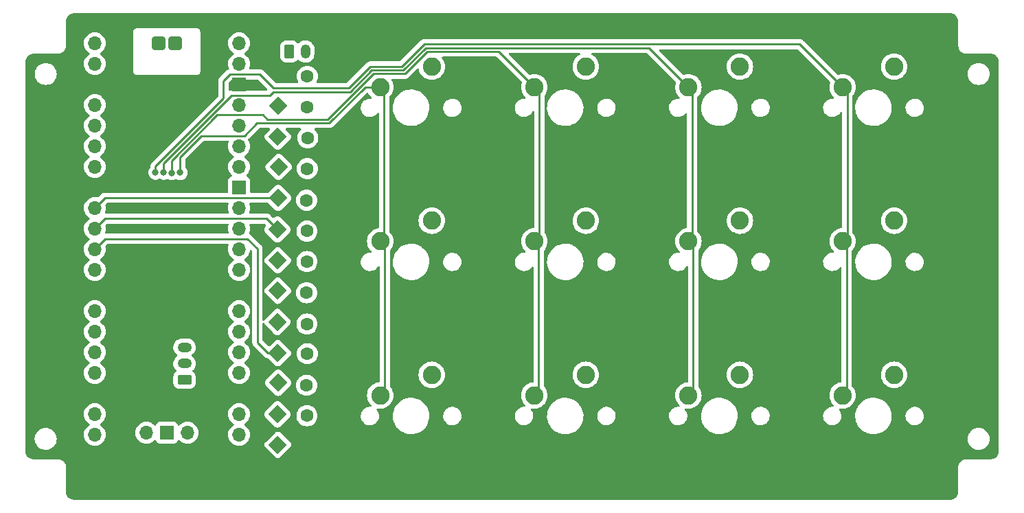
<source format=gbr>
%TF.GenerationSoftware,KiCad,Pcbnew,7.0.9*%
%TF.CreationDate,2024-08-20T09:52:59-04:00*%
%TF.ProjectId,macropad-pico,6d616372-6f70-4616-942d-7069636f2e6b,rev?*%
%TF.SameCoordinates,Original*%
%TF.FileFunction,Copper,L2,Bot*%
%TF.FilePolarity,Positive*%
%FSLAX46Y46*%
G04 Gerber Fmt 4.6, Leading zero omitted, Abs format (unit mm)*
G04 Created by KiCad (PCBNEW 7.0.9) date 2024-08-20 09:52:59*
%MOMM*%
%LPD*%
G01*
G04 APERTURE LIST*
G04 Aperture macros list*
%AMRoundRect*
0 Rectangle with rounded corners*
0 $1 Rounding radius*
0 $2 $3 $4 $5 $6 $7 $8 $9 X,Y pos of 4 corners*
0 Add a 4 corners polygon primitive as box body*
4,1,4,$2,$3,$4,$5,$6,$7,$8,$9,$2,$3,0*
0 Add four circle primitives for the rounded corners*
1,1,$1+$1,$2,$3*
1,1,$1+$1,$4,$5*
1,1,$1+$1,$6,$7*
1,1,$1+$1,$8,$9*
0 Add four rect primitives between the rounded corners*
20,1,$1+$1,$2,$3,$4,$5,0*
20,1,$1+$1,$4,$5,$6,$7,0*
20,1,$1+$1,$6,$7,$8,$9,0*
20,1,$1+$1,$8,$9,$2,$3,0*%
%AMHorizOval*
0 Thick line with rounded ends*
0 $1 width*
0 $2 $3 position (X,Y) of the first rounded end (center of the circle)*
0 $4 $5 position (X,Y) of the second rounded end (center of the circle)*
0 Add line between two ends*
20,1,$1,$2,$3,$4,$5,0*
0 Add two circle primitives to create the rounded ends*
1,1,$1,$2,$3*
1,1,$1,$4,$5*%
%AMRotRect*
0 Rectangle, with rotation*
0 The origin of the aperture is its center*
0 $1 length*
0 $2 width*
0 $3 Rotation angle, in degrees counterclockwise*
0 Add horizontal line*
21,1,$1,$2,0,0,$3*%
G04 Aperture macros list end*
%TA.AperFunction,ComponentPad*%
%ADD10RotRect,1.600000X1.600000X45.000000*%
%TD*%
%TA.AperFunction,ComponentPad*%
%ADD11HorizOval,1.600000X0.000000X0.000000X0.000000X0.000000X0*%
%TD*%
%TA.AperFunction,ComponentPad*%
%ADD12C,2.250000*%
%TD*%
%TA.AperFunction,ComponentPad*%
%ADD13O,1.700000X1.700000*%
%TD*%
%TA.AperFunction,ComponentPad*%
%ADD14R,1.700000X1.700000*%
%TD*%
%TA.AperFunction,ComponentPad*%
%ADD15RoundRect,0.437500X-0.437500X-0.437500X0.437500X-0.437500X0.437500X0.437500X-0.437500X0.437500X0*%
%TD*%
%TA.AperFunction,ComponentPad*%
%ADD16RoundRect,0.250000X-0.350000X-0.625000X0.350000X-0.625000X0.350000X0.625000X-0.350000X0.625000X0*%
%TD*%
%TA.AperFunction,ComponentPad*%
%ADD17O,1.200000X1.750000*%
%TD*%
%TA.AperFunction,ComponentPad*%
%ADD18RoundRect,0.250000X0.625000X-0.350000X0.625000X0.350000X-0.625000X0.350000X-0.625000X-0.350000X0*%
%TD*%
%TA.AperFunction,ComponentPad*%
%ADD19O,1.750000X1.200000*%
%TD*%
%TA.AperFunction,ViaPad*%
%ADD20C,0.800000*%
%TD*%
%TA.AperFunction,Conductor*%
%ADD21C,0.250000*%
%TD*%
G04 APERTURE END LIST*
D10*
%TO.P,D2,1*%
%TO.N,/row0*%
X136664026Y-51412974D03*
D11*
%TO.P,D2,2*%
%TO.N,Net-(D2-Pad2)*%
X140256128Y-47820872D03*
%TD*%
D10*
%TO.P,D10,1*%
%TO.N,/row2*%
X136712026Y-81773974D03*
D11*
%TO.P,D10,2*%
%TO.N,Net-(D10-Pad2)*%
X140304128Y-78181872D03*
%TD*%
D10*
%TO.P,D1,1*%
%TO.N,/row0*%
X136712026Y-47587974D03*
D11*
%TO.P,D1,2*%
%TO.N,Net-(D1-Pad2)*%
X140304128Y-43995872D03*
%TD*%
D10*
%TO.P,D3,1*%
%TO.N,/row0*%
X136759026Y-55166974D03*
D11*
%TO.P,D3,2*%
%TO.N,Net-(D3-Pad2)*%
X140351128Y-51574872D03*
%TD*%
D10*
%TO.P,D4,1*%
%TO.N,/row0*%
X136702077Y-58976923D03*
D11*
%TO.P,D4,2*%
%TO.N,Net-(D4-Pad2)*%
X140294179Y-55384821D03*
%TD*%
D12*
%TO.P,SW-1U-9,1*%
%TO.N,/col0*%
X149288077Y-83331923D03*
%TO.P,SW-1U-9,2*%
%TO.N,Net-(D9-Pad2)*%
X155638077Y-80791923D03*
%TD*%
D10*
%TO.P,D6,1*%
%TO.N,/row1*%
X136664026Y-66664974D03*
D11*
%TO.P,D6,2*%
%TO.N,Net-(D6-Pad2)*%
X140256128Y-63072872D03*
%TD*%
D12*
%TO.P,SW-1U-8,1*%
%TO.N,/col3*%
X206288077Y-64331923D03*
%TO.P,SW-1U-8,2*%
%TO.N,Net-(D8-Pad2)*%
X212638077Y-61791923D03*
%TD*%
D10*
%TO.P,D8,1*%
%TO.N,/row1*%
X136617026Y-74266974D03*
D11*
%TO.P,D8,2*%
%TO.N,Net-(D8-Pad2)*%
X140209128Y-70674872D03*
%TD*%
D10*
%TO.P,D12,1*%
%TO.N,/row2*%
X136664026Y-89423974D03*
D11*
%TO.P,D12,2*%
%TO.N,Net-(D12-Pad2)*%
X140256128Y-85831872D03*
%TD*%
D10*
%TO.P,D5,1*%
%TO.N,/row1*%
X136617026Y-62863974D03*
D11*
%TO.P,D5,2*%
%TO.N,Net-(D5-Pad2)*%
X140209128Y-59271872D03*
%TD*%
D13*
%TO.P,RPI1,1,GPIO0*%
%TO.N,unconnected-(RPI1-GPIO0-Pad1)*%
X114104077Y-39906923D03*
%TO.P,RPI1,2,GPIO1*%
%TO.N,unconnected-(RPI1-GPIO1-Pad2)*%
X114104077Y-42446923D03*
D14*
%TO.P,RPI1,3,GND*%
%TO.N,GND*%
X114104077Y-44986923D03*
D13*
%TO.P,RPI1,4,GPIO2*%
%TO.N,/col0*%
X114104077Y-47526923D03*
%TO.P,RPI1,5,GPIO3*%
%TO.N,/col1*%
X114104077Y-50066923D03*
%TO.P,RPI1,6,GPIO4*%
%TO.N,/col2*%
X114104077Y-52606923D03*
%TO.P,RPI1,7,GPIO5*%
%TO.N,/col3*%
X114104077Y-55146923D03*
D14*
%TO.P,RPI1,8,GND*%
%TO.N,GND*%
X114104077Y-57686923D03*
D13*
%TO.P,RPI1,9,GPIO6*%
%TO.N,/row0*%
X114104077Y-60226923D03*
%TO.P,RPI1,10,GPIO7*%
%TO.N,/row1*%
X114104077Y-62766923D03*
%TO.P,RPI1,11,GPIO8*%
%TO.N,/row2*%
X114104077Y-65306923D03*
%TO.P,RPI1,12,GPIO9*%
%TO.N,unconnected-(RPI1-GPIO9-Pad12)*%
X114104077Y-67846923D03*
D14*
%TO.P,RPI1,13,GND*%
%TO.N,GND*%
X114104077Y-70386923D03*
D13*
%TO.P,RPI1,14,GPIO10*%
%TO.N,unconnected-(RPI1-GPIO10-Pad14)*%
X114104077Y-72926923D03*
%TO.P,RPI1,15,GPIO11*%
%TO.N,unconnected-(RPI1-GPIO11-Pad15)*%
X114104077Y-75466923D03*
%TO.P,RPI1,16,GPIO12*%
%TO.N,unconnected-(RPI1-GPIO12-Pad16)*%
X114104077Y-78006923D03*
%TO.P,RPI1,17,GPIO13*%
%TO.N,unconnected-(RPI1-GPIO13-Pad17)*%
X114104077Y-80546923D03*
D14*
%TO.P,RPI1,18,GND*%
%TO.N,GND*%
X114104077Y-83086923D03*
D13*
%TO.P,RPI1,19,GPIO14*%
%TO.N,unconnected-(RPI1-GPIO14-Pad19)*%
X114104077Y-85626923D03*
%TO.P,RPI1,20,GPIO15*%
%TO.N,unconnected-(RPI1-GPIO15-Pad20)*%
X114104077Y-88166923D03*
%TO.P,RPI1,21,GPIO16*%
%TO.N,unconnected-(RPI1-GPIO16-Pad21)*%
X131884077Y-88166923D03*
%TO.P,RPI1,22,GPIO17*%
%TO.N,unconnected-(RPI1-GPIO17-Pad22)*%
X131884077Y-85626923D03*
D14*
%TO.P,RPI1,23,GND*%
%TO.N,GND*%
X131884077Y-83086923D03*
D13*
%TO.P,RPI1,24,GPIO18*%
%TO.N,unconnected-(RPI1-GPIO18-Pad24)*%
X131884077Y-80546923D03*
%TO.P,RPI1,25,GPIO19*%
%TO.N,unconnected-(RPI1-GPIO19-Pad25)*%
X131884077Y-78006923D03*
%TO.P,RPI1,26,GPIO20*%
%TO.N,unconnected-(RPI1-GPIO20-Pad26)*%
X131884077Y-75466923D03*
%TO.P,RPI1,27,GPIO21*%
%TO.N,unconnected-(RPI1-GPIO21-Pad27)*%
X131884077Y-72926923D03*
D14*
%TO.P,RPI1,28,GND*%
%TO.N,GND*%
X131884077Y-70386923D03*
D13*
%TO.P,RPI1,29,GPIO22*%
%TO.N,unconnected-(RPI1-GPIO22-Pad29)*%
X131884077Y-67846923D03*
%TO.P,RPI1,30,RUN*%
%TO.N,unconnected-(RPI1-RUN-Pad30)*%
X131884077Y-65306923D03*
%TO.P,RPI1,31,GPIO26_ADC0*%
%TO.N,unconnected-(RPI1-GPIO26_ADC0-Pad31)*%
X131884077Y-62766923D03*
%TO.P,RPI1,32,GPIO27_ADC1*%
%TO.N,unconnected-(RPI1-GPIO27_ADC1-Pad32)*%
X131884077Y-60226923D03*
D14*
%TO.P,RPI1,33,AGND*%
%TO.N,unconnected-(RPI1-AGND-Pad33)*%
X131884077Y-57686923D03*
D13*
%TO.P,RPI1,34,GPIO28_ADC2*%
%TO.N,unconnected-(RPI1-GPIO28_ADC2-Pad34)*%
X131884077Y-55146923D03*
%TO.P,RPI1,35,ADC_VREF*%
%TO.N,unconnected-(RPI1-ADC_VREF-Pad35)*%
X131884077Y-52606923D03*
%TO.P,RPI1,36,3V3*%
%TO.N,unconnected-(RPI1-3V3-Pad36)*%
X131884077Y-50066923D03*
%TO.P,RPI1,37,3V3_EN*%
%TO.N,unconnected-(RPI1-3V3_EN-Pad37)*%
X131884077Y-47526923D03*
D14*
%TO.P,RPI1,38,GND*%
%TO.N,GND*%
X131884077Y-44986923D03*
D13*
%TO.P,RPI1,39,VSYS*%
%TO.N,unconnected-(RPI1-VSYS-Pad39)*%
X131884077Y-42446923D03*
%TO.P,RPI1,40,VBUS*%
%TO.N,VCC*%
X131884077Y-39906923D03*
%TO.P,RPI1,41,SWCLK*%
%TO.N,unconnected-(RPI1-SWCLK-Pad41)*%
X120454077Y-87936923D03*
D14*
%TO.P,RPI1,42,GND*%
%TO.N,unconnected-(RPI1-GND-Pad42)*%
X122994077Y-87936923D03*
D13*
%TO.P,RPI1,43,SWDIO*%
%TO.N,unconnected-(RPI1-SWDIO-Pad43)*%
X125534077Y-87936923D03*
D15*
%TO.P,RPI1,TP2,USB_DM*%
%TO.N,unconnected-(RPI1-USB_DM-PadTP2)*%
X124010077Y-39911923D03*
%TO.P,RPI1,TP3,USB_DP*%
%TO.N,unconnected-(RPI1-USB_DP-PadTP3)*%
X121978077Y-39911923D03*
%TD*%
D10*
%TO.P,D9,1*%
%TO.N,/row2*%
X136664026Y-78115974D03*
D11*
%TO.P,D9,2*%
%TO.N,Net-(D9-Pad2)*%
X140256128Y-74523872D03*
%TD*%
D12*
%TO.P,SW-1U-6,1*%
%TO.N,/col1*%
X168288077Y-64331923D03*
%TO.P,SW-1U-6,2*%
%TO.N,Net-(D6-Pad2)*%
X174638077Y-61791923D03*
%TD*%
%TO.P,SW-1U-11,1*%
%TO.N,/col2*%
X187288077Y-83331923D03*
%TO.P,SW-1U-11,2*%
%TO.N,Net-(D11-Pad2)*%
X193638077Y-80791923D03*
%TD*%
%TO.P,SW-1U-10,1*%
%TO.N,/col1*%
X168288077Y-83331923D03*
%TO.P,SW-1U-10,2*%
%TO.N,Net-(D10-Pad2)*%
X174638077Y-80791923D03*
%TD*%
%TO.P,SW-1U-7,1*%
%TO.N,/col2*%
X187288077Y-64331923D03*
%TO.P,SW-1U-7,2*%
%TO.N,Net-(D7-Pad2)*%
X193638077Y-61791923D03*
%TD*%
D10*
%TO.P,D11,1*%
%TO.N,/row2*%
X136617026Y-85669974D03*
D11*
%TO.P,D11,2*%
%TO.N,Net-(D11-Pad2)*%
X140209128Y-82077872D03*
%TD*%
D12*
%TO.P,SW-1U-3,1*%
%TO.N,/col2*%
X187288077Y-45331923D03*
%TO.P,SW-1U-3,2*%
%TO.N,Net-(D3-Pad2)*%
X193638077Y-42791923D03*
%TD*%
%TO.P,SW-1U-2,1*%
%TO.N,/col1*%
X168288077Y-45331923D03*
%TO.P,SW-1U-2,2*%
%TO.N,Net-(D2-Pad2)*%
X174638077Y-42791923D03*
%TD*%
%TO.P,SW-1U-1,1*%
%TO.N,/col0*%
X149288077Y-45331923D03*
%TO.P,SW-1U-1,2*%
%TO.N,Net-(D1-Pad2)*%
X155638077Y-42791923D03*
%TD*%
%TO.P,SW-1U-5,1*%
%TO.N,/col0*%
X149288077Y-64331923D03*
%TO.P,SW-1U-5,2*%
%TO.N,Net-(D5-Pad2)*%
X155638077Y-61791923D03*
%TD*%
%TO.P,SW-1U-12,1*%
%TO.N,/col3*%
X206288077Y-83331923D03*
%TO.P,SW-1U-12,2*%
%TO.N,Net-(D12-Pad2)*%
X212638077Y-80791923D03*
%TD*%
D10*
%TO.P,D7,1*%
%TO.N,/row1*%
X136664026Y-70417974D03*
D11*
%TO.P,D7,2*%
%TO.N,Net-(D7-Pad2)*%
X140256128Y-66825872D03*
%TD*%
D12*
%TO.P,SW-1U-4,1*%
%TO.N,/col3*%
X206288077Y-45331923D03*
%TO.P,SW-1U-4,2*%
%TO.N,Net-(D4-Pad2)*%
X212638077Y-42791923D03*
%TD*%
D16*
%TO.P,J2,1,Pin_1*%
%TO.N,/DN*%
X138089000Y-40933000D03*
D17*
%TO.P,J2,2,Pin_2*%
%TO.N,/DP*%
X140089000Y-40933000D03*
%TD*%
D18*
%TO.P,J1,1,Pin_1*%
%TO.N,VCC*%
X125162000Y-81402000D03*
D19*
%TO.P,J1,2,Pin_2*%
%TO.N,/DN*%
X125162000Y-79402000D03*
%TO.P,J1,3,Pin_3*%
%TO.N,/DP*%
X125162000Y-77402000D03*
%TO.P,J1,4,Pin_4*%
%TO.N,GND*%
X125162000Y-75402000D03*
%TD*%
D20*
%TO.N,/col0*%
X124630077Y-55869923D03*
%TO.N,/col1*%
X123589077Y-55897923D03*
%TO.N,/col2*%
X122590659Y-55851382D03*
%TO.N,/col3*%
X121591231Y-55839193D03*
%TO.N,GND*%
X122459000Y-62765000D03*
X122436000Y-60276000D03*
%TD*%
D21*
%TO.N,/col0*%
X149840077Y-82779923D02*
X149840077Y-64883923D01*
X149288077Y-45331923D02*
X147418077Y-45331923D01*
X149288077Y-83331923D02*
X149840077Y-82779923D01*
X132518077Y-51325923D02*
X127255869Y-51325923D01*
X124630077Y-53951715D02*
X124630077Y-55869923D01*
X127255869Y-51325923D02*
X124630077Y-53951715D01*
X149776077Y-63843923D02*
X149288077Y-64331923D01*
X147418077Y-45331923D02*
X143010000Y-49740000D01*
X149288077Y-45331923D02*
X149776077Y-45819923D01*
X149840077Y-64883923D02*
X149288077Y-64331923D01*
X143010000Y-49740000D02*
X134104000Y-49740000D01*
X134104000Y-49740000D02*
X132518077Y-51325923D01*
X149776077Y-45819923D02*
X149776077Y-63843923D01*
%TO.N,/col1*%
X129187473Y-48757923D02*
X123589077Y-54356319D01*
X135359000Y-49290000D02*
X134826923Y-48757923D01*
X134826923Y-48757923D02*
X129187473Y-48757923D01*
X168288077Y-45331923D02*
X168909077Y-45952923D01*
X123589077Y-54356319D02*
X123589077Y-55897923D01*
X168909077Y-63710923D02*
X168288077Y-64331923D01*
X168288077Y-64331923D02*
X168814077Y-64857923D01*
X168814077Y-64857923D02*
X168814077Y-82805923D01*
X163893077Y-40936923D02*
X155084077Y-40936923D01*
X148433604Y-43680000D02*
X142823604Y-49290000D01*
X168814077Y-82805923D02*
X168288077Y-83331923D01*
X155084077Y-40936923D02*
X152341000Y-43680000D01*
X168288077Y-45331923D02*
X163893077Y-40936923D01*
X142823604Y-49290000D02*
X135359000Y-49290000D01*
X168909077Y-45952923D02*
X168909077Y-63710923D01*
X152341000Y-43680000D02*
X148433604Y-43680000D01*
%TO.N,/col2*%
X187288077Y-45331923D02*
X187724077Y-45767923D01*
X136126000Y-45897000D02*
X145580208Y-45897000D01*
X152154604Y-43230000D02*
X154897681Y-40486923D01*
X187867077Y-82752923D02*
X187867077Y-64910923D01*
X187724077Y-63895923D02*
X187288077Y-64331923D01*
X148247208Y-43230000D02*
X152154604Y-43230000D01*
X187867077Y-64910923D02*
X187288077Y-64331923D01*
X135671077Y-46351923D02*
X136126000Y-45897000D01*
X130957077Y-46351923D02*
X135671077Y-46351923D01*
X182443077Y-40486923D02*
X187288077Y-45331923D01*
X187288077Y-83331923D02*
X187867077Y-82752923D01*
X145580208Y-45897000D02*
X148247208Y-43230000D01*
X187724077Y-45767923D02*
X187724077Y-63895923D01*
X154897681Y-40486923D02*
X182443077Y-40486923D01*
X122590659Y-55851382D02*
X122590659Y-54718341D01*
X122590659Y-54718341D02*
X130957077Y-46351923D01*
%TO.N,/col3*%
X151968208Y-42780000D02*
X148060812Y-42780000D01*
X148060812Y-42780000D02*
X145393812Y-45447000D01*
X121591231Y-55081373D02*
X121591231Y-55839193D01*
X206288077Y-45331923D02*
X206872077Y-45915923D01*
X134450923Y-43745923D02*
X130775077Y-43745923D01*
X130775077Y-43745923D02*
X129973077Y-44547923D01*
X136152000Y-45447000D02*
X134450923Y-43745923D01*
X206288077Y-83331923D02*
X206777077Y-82842923D01*
X129973077Y-46699527D02*
X121591231Y-55081373D01*
X154711285Y-40036923D02*
X151968208Y-42780000D01*
X145393812Y-45447000D02*
X136152000Y-45447000D01*
X206777077Y-82842923D02*
X206777077Y-64820923D01*
X206288077Y-45331923D02*
X200993077Y-40036923D01*
X206777077Y-64820923D02*
X206288077Y-64331923D01*
X206872077Y-45915923D02*
X206872077Y-63747923D01*
X200993077Y-40036923D02*
X154711285Y-40036923D01*
X206872077Y-63747923D02*
X206288077Y-64331923D01*
X129973077Y-44547923D02*
X129973077Y-46699527D01*
%TO.N,/row0*%
X136702077Y-58976923D02*
X115354077Y-58976923D01*
X115354077Y-58976923D02*
X114104077Y-60226923D01*
%TO.N,/row1*%
X136617026Y-62863974D02*
X135277975Y-61524923D01*
X115346077Y-61524923D02*
X114104077Y-62766923D01*
X135277975Y-61524923D02*
X115346077Y-61524923D01*
%TO.N,/row2*%
X115376000Y-64035000D02*
X114104077Y-65306923D01*
X134152000Y-65254000D02*
X132933000Y-64035000D01*
X132933000Y-64035000D02*
X115376000Y-64035000D01*
X134152000Y-76800000D02*
X134152000Y-65254000D01*
X135467974Y-78115974D02*
X134152000Y-76800000D01*
X136664026Y-78115974D02*
X135467974Y-78115974D01*
%TD*%
%TA.AperFunction,Conductor*%
%TO.N,GND*%
G36*
X130556565Y-62170108D02*
G01*
X130602320Y-62222912D01*
X130612264Y-62292070D01*
X130609301Y-62306516D01*
X130549015Y-62531509D01*
X130549013Y-62531519D01*
X130528418Y-62766922D01*
X130528418Y-62766923D01*
X130549013Y-63002326D01*
X130549015Y-63002336D01*
X130610171Y-63230578D01*
X130610173Y-63230582D01*
X130610174Y-63230586D01*
X130610175Y-63230588D01*
X130611345Y-63233097D01*
X130611528Y-63234306D01*
X130612024Y-63235667D01*
X130611750Y-63235766D01*
X130621836Y-63302175D01*
X130593315Y-63365958D01*
X130534838Y-63404197D01*
X130498962Y-63409500D01*
X115489192Y-63409500D01*
X115422153Y-63389815D01*
X115376398Y-63337011D01*
X115366454Y-63267853D01*
X115376809Y-63233097D01*
X115377980Y-63230586D01*
X115439140Y-63002331D01*
X115459736Y-62766923D01*
X115439140Y-62531515D01*
X115412220Y-62431048D01*
X115413883Y-62361201D01*
X115444314Y-62311275D01*
X115449074Y-62306516D01*
X115568850Y-62186741D01*
X115630174Y-62153257D01*
X115656531Y-62150423D01*
X130489526Y-62150423D01*
X130556565Y-62170108D01*
G37*
%TD.AperFunction*%
%TA.AperFunction,Conductor*%
G36*
X130558709Y-59622108D02*
G01*
X130604464Y-59674912D01*
X130614408Y-59744070D01*
X130611445Y-59758516D01*
X130549015Y-59991509D01*
X130549013Y-59991519D01*
X130528418Y-60226922D01*
X130528418Y-60226923D01*
X130549013Y-60462326D01*
X130549015Y-60462336D01*
X130610171Y-60690578D01*
X130610172Y-60690581D01*
X130610174Y-60690586D01*
X130625298Y-60723020D01*
X130635790Y-60792094D01*
X130607271Y-60855879D01*
X130548795Y-60894119D01*
X130512916Y-60899423D01*
X115475238Y-60899423D01*
X115408199Y-60879738D01*
X115362444Y-60826934D01*
X115352500Y-60757776D01*
X115362854Y-60723023D01*
X115377980Y-60690586D01*
X115439140Y-60462331D01*
X115459736Y-60226923D01*
X115439140Y-59991515D01*
X115412220Y-59891048D01*
X115413883Y-59821201D01*
X115444314Y-59771275D01*
X115452323Y-59763267D01*
X115576850Y-59638741D01*
X115638174Y-59605257D01*
X115664531Y-59602423D01*
X130491670Y-59602423D01*
X130558709Y-59622108D01*
G37*
%TD.AperFunction*%
%TA.AperFunction,Conductor*%
G36*
X134207510Y-44391108D02*
G01*
X134228152Y-44407742D01*
X135335152Y-45514742D01*
X135368637Y-45576065D01*
X135363653Y-45645757D01*
X135321781Y-45701690D01*
X135256317Y-45726107D01*
X135247471Y-45726423D01*
X131039820Y-45726423D01*
X131024199Y-45724698D01*
X131024173Y-45724984D01*
X131016411Y-45724250D01*
X131016410Y-45724250D01*
X130947263Y-45726423D01*
X130917726Y-45726423D01*
X130910843Y-45727292D01*
X130905026Y-45727749D01*
X130858450Y-45729213D01*
X130839206Y-45734804D01*
X130820156Y-45738748D01*
X130800288Y-45741257D01*
X130800287Y-45741257D01*
X130768221Y-45753953D01*
X130698643Y-45760327D01*
X130636664Y-45728073D01*
X130601961Y-45667431D01*
X130598577Y-45638659D01*
X130598577Y-44858375D01*
X130618262Y-44791336D01*
X130634896Y-44770694D01*
X130997849Y-44407742D01*
X131059172Y-44374257D01*
X131085530Y-44371423D01*
X134140471Y-44371423D01*
X134207510Y-44391108D01*
G37*
%TD.AperFunction*%
%TA.AperFunction,Conductor*%
G36*
X219550695Y-36200735D02*
G01*
X219593519Y-36204482D01*
X219719771Y-36216918D01*
X219739685Y-36220541D01*
X219806349Y-36238403D01*
X219899570Y-36266682D01*
X219915971Y-36272958D01*
X219983411Y-36304406D01*
X219986375Y-36305888D01*
X220023969Y-36325982D01*
X220070327Y-36350762D01*
X220076667Y-36354657D01*
X220142828Y-36400983D01*
X220146600Y-36403844D01*
X220218808Y-36463103D01*
X220223309Y-36467182D01*
X220280815Y-36524688D01*
X220284895Y-36529190D01*
X220344154Y-36601398D01*
X220347015Y-36605170D01*
X220393341Y-36671331D01*
X220397236Y-36677671D01*
X220442101Y-36761605D01*
X220443614Y-36764631D01*
X220475040Y-36832027D01*
X220481319Y-36848435D01*
X220509601Y-36941669D01*
X220527454Y-37008299D01*
X220531082Y-37028238D01*
X220543523Y-37154554D01*
X220547264Y-37197302D01*
X220547500Y-37202710D01*
X220547500Y-40287534D01*
X220577898Y-40459937D01*
X220637775Y-40624446D01*
X220725309Y-40776057D01*
X220837836Y-40910163D01*
X220971942Y-41022690D01*
X220971943Y-41022691D01*
X220971945Y-41022692D01*
X221123555Y-41110225D01*
X221288062Y-41170101D01*
X221460468Y-41200500D01*
X221547901Y-41200500D01*
X224545293Y-41200500D01*
X224550695Y-41200735D01*
X224593519Y-41204482D01*
X224719771Y-41216918D01*
X224739685Y-41220541D01*
X224806349Y-41238403D01*
X224899570Y-41266682D01*
X224915971Y-41272958D01*
X224983411Y-41304406D01*
X224986375Y-41305888D01*
X225020455Y-41324104D01*
X225070327Y-41350762D01*
X225076667Y-41354657D01*
X225142828Y-41400983D01*
X225146600Y-41403844D01*
X225218808Y-41463103D01*
X225223309Y-41467182D01*
X225280815Y-41524688D01*
X225284895Y-41529190D01*
X225344154Y-41601398D01*
X225347015Y-41605170D01*
X225393341Y-41671331D01*
X225397236Y-41677671D01*
X225442101Y-41761605D01*
X225443607Y-41764618D01*
X225445694Y-41769092D01*
X225475040Y-41832027D01*
X225481319Y-41848435D01*
X225509601Y-41941669D01*
X225527454Y-42008299D01*
X225531082Y-42028236D01*
X225533392Y-42051683D01*
X225543304Y-42152326D01*
X225543519Y-42154500D01*
X225547264Y-42197301D01*
X225547500Y-42202707D01*
X225547500Y-90197289D01*
X225547264Y-90202697D01*
X225543523Y-90245445D01*
X225531082Y-90371760D01*
X225527454Y-90391699D01*
X225509601Y-90458330D01*
X225481318Y-90551563D01*
X225475040Y-90567971D01*
X225443614Y-90635367D01*
X225442101Y-90638393D01*
X225397236Y-90722327D01*
X225393341Y-90728667D01*
X225347015Y-90794828D01*
X225344154Y-90798600D01*
X225284895Y-90870808D01*
X225280806Y-90875320D01*
X225223320Y-90932806D01*
X225218808Y-90936895D01*
X225146600Y-90996154D01*
X225142828Y-90999015D01*
X225076667Y-91045341D01*
X225070327Y-91049236D01*
X224986393Y-91094101D01*
X224983367Y-91095614D01*
X224915971Y-91127040D01*
X224899563Y-91133318D01*
X224806330Y-91161601D01*
X224739699Y-91179454D01*
X224719760Y-91183082D01*
X224593445Y-91195523D01*
X224552789Y-91199080D01*
X224550696Y-91199264D01*
X224545290Y-91199500D01*
X221460465Y-91199500D01*
X221288062Y-91229898D01*
X221123553Y-91289775D01*
X220971942Y-91377309D01*
X220837836Y-91489836D01*
X220725309Y-91623942D01*
X220637775Y-91775553D01*
X220577898Y-91940062D01*
X220547500Y-92112465D01*
X220547500Y-95197289D01*
X220547264Y-95202697D01*
X220543523Y-95245445D01*
X220531082Y-95371760D01*
X220527454Y-95391699D01*
X220509601Y-95458330D01*
X220481318Y-95551563D01*
X220475040Y-95567971D01*
X220443614Y-95635367D01*
X220442101Y-95638393D01*
X220397236Y-95722327D01*
X220393341Y-95728667D01*
X220347015Y-95794828D01*
X220344154Y-95798600D01*
X220284895Y-95870808D01*
X220280806Y-95875320D01*
X220223320Y-95932806D01*
X220218808Y-95936895D01*
X220146600Y-95996154D01*
X220142828Y-95999015D01*
X220076667Y-96045341D01*
X220070327Y-96049236D01*
X219986393Y-96094101D01*
X219983367Y-96095614D01*
X219915971Y-96127040D01*
X219899563Y-96133318D01*
X219806330Y-96161601D01*
X219739699Y-96179454D01*
X219719760Y-96183082D01*
X219593445Y-96195523D01*
X219552789Y-96199080D01*
X219550696Y-96199264D01*
X219545290Y-96199500D01*
X111550710Y-96199500D01*
X111545303Y-96199264D01*
X111543015Y-96199063D01*
X111502554Y-96195523D01*
X111376238Y-96183082D01*
X111356299Y-96179454D01*
X111289669Y-96161601D01*
X111196435Y-96133319D01*
X111180027Y-96127040D01*
X111131433Y-96104381D01*
X111112618Y-96095607D01*
X111109605Y-96094101D01*
X111025671Y-96049236D01*
X111019331Y-96045341D01*
X110953170Y-95999015D01*
X110949398Y-95996154D01*
X110877190Y-95936895D01*
X110872688Y-95932815D01*
X110815182Y-95875309D01*
X110811103Y-95870808D01*
X110751844Y-95798600D01*
X110748983Y-95794828D01*
X110702657Y-95728667D01*
X110698762Y-95722327D01*
X110673982Y-95675969D01*
X110653888Y-95638375D01*
X110652406Y-95635411D01*
X110620958Y-95567971D01*
X110614682Y-95551570D01*
X110586398Y-95458330D01*
X110568541Y-95391685D01*
X110564918Y-95371771D01*
X110552482Y-95245519D01*
X110548735Y-95202695D01*
X110548500Y-95197293D01*
X110548500Y-92112472D01*
X110548500Y-92112468D01*
X110518101Y-91940062D01*
X110458225Y-91775555D01*
X110370692Y-91623945D01*
X110370691Y-91623943D01*
X110370690Y-91623942D01*
X110258163Y-91489836D01*
X110124057Y-91377309D01*
X109972446Y-91289775D01*
X109807937Y-91229898D01*
X109635534Y-91199500D01*
X109635532Y-91199500D01*
X109548099Y-91199500D01*
X106550710Y-91199500D01*
X106545303Y-91199264D01*
X106543015Y-91199063D01*
X106502554Y-91195523D01*
X106376238Y-91183082D01*
X106356299Y-91179454D01*
X106289669Y-91161601D01*
X106196435Y-91133319D01*
X106180027Y-91127040D01*
X106131433Y-91104381D01*
X106112618Y-91095607D01*
X106109605Y-91094101D01*
X106025671Y-91049236D01*
X106019331Y-91045341D01*
X105953170Y-90999015D01*
X105949398Y-90996154D01*
X105877190Y-90936895D01*
X105872688Y-90932815D01*
X105815182Y-90875309D01*
X105811103Y-90870808D01*
X105751844Y-90798600D01*
X105748983Y-90794828D01*
X105702657Y-90728667D01*
X105698762Y-90722327D01*
X105673982Y-90675969D01*
X105653888Y-90638375D01*
X105652406Y-90635411D01*
X105620958Y-90567971D01*
X105614682Y-90551570D01*
X105586398Y-90458330D01*
X105568541Y-90391685D01*
X105564918Y-90371771D01*
X105552482Y-90245519D01*
X105548735Y-90202695D01*
X105548500Y-90197293D01*
X105548500Y-88695000D01*
X106690341Y-88695000D01*
X106710936Y-88930403D01*
X106710938Y-88930413D01*
X106772094Y-89158655D01*
X106772096Y-89158659D01*
X106772097Y-89158663D01*
X106796421Y-89210826D01*
X106871964Y-89372828D01*
X106871965Y-89372830D01*
X107007505Y-89566402D01*
X107174597Y-89733494D01*
X107368169Y-89869034D01*
X107368171Y-89869035D01*
X107582337Y-89968903D01*
X107582343Y-89968904D01*
X107582344Y-89968905D01*
X107637285Y-89983626D01*
X107810592Y-90030063D01*
X107987034Y-90045500D01*
X108104966Y-90045500D01*
X108281408Y-90030063D01*
X108509663Y-89968903D01*
X108723829Y-89869035D01*
X108917401Y-89733495D01*
X109084495Y-89566401D01*
X109220035Y-89372830D01*
X109319903Y-89158663D01*
X109381063Y-88930408D01*
X109401659Y-88695000D01*
X109381063Y-88459592D01*
X109320171Y-88232337D01*
X109319905Y-88231344D01*
X109319904Y-88231343D01*
X109319903Y-88231337D01*
X109289866Y-88166923D01*
X112748418Y-88166923D01*
X112769013Y-88402326D01*
X112769015Y-88402336D01*
X112830171Y-88630578D01*
X112830173Y-88630582D01*
X112830174Y-88630586D01*
X112925399Y-88834796D01*
X112930042Y-88844753D01*
X112930044Y-88844757D01*
X112990722Y-88931413D01*
X113065582Y-89038324D01*
X113232676Y-89205418D01*
X113268810Y-89230719D01*
X113426242Y-89340955D01*
X113426244Y-89340956D01*
X113426247Y-89340958D01*
X113640414Y-89440826D01*
X113868669Y-89501986D01*
X114056995Y-89518462D01*
X114104076Y-89522582D01*
X114104077Y-89522582D01*
X114104078Y-89522582D01*
X114143311Y-89519149D01*
X114339485Y-89501986D01*
X114567740Y-89440826D01*
X114781907Y-89340958D01*
X114975478Y-89205418D01*
X115142572Y-89038324D01*
X115278112Y-88844753D01*
X115377980Y-88630586D01*
X115439140Y-88402331D01*
X115459736Y-88166923D01*
X115439613Y-87936923D01*
X119098418Y-87936923D01*
X119119013Y-88172326D01*
X119119015Y-88172336D01*
X119180171Y-88400578D01*
X119180173Y-88400582D01*
X119180174Y-88400586D01*
X119264576Y-88581586D01*
X119280042Y-88614753D01*
X119280044Y-88614757D01*
X119388358Y-88769444D01*
X119415582Y-88808324D01*
X119582676Y-88975418D01*
X119672506Y-89038318D01*
X119776242Y-89110955D01*
X119776244Y-89110956D01*
X119776247Y-89110958D01*
X119990414Y-89210826D01*
X120218669Y-89271986D01*
X120395111Y-89287423D01*
X120454076Y-89292582D01*
X120454077Y-89292582D01*
X120454078Y-89292582D01*
X120513043Y-89287423D01*
X120689485Y-89271986D01*
X120917740Y-89210826D01*
X121131907Y-89110958D01*
X121325478Y-88975418D01*
X121447406Y-88853489D01*
X121508725Y-88820007D01*
X121578417Y-88824991D01*
X121634351Y-88866862D01*
X121651266Y-88897840D01*
X121700279Y-89029251D01*
X121700283Y-89029258D01*
X121786529Y-89144467D01*
X121786532Y-89144470D01*
X121901741Y-89230716D01*
X121901748Y-89230720D01*
X122036594Y-89281014D01*
X122036593Y-89281014D01*
X122043521Y-89281758D01*
X122096204Y-89287423D01*
X123891949Y-89287422D01*
X123951560Y-89281014D01*
X124086408Y-89230719D01*
X124201623Y-89144469D01*
X124287873Y-89029254D01*
X124336887Y-88897839D01*
X124378758Y-88841907D01*
X124444222Y-88817489D01*
X124512495Y-88832340D01*
X124540750Y-88853492D01*
X124662676Y-88975418D01*
X124752506Y-89038318D01*
X124856242Y-89110955D01*
X124856244Y-89110956D01*
X124856247Y-89110958D01*
X125070414Y-89210826D01*
X125298669Y-89271986D01*
X125475111Y-89287423D01*
X125534076Y-89292582D01*
X125534077Y-89292582D01*
X125534078Y-89292582D01*
X125593043Y-89287423D01*
X125769485Y-89271986D01*
X125997740Y-89210826D01*
X126211907Y-89110958D01*
X126405478Y-88975418D01*
X126572572Y-88808324D01*
X126708112Y-88614753D01*
X126807980Y-88400586D01*
X126869140Y-88172331D01*
X126869613Y-88166923D01*
X130528418Y-88166923D01*
X130549013Y-88402326D01*
X130549015Y-88402336D01*
X130610171Y-88630578D01*
X130610173Y-88630582D01*
X130610174Y-88630586D01*
X130705399Y-88834796D01*
X130710042Y-88844753D01*
X130710044Y-88844757D01*
X130770722Y-88931413D01*
X130845582Y-89038324D01*
X131012676Y-89205418D01*
X131048810Y-89230719D01*
X131206242Y-89340955D01*
X131206244Y-89340956D01*
X131206247Y-89340958D01*
X131420414Y-89440826D01*
X131648669Y-89501986D01*
X131836995Y-89518462D01*
X131884076Y-89522582D01*
X131884077Y-89522582D01*
X131884078Y-89522582D01*
X131923311Y-89519149D01*
X132119485Y-89501986D01*
X132347740Y-89440826D01*
X132383879Y-89423974D01*
X135027009Y-89423974D01*
X135047489Y-89566429D01*
X135047490Y-89566433D01*
X135107276Y-89697344D01*
X135107277Y-89697345D01*
X135107278Y-89697347D01*
X135144897Y-89744030D01*
X135144900Y-89744033D01*
X135144905Y-89744039D01*
X136076837Y-90675969D01*
X136343970Y-90943102D01*
X136390653Y-90980722D01*
X136390654Y-90980722D01*
X136390656Y-90980724D01*
X136521566Y-91040509D01*
X136521567Y-91040509D01*
X136521569Y-91040510D01*
X136664026Y-91060991D01*
X136806483Y-91040510D01*
X136937399Y-90980722D01*
X136984082Y-90943103D01*
X138183154Y-89744030D01*
X138220774Y-89697347D01*
X138280562Y-89566431D01*
X138301043Y-89423974D01*
X138280562Y-89281517D01*
X138280332Y-89281014D01*
X138220775Y-89150603D01*
X138220774Y-89150602D01*
X138220774Y-89150601D01*
X138183155Y-89103918D01*
X138183150Y-89103913D01*
X138183146Y-89103908D01*
X137775237Y-88696000D01*
X221692341Y-88696000D01*
X221712936Y-88931403D01*
X221712938Y-88931413D01*
X221774094Y-89159655D01*
X221774096Y-89159659D01*
X221774097Y-89159663D01*
X221797954Y-89210824D01*
X221873964Y-89373828D01*
X221873965Y-89373830D01*
X222009505Y-89567402D01*
X222176597Y-89734494D01*
X222370169Y-89870034D01*
X222370171Y-89870035D01*
X222584337Y-89969903D01*
X222812592Y-90031063D01*
X222989034Y-90046500D01*
X223106966Y-90046500D01*
X223283408Y-90031063D01*
X223511663Y-89969903D01*
X223725829Y-89870035D01*
X223919401Y-89734495D01*
X224086495Y-89567401D01*
X224222035Y-89373830D01*
X224321903Y-89159663D01*
X224383063Y-88931408D01*
X224403659Y-88696000D01*
X224403571Y-88694999D01*
X224383063Y-88460596D01*
X224383063Y-88460592D01*
X224321903Y-88232337D01*
X224222035Y-88018171D01*
X224222034Y-88018169D01*
X224086494Y-87824597D01*
X223919402Y-87657505D01*
X223725830Y-87521965D01*
X223725828Y-87521964D01*
X223540847Y-87435706D01*
X223511663Y-87422097D01*
X223511659Y-87422096D01*
X223511655Y-87422094D01*
X223283413Y-87360938D01*
X223283403Y-87360936D01*
X223106966Y-87345500D01*
X222989034Y-87345500D01*
X222812596Y-87360936D01*
X222812586Y-87360938D01*
X222584344Y-87422094D01*
X222584335Y-87422098D01*
X222370171Y-87521964D01*
X222370169Y-87521965D01*
X222176597Y-87657505D01*
X222009506Y-87824597D01*
X222009501Y-87824604D01*
X221873967Y-88018165D01*
X221873965Y-88018169D01*
X221774098Y-88232335D01*
X221774094Y-88232344D01*
X221712938Y-88460586D01*
X221712936Y-88460596D01*
X221692341Y-88695999D01*
X221692341Y-88696000D01*
X137775237Y-88696000D01*
X136984089Y-87904853D01*
X136984082Y-87904846D01*
X136937399Y-87867226D01*
X136937397Y-87867225D01*
X136937395Y-87867223D01*
X136806485Y-87807438D01*
X136806481Y-87807437D01*
X136664026Y-87786957D01*
X136521570Y-87807437D01*
X136521566Y-87807438D01*
X136390655Y-87867224D01*
X136343960Y-87904853D01*
X135144905Y-89103910D01*
X135144899Y-89103917D01*
X135107277Y-89150602D01*
X135107275Y-89150604D01*
X135047490Y-89281514D01*
X135047489Y-89281518D01*
X135027009Y-89423974D01*
X132383879Y-89423974D01*
X132561907Y-89340958D01*
X132755478Y-89205418D01*
X132922572Y-89038324D01*
X133058112Y-88844753D01*
X133157980Y-88630586D01*
X133219140Y-88402331D01*
X133239736Y-88166923D01*
X133219140Y-87931515D01*
X133157980Y-87703260D01*
X133058112Y-87489094D01*
X133020730Y-87435706D01*
X132922571Y-87295520D01*
X132755479Y-87128429D01*
X132755473Y-87128424D01*
X132569919Y-86998498D01*
X132526294Y-86943921D01*
X132519100Y-86874423D01*
X132550623Y-86812068D01*
X132569919Y-86795348D01*
X132616274Y-86762890D01*
X132755478Y-86665418D01*
X132922572Y-86498324D01*
X133058112Y-86304753D01*
X133157980Y-86090586D01*
X133219140Y-85862331D01*
X133235969Y-85669974D01*
X134980009Y-85669974D01*
X135000489Y-85812429D01*
X135000490Y-85812433D01*
X135060276Y-85943344D01*
X135060277Y-85943345D01*
X135060278Y-85943347D01*
X135097897Y-85990030D01*
X135097900Y-85990033D01*
X135097905Y-85990039D01*
X136004791Y-86896923D01*
X136296970Y-87189102D01*
X136343653Y-87226722D01*
X136343654Y-87226722D01*
X136343656Y-87226724D01*
X136474566Y-87286509D01*
X136474567Y-87286509D01*
X136474569Y-87286510D01*
X136617026Y-87306991D01*
X136759483Y-87286510D01*
X136890399Y-87226722D01*
X136937082Y-87189103D01*
X138136154Y-85990030D01*
X138173774Y-85943347D01*
X138224683Y-85831873D01*
X138950660Y-85831873D01*
X138970492Y-86058558D01*
X138970494Y-86058569D01*
X139029386Y-86278360D01*
X139029389Y-86278369D01*
X139125559Y-86484604D01*
X139125560Y-86484606D01*
X139256082Y-86671013D01*
X139416986Y-86831917D01*
X139416989Y-86831919D01*
X139603394Y-86962440D01*
X139809632Y-87058611D01*
X140029436Y-87117507D01*
X140191358Y-87131673D01*
X140256126Y-87137340D01*
X140256128Y-87137340D01*
X140256130Y-87137340D01*
X140312801Y-87132381D01*
X140482820Y-87117507D01*
X140702624Y-87058611D01*
X140908862Y-86962440D01*
X141095267Y-86831919D01*
X141256175Y-86671011D01*
X141386696Y-86484606D01*
X141482867Y-86278368D01*
X141541763Y-86058564D01*
X141561596Y-85831872D01*
X141560393Y-85818126D01*
X141551023Y-85711019D01*
X141541763Y-85605180D01*
X141482867Y-85385376D01*
X141386696Y-85179138D01*
X141256175Y-84992733D01*
X141256173Y-84992730D01*
X141095269Y-84831826D01*
X140908862Y-84701304D01*
X140908860Y-84701303D01*
X140702625Y-84605133D01*
X140702616Y-84605130D01*
X140482825Y-84546238D01*
X140482821Y-84546237D01*
X140482820Y-84546237D01*
X140482819Y-84546236D01*
X140482814Y-84546236D01*
X140256130Y-84526404D01*
X140256126Y-84526404D01*
X140029441Y-84546236D01*
X140029430Y-84546238D01*
X139809639Y-84605130D01*
X139809630Y-84605133D01*
X139603395Y-84701303D01*
X139603393Y-84701304D01*
X139416986Y-84831826D01*
X139256082Y-84992730D01*
X139125560Y-85179137D01*
X139125559Y-85179139D01*
X139029389Y-85385374D01*
X139029386Y-85385383D01*
X138970494Y-85605174D01*
X138970492Y-85605185D01*
X138950660Y-85831870D01*
X138950660Y-85831873D01*
X138224683Y-85831873D01*
X138233562Y-85812431D01*
X138254043Y-85669974D01*
X138233562Y-85527517D01*
X138221969Y-85502133D01*
X138173775Y-85396603D01*
X138173774Y-85396602D01*
X138173774Y-85396601D01*
X138136155Y-85349918D01*
X138136150Y-85349913D01*
X138136146Y-85349908D01*
X136937089Y-84150853D01*
X136937082Y-84150846D01*
X136890399Y-84113226D01*
X136890397Y-84113225D01*
X136890395Y-84113223D01*
X136759485Y-84053438D01*
X136759481Y-84053437D01*
X136617026Y-84032957D01*
X136474570Y-84053437D01*
X136474566Y-84053438D01*
X136343655Y-84113224D01*
X136296960Y-84150853D01*
X135097905Y-85349910D01*
X135097899Y-85349916D01*
X135097898Y-85349918D01*
X135079088Y-85373259D01*
X135060277Y-85396602D01*
X135060275Y-85396604D01*
X135000490Y-85527514D01*
X135000489Y-85527518D01*
X134980009Y-85669974D01*
X133235969Y-85669974D01*
X133239736Y-85626923D01*
X133219140Y-85391515D01*
X133162235Y-85179139D01*
X133157982Y-85163267D01*
X133157981Y-85163266D01*
X133157980Y-85163260D01*
X133058112Y-84949094D01*
X133053408Y-84942375D01*
X132922571Y-84755520D01*
X132755479Y-84588429D01*
X132755472Y-84588424D01*
X132561911Y-84452890D01*
X132561907Y-84452888D01*
X132490596Y-84419635D01*
X132347740Y-84353020D01*
X132347736Y-84353019D01*
X132347732Y-84353017D01*
X132119490Y-84291861D01*
X132119480Y-84291859D01*
X131884078Y-84271264D01*
X131884076Y-84271264D01*
X131648673Y-84291859D01*
X131648663Y-84291861D01*
X131420421Y-84353017D01*
X131420412Y-84353021D01*
X131206248Y-84452887D01*
X131206246Y-84452888D01*
X131012674Y-84588428D01*
X130845582Y-84755520D01*
X130710042Y-84949092D01*
X130710041Y-84949094D01*
X130610175Y-85163258D01*
X130610171Y-85163267D01*
X130549015Y-85391509D01*
X130549013Y-85391519D01*
X130528418Y-85626922D01*
X130528418Y-85626923D01*
X130549013Y-85862326D01*
X130549015Y-85862336D01*
X130610171Y-86090578D01*
X130610173Y-86090582D01*
X130610174Y-86090586D01*
X130697739Y-86278369D01*
X130710042Y-86304753D01*
X130710044Y-86304757D01*
X130845578Y-86498318D01*
X130845583Y-86498325D01*
X131012674Y-86665416D01*
X131012680Y-86665421D01*
X131198235Y-86795348D01*
X131241860Y-86849925D01*
X131249054Y-86919423D01*
X131217531Y-86981778D01*
X131198235Y-86998498D01*
X131012674Y-87128428D01*
X130845582Y-87295520D01*
X130710042Y-87489092D01*
X130710041Y-87489094D01*
X130610175Y-87703258D01*
X130610171Y-87703267D01*
X130549015Y-87931509D01*
X130549013Y-87931519D01*
X130528418Y-88166922D01*
X130528418Y-88166923D01*
X126869613Y-88166923D01*
X126889736Y-87936923D01*
X126886929Y-87904845D01*
X126879909Y-87824599D01*
X126869140Y-87701515D01*
X126807980Y-87473260D01*
X126708112Y-87259094D01*
X126685447Y-87226724D01*
X126572571Y-87065520D01*
X126405479Y-86898429D01*
X126405472Y-86898424D01*
X126403328Y-86896923D01*
X126328595Y-86844594D01*
X126211911Y-86762890D01*
X126211907Y-86762888D01*
X126207103Y-86760648D01*
X125997740Y-86663020D01*
X125997736Y-86663019D01*
X125997732Y-86663017D01*
X125769490Y-86601861D01*
X125769480Y-86601859D01*
X125534078Y-86581264D01*
X125534076Y-86581264D01*
X125298673Y-86601859D01*
X125298663Y-86601861D01*
X125070421Y-86663017D01*
X125070412Y-86663021D01*
X124856248Y-86762887D01*
X124856246Y-86762888D01*
X124662677Y-86898426D01*
X124540750Y-87020353D01*
X124479427Y-87053837D01*
X124409735Y-87048853D01*
X124353802Y-87006981D01*
X124336887Y-86976004D01*
X124287874Y-86844594D01*
X124287870Y-86844587D01*
X124201624Y-86729378D01*
X124201621Y-86729375D01*
X124086412Y-86643129D01*
X124086405Y-86643125D01*
X123951559Y-86592831D01*
X123951560Y-86592831D01*
X123891960Y-86586424D01*
X123891958Y-86586423D01*
X123891950Y-86586423D01*
X123891941Y-86586423D01*
X122096206Y-86586423D01*
X122096200Y-86586424D01*
X122036593Y-86592831D01*
X121901748Y-86643125D01*
X121901741Y-86643129D01*
X121786532Y-86729375D01*
X121786529Y-86729378D01*
X121700283Y-86844587D01*
X121700280Y-86844592D01*
X121651266Y-86976006D01*
X121609394Y-87031939D01*
X121543930Y-87056356D01*
X121475657Y-87041504D01*
X121447403Y-87020353D01*
X121325479Y-86898429D01*
X121325472Y-86898424D01*
X121323328Y-86896923D01*
X121248595Y-86844594D01*
X121131911Y-86762890D01*
X121131907Y-86762888D01*
X121127103Y-86760648D01*
X120917740Y-86663020D01*
X120917736Y-86663019D01*
X120917732Y-86663017D01*
X120689490Y-86601861D01*
X120689480Y-86601859D01*
X120454078Y-86581264D01*
X120454076Y-86581264D01*
X120218673Y-86601859D01*
X120218663Y-86601861D01*
X119990421Y-86663017D01*
X119990412Y-86663021D01*
X119776248Y-86762887D01*
X119776246Y-86762888D01*
X119582674Y-86898428D01*
X119415582Y-87065520D01*
X119280042Y-87259092D01*
X119280041Y-87259094D01*
X119180175Y-87473258D01*
X119180171Y-87473267D01*
X119119015Y-87701509D01*
X119119013Y-87701519D01*
X119098418Y-87936922D01*
X119098418Y-87936923D01*
X115439613Y-87936923D01*
X115439140Y-87931515D01*
X115377980Y-87703260D01*
X115278112Y-87489094D01*
X115240730Y-87435706D01*
X115142571Y-87295520D01*
X114975479Y-87128429D01*
X114975473Y-87128424D01*
X114789919Y-86998498D01*
X114746294Y-86943921D01*
X114739100Y-86874423D01*
X114770623Y-86812068D01*
X114789919Y-86795348D01*
X114836274Y-86762890D01*
X114975478Y-86665418D01*
X115142572Y-86498324D01*
X115278112Y-86304753D01*
X115377980Y-86090586D01*
X115439140Y-85862331D01*
X115459736Y-85626923D01*
X115439140Y-85391515D01*
X115382235Y-85179139D01*
X115377982Y-85163267D01*
X115377981Y-85163266D01*
X115377980Y-85163260D01*
X115278112Y-84949094D01*
X115273408Y-84942375D01*
X115142571Y-84755520D01*
X114975479Y-84588429D01*
X114975472Y-84588424D01*
X114781911Y-84452890D01*
X114781907Y-84452888D01*
X114710596Y-84419635D01*
X114567740Y-84353020D01*
X114567736Y-84353019D01*
X114567732Y-84353017D01*
X114339490Y-84291861D01*
X114339480Y-84291859D01*
X114104078Y-84271264D01*
X114104076Y-84271264D01*
X113868673Y-84291859D01*
X113868663Y-84291861D01*
X113640421Y-84353017D01*
X113640412Y-84353021D01*
X113426248Y-84452887D01*
X113426246Y-84452888D01*
X113232674Y-84588428D01*
X113065582Y-84755520D01*
X112930042Y-84949092D01*
X112930041Y-84949094D01*
X112830175Y-85163258D01*
X112830171Y-85163267D01*
X112769015Y-85391509D01*
X112769013Y-85391519D01*
X112748418Y-85626922D01*
X112748418Y-85626923D01*
X112769013Y-85862326D01*
X112769015Y-85862336D01*
X112830171Y-86090578D01*
X112830173Y-86090582D01*
X112830174Y-86090586D01*
X112917739Y-86278369D01*
X112930042Y-86304753D01*
X112930044Y-86304757D01*
X113065578Y-86498318D01*
X113065583Y-86498325D01*
X113232674Y-86665416D01*
X113232680Y-86665421D01*
X113418235Y-86795348D01*
X113461860Y-86849925D01*
X113469054Y-86919423D01*
X113437531Y-86981778D01*
X113418235Y-86998498D01*
X113232674Y-87128428D01*
X113065582Y-87295520D01*
X112930042Y-87489092D01*
X112930041Y-87489094D01*
X112830175Y-87703258D01*
X112830171Y-87703267D01*
X112769015Y-87931509D01*
X112769013Y-87931519D01*
X112748418Y-88166922D01*
X112748418Y-88166923D01*
X109289866Y-88166923D01*
X109220035Y-88017171D01*
X109220034Y-88017169D01*
X109084494Y-87823597D01*
X108917402Y-87656505D01*
X108723830Y-87520965D01*
X108723828Y-87520964D01*
X108616746Y-87471031D01*
X108509663Y-87421097D01*
X108509659Y-87421096D01*
X108509655Y-87421094D01*
X108281413Y-87359938D01*
X108281403Y-87359936D01*
X108104966Y-87344500D01*
X107987034Y-87344500D01*
X107810596Y-87359936D01*
X107810586Y-87359938D01*
X107582344Y-87421094D01*
X107582335Y-87421098D01*
X107368171Y-87520964D01*
X107368169Y-87520965D01*
X107174597Y-87656505D01*
X107007506Y-87823597D01*
X107007501Y-87823604D01*
X106871967Y-88017165D01*
X106871965Y-88017169D01*
X106772098Y-88231335D01*
X106772094Y-88231344D01*
X106710938Y-88459586D01*
X106710936Y-88459596D01*
X106690341Y-88694999D01*
X106690341Y-88695000D01*
X105548500Y-88695000D01*
X105548500Y-80546923D01*
X112748418Y-80546923D01*
X112769013Y-80782326D01*
X112769015Y-80782336D01*
X112830171Y-81010578D01*
X112830173Y-81010582D01*
X112830174Y-81010586D01*
X112861529Y-81077826D01*
X112930042Y-81224753D01*
X112930044Y-81224757D01*
X113038358Y-81379444D01*
X113065582Y-81418324D01*
X113232676Y-81585418D01*
X113298308Y-81631374D01*
X113426242Y-81720955D01*
X113426244Y-81720956D01*
X113426247Y-81720958D01*
X113640414Y-81820826D01*
X113868669Y-81881986D01*
X114056995Y-81898462D01*
X114104076Y-81902582D01*
X114104077Y-81902582D01*
X114104078Y-81902582D01*
X114143311Y-81899149D01*
X114339485Y-81881986D01*
X114567740Y-81820826D01*
X114781907Y-81720958D01*
X114975478Y-81585418D01*
X115142572Y-81418324D01*
X115278112Y-81224753D01*
X115377980Y-81010586D01*
X115439140Y-80782331D01*
X115459736Y-80546923D01*
X115439140Y-80311515D01*
X115377980Y-80083260D01*
X115278112Y-79869094D01*
X115272616Y-79861244D01*
X115142571Y-79675520D01*
X114975479Y-79508429D01*
X114975473Y-79508424D01*
X114789919Y-79378498D01*
X114766661Y-79349401D01*
X123782746Y-79349401D01*
X123792745Y-79559327D01*
X123842296Y-79763578D01*
X123842298Y-79763582D01*
X123929598Y-79954743D01*
X123929601Y-79954748D01*
X123929602Y-79954750D01*
X123929604Y-79954753D01*
X124051514Y-80125952D01*
X124051515Y-80125953D01*
X124154082Y-80223750D01*
X124189017Y-80284259D01*
X124185692Y-80354049D01*
X124145164Y-80410963D01*
X124133610Y-80419031D01*
X124068344Y-80459287D01*
X123944289Y-80583342D01*
X123852187Y-80732663D01*
X123852185Y-80732668D01*
X123835727Y-80782336D01*
X123797001Y-80899203D01*
X123797001Y-80899204D01*
X123797000Y-80899204D01*
X123786500Y-81001983D01*
X123786500Y-81802001D01*
X123786501Y-81802019D01*
X123797000Y-81904796D01*
X123797001Y-81904799D01*
X123852185Y-82071331D01*
X123852187Y-82071336D01*
X123856219Y-82077873D01*
X123944288Y-82220656D01*
X124068344Y-82344712D01*
X124217666Y-82436814D01*
X124384203Y-82491999D01*
X124486991Y-82502500D01*
X125837008Y-82502499D01*
X125939797Y-82491999D01*
X126106334Y-82436814D01*
X126255656Y-82344712D01*
X126379712Y-82220656D01*
X126471814Y-82071334D01*
X126526999Y-81904797D01*
X126537500Y-81802009D01*
X126537499Y-81001992D01*
X126531912Y-80947303D01*
X126526999Y-80899203D01*
X126526998Y-80899200D01*
X126491554Y-80792238D01*
X126471814Y-80732666D01*
X126379712Y-80583344D01*
X126343291Y-80546923D01*
X130528418Y-80546923D01*
X130549013Y-80782326D01*
X130549015Y-80782336D01*
X130610171Y-81010578D01*
X130610173Y-81010582D01*
X130610174Y-81010586D01*
X130641529Y-81077826D01*
X130710042Y-81224753D01*
X130710044Y-81224757D01*
X130818358Y-81379444D01*
X130845582Y-81418324D01*
X131012676Y-81585418D01*
X131078308Y-81631374D01*
X131206242Y-81720955D01*
X131206244Y-81720956D01*
X131206247Y-81720958D01*
X131420414Y-81820826D01*
X131648669Y-81881986D01*
X131836995Y-81898462D01*
X131884076Y-81902582D01*
X131884077Y-81902582D01*
X131884078Y-81902582D01*
X131923311Y-81899149D01*
X132119485Y-81881986D01*
X132347740Y-81820826D01*
X132448214Y-81773974D01*
X135075009Y-81773974D01*
X135095489Y-81916429D01*
X135095490Y-81916433D01*
X135155276Y-82047344D01*
X135155277Y-82047345D01*
X135155278Y-82047347D01*
X135192897Y-82094030D01*
X135192900Y-82094033D01*
X135192905Y-82094039D01*
X136175721Y-83076853D01*
X136391970Y-83293102D01*
X136438653Y-83330722D01*
X136438654Y-83330722D01*
X136438656Y-83330724D01*
X136569566Y-83390509D01*
X136569567Y-83390509D01*
X136569569Y-83390510D01*
X136712026Y-83410991D01*
X136854483Y-83390510D01*
X136985399Y-83330722D01*
X137032082Y-83293103D01*
X138231154Y-82094030D01*
X138244174Y-82077873D01*
X138903660Y-82077873D01*
X138923492Y-82304558D01*
X138923494Y-82304569D01*
X138982386Y-82524360D01*
X138982389Y-82524369D01*
X139078559Y-82730604D01*
X139078560Y-82730606D01*
X139209082Y-82917013D01*
X139369986Y-83077917D01*
X139369989Y-83077919D01*
X139556394Y-83208440D01*
X139762632Y-83304611D01*
X139982436Y-83363507D01*
X140144358Y-83377673D01*
X140209126Y-83383340D01*
X140209128Y-83383340D01*
X140209130Y-83383340D01*
X140265801Y-83378381D01*
X140435820Y-83363507D01*
X140655624Y-83304611D01*
X140861862Y-83208440D01*
X141048267Y-83077919D01*
X141209175Y-82917011D01*
X141339696Y-82730606D01*
X141435867Y-82524368D01*
X141494763Y-82304564D01*
X141513182Y-82094030D01*
X141514596Y-82077873D01*
X141514596Y-82077870D01*
X141508903Y-82012798D01*
X141494763Y-81851180D01*
X141435867Y-81631376D01*
X141339696Y-81425138D01*
X141209175Y-81238733D01*
X141209173Y-81238730D01*
X141048269Y-81077826D01*
X140861862Y-80947304D01*
X140861860Y-80947303D01*
X140655625Y-80851133D01*
X140655616Y-80851130D01*
X140435825Y-80792238D01*
X140435821Y-80792237D01*
X140435820Y-80792237D01*
X140435819Y-80792236D01*
X140435814Y-80792236D01*
X140209130Y-80772404D01*
X140209126Y-80772404D01*
X139982441Y-80792236D01*
X139982430Y-80792238D01*
X139762639Y-80851130D01*
X139762630Y-80851133D01*
X139556395Y-80947303D01*
X139556393Y-80947304D01*
X139369986Y-81077826D01*
X139209082Y-81238730D01*
X139078560Y-81425137D01*
X139078559Y-81425139D01*
X138982389Y-81631374D01*
X138982386Y-81631383D01*
X138923494Y-81851174D01*
X138923492Y-81851185D01*
X138903660Y-82077870D01*
X138903660Y-82077873D01*
X138244174Y-82077873D01*
X138268774Y-82047347D01*
X138328562Y-81916431D01*
X138349043Y-81773974D01*
X138328562Y-81631517D01*
X138309798Y-81590431D01*
X138268775Y-81500603D01*
X138268774Y-81500602D01*
X138268774Y-81500601D01*
X138231155Y-81453918D01*
X138231150Y-81453913D01*
X138231146Y-81453908D01*
X137032089Y-80254853D01*
X137032082Y-80254846D01*
X136985399Y-80217226D01*
X136985397Y-80217225D01*
X136985395Y-80217223D01*
X136854485Y-80157438D01*
X136854481Y-80157437D01*
X136712026Y-80136957D01*
X136569570Y-80157437D01*
X136569566Y-80157438D01*
X136438655Y-80217224D01*
X136391960Y-80254853D01*
X135192905Y-81453910D01*
X135192899Y-81453917D01*
X135155277Y-81500602D01*
X135155275Y-81500604D01*
X135095490Y-81631514D01*
X135095489Y-81631518D01*
X135075009Y-81773974D01*
X132448214Y-81773974D01*
X132561907Y-81720958D01*
X132755478Y-81585418D01*
X132922572Y-81418324D01*
X133058112Y-81224753D01*
X133157980Y-81010586D01*
X133219140Y-80782331D01*
X133239736Y-80546923D01*
X133219140Y-80311515D01*
X133157980Y-80083260D01*
X133058112Y-79869094D01*
X133052616Y-79861244D01*
X132922571Y-79675520D01*
X132755479Y-79508429D01*
X132755473Y-79508424D01*
X132569919Y-79378498D01*
X132526294Y-79323921D01*
X132519100Y-79254423D01*
X132550623Y-79192068D01*
X132569919Y-79175348D01*
X132618449Y-79141367D01*
X132755478Y-79045418D01*
X132922572Y-78878324D01*
X133058112Y-78684753D01*
X133157980Y-78470586D01*
X133219140Y-78242331D01*
X133239736Y-78006923D01*
X133219140Y-77771515D01*
X133157980Y-77543260D01*
X133058112Y-77329094D01*
X133036281Y-77297915D01*
X132922571Y-77135520D01*
X132755479Y-76968429D01*
X132755473Y-76968424D01*
X132569919Y-76838498D01*
X132526294Y-76783921D01*
X132519100Y-76714423D01*
X132550623Y-76652068D01*
X132569919Y-76635348D01*
X132678632Y-76559226D01*
X132755478Y-76505418D01*
X132922572Y-76338324D01*
X133058112Y-76144753D01*
X133157980Y-75930586D01*
X133219140Y-75702331D01*
X133239736Y-75466923D01*
X133219140Y-75231515D01*
X133157980Y-75003260D01*
X133058112Y-74789094D01*
X133031134Y-74750564D01*
X132922571Y-74595520D01*
X132755479Y-74428429D01*
X132755473Y-74428424D01*
X132569919Y-74298498D01*
X132526294Y-74243921D01*
X132519100Y-74174423D01*
X132550623Y-74112068D01*
X132569919Y-74095348D01*
X132715224Y-73993604D01*
X132755478Y-73965418D01*
X132922572Y-73798324D01*
X133058112Y-73604753D01*
X133157980Y-73390586D01*
X133219140Y-73162331D01*
X133239736Y-72926923D01*
X133219140Y-72691515D01*
X133157980Y-72463260D01*
X133058112Y-72249094D01*
X132922572Y-72055522D01*
X132922571Y-72055520D01*
X132755479Y-71888429D01*
X132755472Y-71888424D01*
X132561911Y-71752890D01*
X132561907Y-71752888D01*
X132394702Y-71674919D01*
X132347740Y-71653020D01*
X132347736Y-71653019D01*
X132347732Y-71653017D01*
X132119490Y-71591861D01*
X132119480Y-71591859D01*
X131884078Y-71571264D01*
X131884076Y-71571264D01*
X131648673Y-71591859D01*
X131648663Y-71591861D01*
X131420421Y-71653017D01*
X131420412Y-71653021D01*
X131206248Y-71752887D01*
X131206246Y-71752888D01*
X131012674Y-71888428D01*
X130845582Y-72055520D01*
X130710042Y-72249092D01*
X130710041Y-72249094D01*
X130610175Y-72463258D01*
X130610171Y-72463267D01*
X130549015Y-72691509D01*
X130549013Y-72691519D01*
X130528418Y-72926922D01*
X130528418Y-72926923D01*
X130549013Y-73162326D01*
X130549015Y-73162336D01*
X130610171Y-73390578D01*
X130610173Y-73390582D01*
X130610174Y-73390586D01*
X130672305Y-73523825D01*
X130710042Y-73604753D01*
X130710044Y-73604757D01*
X130845578Y-73798318D01*
X130845583Y-73798325D01*
X131012674Y-73965416D01*
X131012680Y-73965421D01*
X131198235Y-74095348D01*
X131241860Y-74149925D01*
X131249054Y-74219423D01*
X131217531Y-74281778D01*
X131198235Y-74298498D01*
X131012674Y-74428428D01*
X130845582Y-74595520D01*
X130710042Y-74789092D01*
X130710041Y-74789094D01*
X130610175Y-75003258D01*
X130610171Y-75003267D01*
X130549015Y-75231509D01*
X130549013Y-75231519D01*
X130528418Y-75466922D01*
X130528418Y-75466923D01*
X130549013Y-75702326D01*
X130549015Y-75702336D01*
X130610171Y-75930578D01*
X130610173Y-75930582D01*
X130610174Y-75930586D01*
X130710042Y-76144753D01*
X130710044Y-76144757D01*
X130845578Y-76338318D01*
X130845583Y-76338325D01*
X131012674Y-76505416D01*
X131012680Y-76505421D01*
X131198235Y-76635348D01*
X131241860Y-76689925D01*
X131249054Y-76759423D01*
X131217531Y-76821778D01*
X131198235Y-76838498D01*
X131012674Y-76968428D01*
X130845582Y-77135520D01*
X130710042Y-77329092D01*
X130710041Y-77329094D01*
X130610175Y-77543258D01*
X130610171Y-77543267D01*
X130549015Y-77771509D01*
X130549013Y-77771519D01*
X130528418Y-78006922D01*
X130528418Y-78006923D01*
X130549013Y-78242326D01*
X130549015Y-78242336D01*
X130610171Y-78470578D01*
X130610173Y-78470582D01*
X130610174Y-78470586D01*
X130683749Y-78628368D01*
X130710042Y-78684753D01*
X130710044Y-78684757D01*
X130845578Y-78878318D01*
X130845583Y-78878325D01*
X131012674Y-79045416D01*
X131012680Y-79045421D01*
X131198235Y-79175348D01*
X131241860Y-79229925D01*
X131249054Y-79299423D01*
X131217531Y-79361778D01*
X131198235Y-79378498D01*
X131012674Y-79508428D01*
X130845582Y-79675520D01*
X130710042Y-79869092D01*
X130710041Y-79869094D01*
X130610175Y-80083258D01*
X130610171Y-80083267D01*
X130549015Y-80311509D01*
X130549013Y-80311519D01*
X130528418Y-80546922D01*
X130528418Y-80546923D01*
X126343291Y-80546923D01*
X126255656Y-80459288D01*
X126192258Y-80420184D01*
X126145535Y-80368237D01*
X126134312Y-80299274D01*
X126162156Y-80235192D01*
X126180697Y-80217181D01*
X126199886Y-80202092D01*
X126337519Y-80043256D01*
X126442604Y-79861244D01*
X126511344Y-79662633D01*
X126541254Y-79454602D01*
X126531254Y-79244670D01*
X126481704Y-79040424D01*
X126481701Y-79040417D01*
X126394401Y-78849256D01*
X126394398Y-78849251D01*
X126394397Y-78849250D01*
X126394396Y-78849247D01*
X126272486Y-78678048D01*
X126272484Y-78678046D01*
X126272479Y-78678040D01*
X126120379Y-78533014D01*
X126079057Y-78506458D01*
X126033302Y-78453654D01*
X126023359Y-78384496D01*
X126052384Y-78320940D01*
X126069445Y-78304673D01*
X126199883Y-78202094D01*
X126199886Y-78202092D01*
X126337519Y-78043256D01*
X126442604Y-77861244D01*
X126511344Y-77662633D01*
X126541254Y-77454602D01*
X126531254Y-77244670D01*
X126481704Y-77040424D01*
X126464539Y-77002837D01*
X126394401Y-76849256D01*
X126394398Y-76849251D01*
X126394397Y-76849250D01*
X126394396Y-76849247D01*
X126272486Y-76678048D01*
X126272484Y-76678046D01*
X126272479Y-76678040D01*
X126120379Y-76533014D01*
X125943574Y-76419388D01*
X125748455Y-76341274D01*
X125542086Y-76301500D01*
X125542085Y-76301500D01*
X124834575Y-76301500D01*
X124677782Y-76316472D01*
X124677778Y-76316473D01*
X124476127Y-76375683D01*
X124289313Y-76471991D01*
X124124116Y-76601905D01*
X124124112Y-76601909D01*
X123986478Y-76760746D01*
X123881398Y-76942750D01*
X123812656Y-77141365D01*
X123812656Y-77141367D01*
X123783705Y-77342733D01*
X123782746Y-77349401D01*
X123792745Y-77559327D01*
X123842296Y-77763578D01*
X123842298Y-77763582D01*
X123929598Y-77954743D01*
X123929601Y-77954748D01*
X123929602Y-77954750D01*
X123929604Y-77954753D01*
X123992627Y-78043256D01*
X124051515Y-78125953D01*
X124051520Y-78125959D01*
X124203619Y-78270984D01*
X124244941Y-78297540D01*
X124290696Y-78350344D01*
X124300640Y-78419503D01*
X124271615Y-78483059D01*
X124254555Y-78499326D01*
X124124112Y-78601909D01*
X123986478Y-78760746D01*
X123881398Y-78942750D01*
X123812656Y-79141365D01*
X123812656Y-79141367D01*
X123789932Y-79299423D01*
X123782746Y-79349401D01*
X114766661Y-79349401D01*
X114746294Y-79323921D01*
X114739100Y-79254423D01*
X114770623Y-79192068D01*
X114789919Y-79175348D01*
X114838449Y-79141367D01*
X114975478Y-79045418D01*
X115142572Y-78878324D01*
X115278112Y-78684753D01*
X115377980Y-78470586D01*
X115439140Y-78242331D01*
X115459736Y-78006923D01*
X115439140Y-77771515D01*
X115377980Y-77543260D01*
X115278112Y-77329094D01*
X115256281Y-77297915D01*
X115142571Y-77135520D01*
X114975479Y-76968429D01*
X114975473Y-76968424D01*
X114789919Y-76838498D01*
X114746294Y-76783921D01*
X114739100Y-76714423D01*
X114770623Y-76652068D01*
X114789919Y-76635348D01*
X114898632Y-76559226D01*
X114975478Y-76505418D01*
X115142572Y-76338324D01*
X115278112Y-76144753D01*
X115377980Y-75930586D01*
X115439140Y-75702331D01*
X115459736Y-75466923D01*
X115439140Y-75231515D01*
X115377980Y-75003260D01*
X115278112Y-74789094D01*
X115251134Y-74750564D01*
X115142571Y-74595520D01*
X114975479Y-74428429D01*
X114975473Y-74428424D01*
X114789919Y-74298498D01*
X114746294Y-74243921D01*
X114739100Y-74174423D01*
X114770623Y-74112068D01*
X114789919Y-74095348D01*
X114935224Y-73993604D01*
X114975478Y-73965418D01*
X115142572Y-73798324D01*
X115278112Y-73604753D01*
X115377980Y-73390586D01*
X115439140Y-73162331D01*
X115459736Y-72926923D01*
X115439140Y-72691515D01*
X115377980Y-72463260D01*
X115278112Y-72249094D01*
X115142572Y-72055522D01*
X115142571Y-72055520D01*
X114975479Y-71888429D01*
X114975472Y-71888424D01*
X114781911Y-71752890D01*
X114781907Y-71752888D01*
X114614702Y-71674919D01*
X114567740Y-71653020D01*
X114567736Y-71653019D01*
X114567732Y-71653017D01*
X114339490Y-71591861D01*
X114339480Y-71591859D01*
X114104078Y-71571264D01*
X114104076Y-71571264D01*
X113868673Y-71591859D01*
X113868663Y-71591861D01*
X113640421Y-71653017D01*
X113640412Y-71653021D01*
X113426248Y-71752887D01*
X113426246Y-71752888D01*
X113232674Y-71888428D01*
X113065582Y-72055520D01*
X112930042Y-72249092D01*
X112930041Y-72249094D01*
X112830175Y-72463258D01*
X112830171Y-72463267D01*
X112769015Y-72691509D01*
X112769013Y-72691519D01*
X112748418Y-72926922D01*
X112748418Y-72926923D01*
X112769013Y-73162326D01*
X112769015Y-73162336D01*
X112830171Y-73390578D01*
X112830173Y-73390582D01*
X112830174Y-73390586D01*
X112892305Y-73523825D01*
X112930042Y-73604753D01*
X112930044Y-73604757D01*
X113065578Y-73798318D01*
X113065583Y-73798325D01*
X113232674Y-73965416D01*
X113232680Y-73965421D01*
X113418235Y-74095348D01*
X113461860Y-74149925D01*
X113469054Y-74219423D01*
X113437531Y-74281778D01*
X113418235Y-74298498D01*
X113232674Y-74428428D01*
X113065582Y-74595520D01*
X112930042Y-74789092D01*
X112930041Y-74789094D01*
X112830175Y-75003258D01*
X112830171Y-75003267D01*
X112769015Y-75231509D01*
X112769013Y-75231519D01*
X112748418Y-75466922D01*
X112748418Y-75466923D01*
X112769013Y-75702326D01*
X112769015Y-75702336D01*
X112830171Y-75930578D01*
X112830173Y-75930582D01*
X112830174Y-75930586D01*
X112930042Y-76144753D01*
X112930044Y-76144757D01*
X113065578Y-76338318D01*
X113065583Y-76338325D01*
X113232674Y-76505416D01*
X113232680Y-76505421D01*
X113418235Y-76635348D01*
X113461860Y-76689925D01*
X113469054Y-76759423D01*
X113437531Y-76821778D01*
X113418235Y-76838498D01*
X113232674Y-76968428D01*
X113065582Y-77135520D01*
X112930042Y-77329092D01*
X112930041Y-77329094D01*
X112830175Y-77543258D01*
X112830171Y-77543267D01*
X112769015Y-77771509D01*
X112769013Y-77771519D01*
X112748418Y-78006922D01*
X112748418Y-78006923D01*
X112769013Y-78242326D01*
X112769015Y-78242336D01*
X112830171Y-78470578D01*
X112830173Y-78470582D01*
X112830174Y-78470586D01*
X112903749Y-78628368D01*
X112930042Y-78684753D01*
X112930044Y-78684757D01*
X113065578Y-78878318D01*
X113065583Y-78878325D01*
X113232674Y-79045416D01*
X113232680Y-79045421D01*
X113418235Y-79175348D01*
X113461860Y-79229925D01*
X113469054Y-79299423D01*
X113437531Y-79361778D01*
X113418235Y-79378498D01*
X113232674Y-79508428D01*
X113065582Y-79675520D01*
X112930042Y-79869092D01*
X112930041Y-79869094D01*
X112830175Y-80083258D01*
X112830171Y-80083267D01*
X112769015Y-80311509D01*
X112769013Y-80311519D01*
X112748418Y-80546922D01*
X112748418Y-80546923D01*
X105548500Y-80546923D01*
X105548500Y-67846923D01*
X112748418Y-67846923D01*
X112769013Y-68082326D01*
X112769015Y-68082336D01*
X112830171Y-68310578D01*
X112830173Y-68310582D01*
X112830174Y-68310586D01*
X112888518Y-68435705D01*
X112930042Y-68524753D01*
X112930044Y-68524757D01*
X113038358Y-68679444D01*
X113065582Y-68718324D01*
X113232676Y-68885418D01*
X113314699Y-68942851D01*
X113426242Y-69020955D01*
X113426244Y-69020956D01*
X113426247Y-69020958D01*
X113640414Y-69120826D01*
X113868669Y-69181986D01*
X114056995Y-69198462D01*
X114104076Y-69202582D01*
X114104077Y-69202582D01*
X114104078Y-69202582D01*
X114143311Y-69199149D01*
X114339485Y-69181986D01*
X114567740Y-69120826D01*
X114781907Y-69020958D01*
X114975478Y-68885418D01*
X115142572Y-68718324D01*
X115278112Y-68524753D01*
X115377980Y-68310586D01*
X115439140Y-68082331D01*
X115459736Y-67846923D01*
X115439140Y-67611515D01*
X115383292Y-67403085D01*
X115377982Y-67383267D01*
X115377981Y-67383266D01*
X115377980Y-67383260D01*
X115278112Y-67169094D01*
X115227689Y-67097081D01*
X115142571Y-66975520D01*
X114975479Y-66808429D01*
X114975473Y-66808424D01*
X114789919Y-66678498D01*
X114746294Y-66623921D01*
X114739100Y-66554423D01*
X114770623Y-66492068D01*
X114789919Y-66475348D01*
X114905536Y-66394392D01*
X114975478Y-66345418D01*
X115142572Y-66178324D01*
X115278112Y-65984753D01*
X115377980Y-65770586D01*
X115439140Y-65542331D01*
X115459736Y-65306923D01*
X115439140Y-65071515D01*
X115412220Y-64971048D01*
X115413883Y-64901200D01*
X115444312Y-64851277D01*
X115598772Y-64696816D01*
X115660094Y-64663334D01*
X115686452Y-64660500D01*
X130500756Y-64660500D01*
X130567795Y-64680185D01*
X130613550Y-64732989D01*
X130623494Y-64802147D01*
X130613136Y-64836908D01*
X130610176Y-64843254D01*
X130610171Y-64843267D01*
X130549015Y-65071509D01*
X130549013Y-65071519D01*
X130528418Y-65306922D01*
X130528418Y-65306923D01*
X130549013Y-65542326D01*
X130549015Y-65542336D01*
X130610171Y-65770578D01*
X130610173Y-65770582D01*
X130610174Y-65770586D01*
X130705344Y-65974679D01*
X130710042Y-65984753D01*
X130710044Y-65984757D01*
X130770635Y-66071289D01*
X130841951Y-66173139D01*
X130845578Y-66178318D01*
X130845583Y-66178325D01*
X131012674Y-66345416D01*
X131012680Y-66345421D01*
X131198235Y-66475348D01*
X131241860Y-66529925D01*
X131249054Y-66599423D01*
X131217531Y-66661778D01*
X131198235Y-66678498D01*
X131012674Y-66808428D01*
X130845582Y-66975520D01*
X130710042Y-67169092D01*
X130710041Y-67169094D01*
X130610175Y-67383258D01*
X130610171Y-67383267D01*
X130549015Y-67611509D01*
X130549013Y-67611519D01*
X130528418Y-67846922D01*
X130528418Y-67846923D01*
X130549013Y-68082326D01*
X130549015Y-68082336D01*
X130610171Y-68310578D01*
X130610173Y-68310582D01*
X130610174Y-68310586D01*
X130668518Y-68435705D01*
X130710042Y-68524753D01*
X130710044Y-68524757D01*
X130818358Y-68679444D01*
X130845582Y-68718324D01*
X131012676Y-68885418D01*
X131094699Y-68942851D01*
X131206242Y-69020955D01*
X131206244Y-69020956D01*
X131206247Y-69020958D01*
X131420414Y-69120826D01*
X131648669Y-69181986D01*
X131836995Y-69198462D01*
X131884076Y-69202582D01*
X131884077Y-69202582D01*
X131884078Y-69202582D01*
X131923311Y-69199149D01*
X132119485Y-69181986D01*
X132347740Y-69120826D01*
X132561907Y-69020958D01*
X132755478Y-68885418D01*
X132922572Y-68718324D01*
X133058112Y-68524753D01*
X133157980Y-68310586D01*
X133219140Y-68082331D01*
X133239736Y-67846923D01*
X133219140Y-67611515D01*
X133163292Y-67403085D01*
X133157982Y-67383267D01*
X133157981Y-67383266D01*
X133157980Y-67383260D01*
X133058112Y-67169094D01*
X133007689Y-67097081D01*
X132922571Y-66975520D01*
X132755479Y-66808429D01*
X132755473Y-66808424D01*
X132569919Y-66678498D01*
X132526294Y-66623921D01*
X132519100Y-66554423D01*
X132550623Y-66492068D01*
X132569919Y-66475348D01*
X132685536Y-66394392D01*
X132755478Y-66345418D01*
X132922572Y-66178324D01*
X133058112Y-65984753D01*
X133157980Y-65770586D01*
X133219140Y-65542331D01*
X133223043Y-65497714D01*
X133248495Y-65432647D01*
X133305086Y-65391669D01*
X133374848Y-65387790D01*
X133434252Y-65420842D01*
X133490181Y-65476771D01*
X133523666Y-65538094D01*
X133526500Y-65564452D01*
X133526500Y-76717255D01*
X133524775Y-76732872D01*
X133525061Y-76732899D01*
X133524326Y-76740665D01*
X133526500Y-76809814D01*
X133526500Y-76839343D01*
X133526501Y-76839360D01*
X133527368Y-76846231D01*
X133527826Y-76852050D01*
X133529290Y-76898624D01*
X133529291Y-76898627D01*
X133534880Y-76917867D01*
X133538824Y-76936911D01*
X133541336Y-76956792D01*
X133558490Y-77000119D01*
X133560382Y-77005647D01*
X133573381Y-77050388D01*
X133583580Y-77067634D01*
X133592138Y-77085103D01*
X133599514Y-77103732D01*
X133626898Y-77141423D01*
X133630106Y-77146307D01*
X133653827Y-77186416D01*
X133653833Y-77186424D01*
X133667990Y-77200580D01*
X133680628Y-77215376D01*
X133692405Y-77231586D01*
X133692406Y-77231587D01*
X133728309Y-77261288D01*
X133732620Y-77265210D01*
X134669499Y-78202090D01*
X134967171Y-78499762D01*
X134976996Y-78512025D01*
X134977217Y-78511843D01*
X134982188Y-78517852D01*
X135008191Y-78542269D01*
X135032609Y-78565200D01*
X135053503Y-78586094D01*
X135058985Y-78590347D01*
X135063417Y-78594131D01*
X135097392Y-78626036D01*
X135114950Y-78635688D01*
X135131209Y-78646369D01*
X135147038Y-78658647D01*
X135189812Y-78677156D01*
X135195030Y-78679712D01*
X135235882Y-78702171D01*
X135255290Y-78707154D01*
X135273691Y-78713454D01*
X135292078Y-78721411D01*
X135335462Y-78728282D01*
X135338093Y-78728699D01*
X135343813Y-78729883D01*
X135388955Y-78741474D01*
X135398979Y-78741474D01*
X135466018Y-78761159D01*
X135486660Y-78777793D01*
X135938793Y-79229925D01*
X136343970Y-79635102D01*
X136390653Y-79672722D01*
X136390654Y-79672722D01*
X136390656Y-79672724D01*
X136521566Y-79732509D01*
X136521567Y-79732509D01*
X136521569Y-79732510D01*
X136664026Y-79752991D01*
X136806483Y-79732510D01*
X136937399Y-79672722D01*
X136984082Y-79635103D01*
X138183154Y-78436030D01*
X138220774Y-78389347D01*
X138222990Y-78384496D01*
X138280561Y-78258433D01*
X138280560Y-78258433D01*
X138280562Y-78258431D01*
X138291569Y-78181873D01*
X138998660Y-78181873D01*
X139018492Y-78408558D01*
X139018494Y-78408569D01*
X139077386Y-78628360D01*
X139077389Y-78628369D01*
X139173559Y-78834604D01*
X139173560Y-78834606D01*
X139304082Y-79021013D01*
X139464986Y-79181917D01*
X139464989Y-79181919D01*
X139651394Y-79312440D01*
X139857632Y-79408611D01*
X140077436Y-79467507D01*
X140239358Y-79481673D01*
X140304126Y-79487340D01*
X140304128Y-79487340D01*
X140304130Y-79487340D01*
X140360801Y-79482381D01*
X140530820Y-79467507D01*
X140750624Y-79408611D01*
X140956862Y-79312440D01*
X141143267Y-79181919D01*
X141304175Y-79021011D01*
X141434696Y-78834606D01*
X141530867Y-78628368D01*
X141589763Y-78408564D01*
X141609596Y-78181872D01*
X141589763Y-77955180D01*
X141530867Y-77735376D01*
X141434696Y-77529138D01*
X141304175Y-77342733D01*
X141304173Y-77342730D01*
X141143269Y-77181826D01*
X140956862Y-77051304D01*
X140956860Y-77051303D01*
X140750625Y-76955133D01*
X140750616Y-76955130D01*
X140530825Y-76896238D01*
X140530821Y-76896237D01*
X140530820Y-76896237D01*
X140530819Y-76896236D01*
X140530814Y-76896236D01*
X140304130Y-76876404D01*
X140304126Y-76876404D01*
X140077441Y-76896236D01*
X140077430Y-76896238D01*
X139857639Y-76955130D01*
X139857630Y-76955133D01*
X139651395Y-77051303D01*
X139651393Y-77051304D01*
X139464986Y-77181826D01*
X139304082Y-77342730D01*
X139173560Y-77529137D01*
X139173559Y-77529139D01*
X139077389Y-77735374D01*
X139077386Y-77735383D01*
X139018494Y-77955174D01*
X139018492Y-77955185D01*
X138998660Y-78181870D01*
X138998660Y-78181873D01*
X138291569Y-78181873D01*
X138301043Y-78115974D01*
X138280562Y-77973517D01*
X138271990Y-77954748D01*
X138220775Y-77842603D01*
X138220774Y-77842602D01*
X138220774Y-77842601D01*
X138183155Y-77795918D01*
X138183150Y-77795913D01*
X138183146Y-77795908D01*
X136984089Y-76596853D01*
X136984082Y-76596846D01*
X136937399Y-76559226D01*
X136937397Y-76559225D01*
X136937395Y-76559223D01*
X136806485Y-76499438D01*
X136806481Y-76499437D01*
X136664026Y-76478957D01*
X136521570Y-76499437D01*
X136521566Y-76499438D01*
X136390655Y-76559224D01*
X136343960Y-76596853D01*
X135676383Y-77264430D01*
X135615060Y-77297915D01*
X135545368Y-77292931D01*
X135501021Y-77264430D01*
X134813819Y-76577228D01*
X134780334Y-76515905D01*
X134777500Y-76489547D01*
X134777500Y-74491170D01*
X134797185Y-74424131D01*
X134849989Y-74378376D01*
X134919147Y-74368432D01*
X134982703Y-74397457D01*
X135014294Y-74439658D01*
X135060276Y-74540344D01*
X135060277Y-74540345D01*
X135060278Y-74540347D01*
X135097897Y-74587030D01*
X135097900Y-74587033D01*
X135097905Y-74587039D01*
X136034785Y-75523917D01*
X136296970Y-75786102D01*
X136343653Y-75823722D01*
X136343654Y-75823722D01*
X136343656Y-75823724D01*
X136474566Y-75883509D01*
X136474567Y-75883509D01*
X136474569Y-75883510D01*
X136617026Y-75903991D01*
X136759483Y-75883510D01*
X136890399Y-75823722D01*
X136937082Y-75786103D01*
X138136154Y-74587030D01*
X138173774Y-74540347D01*
X138181298Y-74523873D01*
X138950660Y-74523873D01*
X138970492Y-74750558D01*
X138970494Y-74750569D01*
X139029386Y-74970360D01*
X139029389Y-74970369D01*
X139125559Y-75176604D01*
X139125560Y-75176606D01*
X139256082Y-75363013D01*
X139416986Y-75523917D01*
X139416989Y-75523919D01*
X139603394Y-75654440D01*
X139809632Y-75750611D01*
X140029436Y-75809507D01*
X140191358Y-75823673D01*
X140256126Y-75829340D01*
X140256128Y-75829340D01*
X140256130Y-75829340D01*
X140320319Y-75823724D01*
X140482820Y-75809507D01*
X140702624Y-75750611D01*
X140908862Y-75654440D01*
X141095267Y-75523919D01*
X141256175Y-75363011D01*
X141386696Y-75176606D01*
X141482867Y-74970368D01*
X141541763Y-74750564D01*
X141561596Y-74523872D01*
X141541763Y-74297180D01*
X141482867Y-74077376D01*
X141386696Y-73871138D01*
X141256175Y-73684733D01*
X141256173Y-73684730D01*
X141095269Y-73523826D01*
X140908862Y-73393304D01*
X140908860Y-73393303D01*
X140702625Y-73297133D01*
X140702616Y-73297130D01*
X140482825Y-73238238D01*
X140482821Y-73238237D01*
X140482820Y-73238237D01*
X140482819Y-73238236D01*
X140482814Y-73238236D01*
X140256130Y-73218404D01*
X140256126Y-73218404D01*
X140029441Y-73238236D01*
X140029430Y-73238238D01*
X139809639Y-73297130D01*
X139809630Y-73297133D01*
X139603395Y-73393303D01*
X139603393Y-73393304D01*
X139416986Y-73523826D01*
X139256082Y-73684730D01*
X139125560Y-73871137D01*
X139125559Y-73871139D01*
X139029389Y-74077374D01*
X139029386Y-74077383D01*
X138970494Y-74297174D01*
X138970492Y-74297185D01*
X138950660Y-74523870D01*
X138950660Y-74523873D01*
X138181298Y-74523873D01*
X138233562Y-74409431D01*
X138254043Y-74266974D01*
X138233562Y-74124517D01*
X138212036Y-74077383D01*
X138173775Y-73993603D01*
X138173774Y-73993602D01*
X138173774Y-73993601D01*
X138136155Y-73946918D01*
X138136150Y-73946913D01*
X138136146Y-73946908D01*
X136937089Y-72747853D01*
X136937082Y-72747846D01*
X136890399Y-72710226D01*
X136890397Y-72710225D01*
X136890395Y-72710223D01*
X136759485Y-72650438D01*
X136759481Y-72650437D01*
X136617026Y-72629957D01*
X136474570Y-72650437D01*
X136474566Y-72650438D01*
X136343655Y-72710224D01*
X136296960Y-72747853D01*
X135097905Y-73946910D01*
X135097899Y-73946917D01*
X135060277Y-73993602D01*
X135060275Y-73993604D01*
X135014294Y-74094289D01*
X134968539Y-74147093D01*
X134901499Y-74166777D01*
X134834460Y-74147092D01*
X134788705Y-74094288D01*
X134777500Y-74042777D01*
X134777500Y-70417974D01*
X135027009Y-70417974D01*
X135047489Y-70560429D01*
X135047490Y-70560433D01*
X135107276Y-70691344D01*
X135107277Y-70691345D01*
X135107278Y-70691347D01*
X135144897Y-70738030D01*
X135144900Y-70738033D01*
X135144905Y-70738039D01*
X136059885Y-71653017D01*
X136343970Y-71937102D01*
X136390653Y-71974722D01*
X136390654Y-71974722D01*
X136390656Y-71974724D01*
X136521566Y-72034509D01*
X136521567Y-72034509D01*
X136521569Y-72034510D01*
X136664026Y-72054991D01*
X136806483Y-72034510D01*
X136937399Y-71974722D01*
X136984082Y-71937103D01*
X138183154Y-70738030D01*
X138220774Y-70691347D01*
X138228298Y-70674873D01*
X138903660Y-70674873D01*
X138923492Y-70901558D01*
X138923494Y-70901569D01*
X138982386Y-71121360D01*
X138982389Y-71121369D01*
X139078559Y-71327604D01*
X139078560Y-71327606D01*
X139209082Y-71514013D01*
X139369986Y-71674917D01*
X139369989Y-71674919D01*
X139556394Y-71805440D01*
X139762632Y-71901611D01*
X139982436Y-71960507D01*
X140144358Y-71974673D01*
X140209126Y-71980340D01*
X140209128Y-71980340D01*
X140209130Y-71980340D01*
X140273319Y-71974724D01*
X140435820Y-71960507D01*
X140655624Y-71901611D01*
X140861862Y-71805440D01*
X141048267Y-71674919D01*
X141209175Y-71514011D01*
X141339696Y-71327606D01*
X141435867Y-71121368D01*
X141494763Y-70901564D01*
X141514596Y-70674872D01*
X141494763Y-70448180D01*
X141435867Y-70228376D01*
X141339696Y-70022138D01*
X141209175Y-69835733D01*
X141209173Y-69835730D01*
X141048269Y-69674826D01*
X140861862Y-69544304D01*
X140861860Y-69544303D01*
X140655625Y-69448133D01*
X140655616Y-69448130D01*
X140435825Y-69389238D01*
X140435821Y-69389237D01*
X140435820Y-69389237D01*
X140435819Y-69389236D01*
X140435814Y-69389236D01*
X140209130Y-69369404D01*
X140209126Y-69369404D01*
X139982441Y-69389236D01*
X139982430Y-69389238D01*
X139762639Y-69448130D01*
X139762630Y-69448133D01*
X139556395Y-69544303D01*
X139556393Y-69544304D01*
X139369986Y-69674826D01*
X139209082Y-69835730D01*
X139078560Y-70022137D01*
X139078559Y-70022139D01*
X138982389Y-70228374D01*
X138982386Y-70228383D01*
X138923494Y-70448174D01*
X138923492Y-70448185D01*
X138903660Y-70674870D01*
X138903660Y-70674873D01*
X138228298Y-70674873D01*
X138280562Y-70560431D01*
X138301043Y-70417974D01*
X138280562Y-70275517D01*
X138259036Y-70228383D01*
X138220775Y-70144603D01*
X138220774Y-70144602D01*
X138220774Y-70144601D01*
X138183155Y-70097918D01*
X138183150Y-70097913D01*
X138183146Y-70097908D01*
X136984089Y-68898853D01*
X136984082Y-68898846D01*
X136937399Y-68861226D01*
X136937397Y-68861225D01*
X136937395Y-68861223D01*
X136806485Y-68801438D01*
X136806481Y-68801437D01*
X136664026Y-68780957D01*
X136521570Y-68801437D01*
X136521566Y-68801438D01*
X136390655Y-68861224D01*
X136343960Y-68898853D01*
X135144905Y-70097910D01*
X135144899Y-70097917D01*
X135107277Y-70144602D01*
X135107275Y-70144604D01*
X135047490Y-70275514D01*
X135047489Y-70275518D01*
X135027009Y-70417974D01*
X134777500Y-70417974D01*
X134777500Y-66664974D01*
X135027009Y-66664974D01*
X135047489Y-66807429D01*
X135047490Y-66807433D01*
X135107276Y-66938344D01*
X135107277Y-66938345D01*
X135107278Y-66938347D01*
X135144897Y-66985030D01*
X135144900Y-66985033D01*
X135144905Y-66985039D01*
X136081422Y-67921554D01*
X136343970Y-68184102D01*
X136390653Y-68221722D01*
X136390654Y-68221722D01*
X136390656Y-68221724D01*
X136521566Y-68281509D01*
X136521567Y-68281509D01*
X136521569Y-68281510D01*
X136664026Y-68301991D01*
X136806483Y-68281510D01*
X136937399Y-68221722D01*
X136984082Y-68184103D01*
X138183154Y-66985030D01*
X138220774Y-66938347D01*
X138272140Y-66825873D01*
X138950660Y-66825873D01*
X138970492Y-67052558D01*
X138970494Y-67052569D01*
X139029386Y-67272360D01*
X139029389Y-67272369D01*
X139125559Y-67478604D01*
X139125560Y-67478606D01*
X139256082Y-67665013D01*
X139416986Y-67825917D01*
X139416989Y-67825919D01*
X139603394Y-67956440D01*
X139809632Y-68052611D01*
X140029436Y-68111507D01*
X140191358Y-68125673D01*
X140256126Y-68131340D01*
X140256128Y-68131340D01*
X140256130Y-68131340D01*
X140312801Y-68126381D01*
X140482820Y-68111507D01*
X140702624Y-68052611D01*
X140908862Y-67956440D01*
X141095267Y-67825919D01*
X141256175Y-67665011D01*
X141386696Y-67478606D01*
X141482867Y-67272368D01*
X141541763Y-67052564D01*
X141561596Y-66825872D01*
X141560069Y-66808424D01*
X141548702Y-66678498D01*
X141541763Y-66599180D01*
X141486891Y-66394392D01*
X141482869Y-66379383D01*
X141482866Y-66379374D01*
X141463896Y-66338693D01*
X141386696Y-66173138D01*
X141256175Y-65986733D01*
X141256173Y-65986730D01*
X141095269Y-65825826D01*
X140908862Y-65695304D01*
X140908860Y-65695303D01*
X140702625Y-65599133D01*
X140702616Y-65599130D01*
X140482825Y-65540238D01*
X140482821Y-65540237D01*
X140482820Y-65540237D01*
X140482819Y-65540236D01*
X140482814Y-65540236D01*
X140256130Y-65520404D01*
X140256126Y-65520404D01*
X140029441Y-65540236D01*
X140029430Y-65540238D01*
X139809639Y-65599130D01*
X139809630Y-65599133D01*
X139603395Y-65695303D01*
X139603393Y-65695304D01*
X139416986Y-65825826D01*
X139256082Y-65986730D01*
X139125560Y-66173137D01*
X139125559Y-66173139D01*
X139029389Y-66379374D01*
X139029386Y-66379383D01*
X138970494Y-66599174D01*
X138970492Y-66599185D01*
X138950660Y-66825870D01*
X138950660Y-66825873D01*
X138272140Y-66825873D01*
X138280562Y-66807431D01*
X138301043Y-66664974D01*
X138280562Y-66522517D01*
X138266656Y-66492068D01*
X138220775Y-66391603D01*
X138220774Y-66391602D01*
X138220774Y-66391601D01*
X138183155Y-66344918D01*
X138183150Y-66344913D01*
X138183146Y-66344908D01*
X136984089Y-65145853D01*
X136984082Y-65145846D01*
X136937399Y-65108226D01*
X136937397Y-65108225D01*
X136937395Y-65108223D01*
X136806485Y-65048438D01*
X136806481Y-65048437D01*
X136664026Y-65027957D01*
X136521570Y-65048437D01*
X136521566Y-65048438D01*
X136390655Y-65108224D01*
X136343960Y-65145853D01*
X135144905Y-66344910D01*
X135144899Y-66344917D01*
X135107277Y-66391602D01*
X135107275Y-66391604D01*
X135047490Y-66522514D01*
X135047489Y-66522518D01*
X135027009Y-66664974D01*
X134777500Y-66664974D01*
X134777500Y-65336737D01*
X134779224Y-65321123D01*
X134778938Y-65321096D01*
X134779672Y-65313333D01*
X134777500Y-65244203D01*
X134777500Y-65214651D01*
X134777500Y-65214650D01*
X134776629Y-65207759D01*
X134776172Y-65201945D01*
X134774709Y-65155373D01*
X134769121Y-65136139D01*
X134765174Y-65117081D01*
X134762664Y-65097208D01*
X134752749Y-65072166D01*
X134745507Y-65053875D01*
X134743614Y-65048346D01*
X134730618Y-65003614D01*
X134730617Y-65003610D01*
X134720420Y-64986368D01*
X134711863Y-64968902D01*
X134704486Y-64950268D01*
X134677083Y-64912550D01*
X134673900Y-64907705D01*
X134650170Y-64867579D01*
X134650165Y-64867573D01*
X134636005Y-64853413D01*
X134623370Y-64838620D01*
X134611593Y-64822412D01*
X134575693Y-64792713D01*
X134571381Y-64788790D01*
X133433803Y-63651212D01*
X133423980Y-63638950D01*
X133423759Y-63639134D01*
X133418786Y-63633123D01*
X133374657Y-63591683D01*
X133368364Y-63585773D01*
X133357919Y-63575328D01*
X133347475Y-63564883D01*
X133341986Y-63560625D01*
X133337561Y-63556847D01*
X133303582Y-63524938D01*
X133303580Y-63524936D01*
X133303577Y-63524935D01*
X133286029Y-63515288D01*
X133269763Y-63504604D01*
X133253932Y-63492324D01*
X133211169Y-63473818D01*
X133205923Y-63471249D01*
X133180124Y-63457067D01*
X133130859Y-63407522D01*
X133116200Y-63339207D01*
X133127475Y-63296002D01*
X133157980Y-63230586D01*
X133219140Y-63002331D01*
X133239736Y-62766923D01*
X133219140Y-62531515D01*
X133173505Y-62361201D01*
X133158853Y-62306516D01*
X133160516Y-62236666D01*
X133199679Y-62178804D01*
X133263908Y-62151300D01*
X133278628Y-62150423D01*
X134967523Y-62150423D01*
X135034562Y-62170108D01*
X135055199Y-62186737D01*
X135167457Y-62298996D01*
X135200941Y-62360318D01*
X135195957Y-62430010D01*
X135167457Y-62474356D01*
X135097906Y-62543908D01*
X135060277Y-62590602D01*
X135060275Y-62590604D01*
X135000490Y-62721514D01*
X135000489Y-62721518D01*
X134980009Y-62863974D01*
X135000489Y-63006429D01*
X135000490Y-63006433D01*
X135060276Y-63137344D01*
X135060277Y-63137345D01*
X135060278Y-63137347D01*
X135097897Y-63184030D01*
X135097900Y-63184033D01*
X135097905Y-63184039D01*
X136035646Y-64121778D01*
X136296970Y-64383102D01*
X136343653Y-64420722D01*
X136343654Y-64420722D01*
X136343656Y-64420724D01*
X136474566Y-64480509D01*
X136474567Y-64480509D01*
X136474569Y-64480510D01*
X136617026Y-64500991D01*
X136759483Y-64480510D01*
X136890399Y-64420722D01*
X136937082Y-64383103D01*
X138136154Y-63184030D01*
X138173774Y-63137347D01*
X138185786Y-63111046D01*
X138203219Y-63072873D01*
X138950660Y-63072873D01*
X138970492Y-63299558D01*
X138970494Y-63299569D01*
X139029386Y-63519360D01*
X139029389Y-63519369D01*
X139125559Y-63725604D01*
X139125560Y-63725606D01*
X139256082Y-63912013D01*
X139416986Y-64072917D01*
X139463821Y-64105711D01*
X139603394Y-64203440D01*
X139809632Y-64299611D01*
X140029436Y-64358507D01*
X140191358Y-64372673D01*
X140256126Y-64378340D01*
X140256128Y-64378340D01*
X140256130Y-64378340D01*
X140312801Y-64373381D01*
X140482820Y-64358507D01*
X140702624Y-64299611D01*
X140908862Y-64203440D01*
X141095267Y-64072919D01*
X141256175Y-63912011D01*
X141386696Y-63725606D01*
X141482867Y-63519368D01*
X141541763Y-63299564D01*
X141560260Y-63088148D01*
X141561596Y-63072873D01*
X141561596Y-63072870D01*
X141544644Y-62879111D01*
X141541763Y-62846180D01*
X141482867Y-62626376D01*
X141386696Y-62420138D01*
X141256175Y-62233733D01*
X141256173Y-62233730D01*
X141095269Y-62072826D01*
X140908862Y-61942304D01*
X140908860Y-61942303D01*
X140702625Y-61846133D01*
X140702616Y-61846130D01*
X140482825Y-61787238D01*
X140482821Y-61787237D01*
X140482820Y-61787237D01*
X140482819Y-61787236D01*
X140482814Y-61787236D01*
X140256130Y-61767404D01*
X140256126Y-61767404D01*
X140029441Y-61787236D01*
X140029430Y-61787238D01*
X139809639Y-61846130D01*
X139809630Y-61846133D01*
X139603395Y-61942303D01*
X139603393Y-61942304D01*
X139416986Y-62072826D01*
X139256082Y-62233730D01*
X139125560Y-62420137D01*
X139125559Y-62420139D01*
X139029389Y-62626374D01*
X139029386Y-62626383D01*
X138970494Y-62846174D01*
X138970492Y-62846185D01*
X138950660Y-63072870D01*
X138950660Y-63072873D01*
X138203219Y-63072873D01*
X138233561Y-63006433D01*
X138233560Y-63006433D01*
X138233562Y-63006431D01*
X138254043Y-62863974D01*
X138233562Y-62721517D01*
X138233220Y-62720769D01*
X138173775Y-62590603D01*
X138173774Y-62590602D01*
X138173774Y-62590601D01*
X138136155Y-62543918D01*
X138136150Y-62543913D01*
X138136146Y-62543908D01*
X136937089Y-61344853D01*
X136937082Y-61344846D01*
X136890399Y-61307226D01*
X136890397Y-61307225D01*
X136890395Y-61307223D01*
X136759485Y-61247438D01*
X136759481Y-61247437D01*
X136617026Y-61226957D01*
X136474570Y-61247437D01*
X136474566Y-61247438D01*
X136343655Y-61307224D01*
X136296960Y-61344853D01*
X136227407Y-61414405D01*
X136166083Y-61447890D01*
X136096392Y-61442904D01*
X136052046Y-61414404D01*
X135944868Y-61307226D01*
X135778778Y-61141135D01*
X135768955Y-61128873D01*
X135768734Y-61129057D01*
X135763761Y-61123046D01*
X135737435Y-61098324D01*
X135713339Y-61075696D01*
X135702894Y-61065251D01*
X135692450Y-61054806D01*
X135686961Y-61050548D01*
X135682536Y-61046770D01*
X135648557Y-61014861D01*
X135648555Y-61014859D01*
X135648552Y-61014858D01*
X135631004Y-61005211D01*
X135614738Y-60994527D01*
X135598908Y-60982248D01*
X135556143Y-60963741D01*
X135550897Y-60961171D01*
X135510068Y-60938726D01*
X135510067Y-60938725D01*
X135490668Y-60933745D01*
X135472256Y-60927441D01*
X135453873Y-60919485D01*
X135453867Y-60919483D01*
X135407849Y-60912195D01*
X135402127Y-60911010D01*
X135356996Y-60899423D01*
X135356994Y-60899423D01*
X135336959Y-60899423D01*
X135317561Y-60897896D01*
X135310137Y-60896720D01*
X135297780Y-60894763D01*
X135297779Y-60894763D01*
X135251391Y-60899148D01*
X135245553Y-60899423D01*
X133255238Y-60899423D01*
X133188199Y-60879738D01*
X133142444Y-60826934D01*
X133132500Y-60757776D01*
X133142854Y-60723023D01*
X133157980Y-60690586D01*
X133219140Y-60462331D01*
X133239736Y-60226923D01*
X133219140Y-59991515D01*
X133157980Y-59763260D01*
X133156709Y-59758516D01*
X133158372Y-59688666D01*
X133197535Y-59630804D01*
X133261763Y-59603300D01*
X133276484Y-59602423D01*
X135437030Y-59602423D01*
X135504069Y-59622108D01*
X135524710Y-59638741D01*
X136382021Y-60496051D01*
X136428704Y-60533671D01*
X136428705Y-60533671D01*
X136428707Y-60533673D01*
X136559617Y-60593458D01*
X136559618Y-60593458D01*
X136559620Y-60593459D01*
X136702077Y-60613940D01*
X136844534Y-60593459D01*
X136975450Y-60533671D01*
X137022133Y-60496052D01*
X138221205Y-59296979D01*
X138241437Y-59271873D01*
X138903660Y-59271873D01*
X138923492Y-59498558D01*
X138923494Y-59498569D01*
X138982386Y-59718360D01*
X138982389Y-59718369D01*
X139078559Y-59924604D01*
X139078560Y-59924606D01*
X139209082Y-60111013D01*
X139369986Y-60271917D01*
X139369989Y-60271919D01*
X139556394Y-60402440D01*
X139762632Y-60498611D01*
X139982436Y-60557507D01*
X140144358Y-60571673D01*
X140209126Y-60577340D01*
X140209128Y-60577340D01*
X140209130Y-60577340D01*
X140265801Y-60572381D01*
X140435820Y-60557507D01*
X140655624Y-60498611D01*
X140861862Y-60402440D01*
X141048267Y-60271919D01*
X141209175Y-60111011D01*
X141339696Y-59924606D01*
X141435867Y-59718368D01*
X141494763Y-59498564D01*
X141514596Y-59271872D01*
X141494763Y-59045180D01*
X141435867Y-58825376D01*
X141339696Y-58619138D01*
X141209175Y-58432733D01*
X141209173Y-58432730D01*
X141048269Y-58271826D01*
X140861862Y-58141304D01*
X140861860Y-58141303D01*
X140655625Y-58045133D01*
X140655616Y-58045130D01*
X140435825Y-57986238D01*
X140435821Y-57986237D01*
X140435820Y-57986237D01*
X140435819Y-57986236D01*
X140435814Y-57986236D01*
X140209130Y-57966404D01*
X140209126Y-57966404D01*
X139982441Y-57986236D01*
X139982430Y-57986238D01*
X139762639Y-58045130D01*
X139762630Y-58045133D01*
X139556395Y-58141303D01*
X139556393Y-58141304D01*
X139369986Y-58271826D01*
X139209082Y-58432730D01*
X139078560Y-58619137D01*
X139078559Y-58619139D01*
X138982389Y-58825374D01*
X138982386Y-58825383D01*
X138923494Y-59045174D01*
X138923492Y-59045185D01*
X138903660Y-59271870D01*
X138903660Y-59271873D01*
X138241437Y-59271873D01*
X138258825Y-59250296D01*
X138287080Y-59188428D01*
X138318612Y-59119382D01*
X138318611Y-59119382D01*
X138318613Y-59119380D01*
X138339094Y-58976923D01*
X138318613Y-58834466D01*
X138258825Y-58703550D01*
X138221206Y-58656867D01*
X138221201Y-58656862D01*
X138221197Y-58656857D01*
X137022140Y-57457802D01*
X137022133Y-57457795D01*
X136975450Y-57420175D01*
X136975448Y-57420174D01*
X136975446Y-57420172D01*
X136844536Y-57360387D01*
X136844532Y-57360386D01*
X136702077Y-57339906D01*
X136559621Y-57360386D01*
X136559617Y-57360387D01*
X136428706Y-57420173D01*
X136382011Y-57457802D01*
X135524712Y-58315104D01*
X135463389Y-58348589D01*
X135437031Y-58351423D01*
X133358577Y-58351423D01*
X133291538Y-58331738D01*
X133245783Y-58278934D01*
X133234577Y-58227423D01*
X133234576Y-56789052D01*
X133234575Y-56789046D01*
X133234574Y-56789039D01*
X133228168Y-56729440D01*
X133226035Y-56723722D01*
X133177874Y-56594594D01*
X133177870Y-56594587D01*
X133091624Y-56479378D01*
X133091621Y-56479375D01*
X132976412Y-56393129D01*
X132976405Y-56393125D01*
X132844994Y-56344112D01*
X132789060Y-56302241D01*
X132764643Y-56236776D01*
X132779495Y-56168503D01*
X132800640Y-56140255D01*
X132922572Y-56018324D01*
X133058112Y-55824753D01*
X133157980Y-55610586D01*
X133219140Y-55382331D01*
X133237982Y-55166974D01*
X135122009Y-55166974D01*
X135142489Y-55309429D01*
X135142490Y-55309433D01*
X135202276Y-55440344D01*
X135202277Y-55440345D01*
X135202278Y-55440347D01*
X135239897Y-55487030D01*
X135239900Y-55487033D01*
X135239905Y-55487039D01*
X136145993Y-56393125D01*
X136438970Y-56686102D01*
X136485653Y-56723722D01*
X136485654Y-56723722D01*
X136485656Y-56723724D01*
X136616566Y-56783509D01*
X136616567Y-56783509D01*
X136616569Y-56783510D01*
X136759026Y-56803991D01*
X136901483Y-56783510D01*
X137032399Y-56723722D01*
X137079082Y-56686103D01*
X138278154Y-55487030D01*
X138315774Y-55440347D01*
X138341132Y-55384822D01*
X138988711Y-55384822D01*
X139008543Y-55611507D01*
X139008545Y-55611518D01*
X139067437Y-55831309D01*
X139067440Y-55831318D01*
X139163610Y-56037553D01*
X139163611Y-56037555D01*
X139294133Y-56223962D01*
X139455037Y-56384866D01*
X139455040Y-56384868D01*
X139641445Y-56515389D01*
X139847683Y-56611560D01*
X139847688Y-56611561D01*
X139847690Y-56611562D01*
X139891662Y-56623344D01*
X140067487Y-56670456D01*
X140229409Y-56684622D01*
X140294177Y-56690289D01*
X140294179Y-56690289D01*
X140294181Y-56690289D01*
X140350852Y-56685330D01*
X140520871Y-56670456D01*
X140740675Y-56611560D01*
X140946913Y-56515389D01*
X141133318Y-56384868D01*
X141294226Y-56223960D01*
X141424747Y-56037555D01*
X141520918Y-55831317D01*
X141579814Y-55611513D01*
X141599647Y-55384821D01*
X141579814Y-55158129D01*
X141520918Y-54938325D01*
X141424747Y-54732087D01*
X141294226Y-54545682D01*
X141294224Y-54545679D01*
X141133320Y-54384775D01*
X140946913Y-54254253D01*
X140946911Y-54254252D01*
X140740676Y-54158082D01*
X140740667Y-54158079D01*
X140520876Y-54099187D01*
X140520872Y-54099186D01*
X140520871Y-54099186D01*
X140520870Y-54099185D01*
X140520865Y-54099185D01*
X140294181Y-54079353D01*
X140294177Y-54079353D01*
X140067492Y-54099185D01*
X140067481Y-54099187D01*
X139847690Y-54158079D01*
X139847681Y-54158082D01*
X139641446Y-54254252D01*
X139641444Y-54254253D01*
X139455037Y-54384775D01*
X139294133Y-54545679D01*
X139163611Y-54732086D01*
X139163610Y-54732088D01*
X139067440Y-54938323D01*
X139067437Y-54938332D01*
X139008545Y-55158123D01*
X139008543Y-55158134D01*
X138988711Y-55384819D01*
X138988711Y-55384822D01*
X138341132Y-55384822D01*
X138375562Y-55309431D01*
X138396043Y-55166974D01*
X138375562Y-55024517D01*
X138374590Y-55022389D01*
X138315775Y-54893603D01*
X138315774Y-54893602D01*
X138315774Y-54893601D01*
X138278155Y-54846918D01*
X138278150Y-54846913D01*
X138278146Y-54846908D01*
X137079089Y-53647853D01*
X137079082Y-53647846D01*
X137032399Y-53610226D01*
X137032397Y-53610225D01*
X137032395Y-53610223D01*
X136901485Y-53550438D01*
X136901481Y-53550437D01*
X136759026Y-53529957D01*
X136616570Y-53550437D01*
X136616566Y-53550438D01*
X136485655Y-53610224D01*
X136438960Y-53647853D01*
X135239905Y-54846910D01*
X135239899Y-54846916D01*
X135239898Y-54846918D01*
X135237994Y-54849281D01*
X135202277Y-54893602D01*
X135202275Y-54893604D01*
X135142490Y-55024514D01*
X135142489Y-55024518D01*
X135122009Y-55166974D01*
X133237982Y-55166974D01*
X133239736Y-55146923D01*
X133239174Y-55140505D01*
X133229027Y-55024518D01*
X133219140Y-54911515D01*
X133157980Y-54683260D01*
X133058112Y-54469094D01*
X132999072Y-54384775D01*
X132922571Y-54275520D01*
X132755479Y-54108429D01*
X132755473Y-54108424D01*
X132569919Y-53978498D01*
X132526294Y-53923921D01*
X132519100Y-53854423D01*
X132550623Y-53792068D01*
X132569919Y-53775348D01*
X132752000Y-53647853D01*
X132755478Y-53645418D01*
X132922572Y-53478324D01*
X133058112Y-53284753D01*
X133157980Y-53070586D01*
X133219140Y-52842331D01*
X133239736Y-52606923D01*
X133219140Y-52371515D01*
X133157980Y-52143260D01*
X133058112Y-51929094D01*
X133011282Y-51862214D01*
X132988956Y-51796009D01*
X133005966Y-51728242D01*
X133025173Y-51703415D01*
X134326772Y-50401819D01*
X134388095Y-50368334D01*
X134414453Y-50365500D01*
X135572953Y-50365500D01*
X135639992Y-50385185D01*
X135685747Y-50437989D01*
X135695691Y-50507147D01*
X135666666Y-50570703D01*
X135660634Y-50577181D01*
X135144905Y-51092910D01*
X135144899Y-51092917D01*
X135107277Y-51139602D01*
X135107275Y-51139604D01*
X135047490Y-51270514D01*
X135047489Y-51270518D01*
X135027009Y-51412974D01*
X135047489Y-51555429D01*
X135047490Y-51555433D01*
X135107276Y-51686344D01*
X135107277Y-51686345D01*
X135107278Y-51686347D01*
X135144897Y-51733030D01*
X135144900Y-51733033D01*
X135144905Y-51733039D01*
X136117307Y-52705439D01*
X136343970Y-52932102D01*
X136390653Y-52969722D01*
X136390654Y-52969722D01*
X136390656Y-52969724D01*
X136521566Y-53029509D01*
X136521567Y-53029509D01*
X136521569Y-53029510D01*
X136664026Y-53049991D01*
X136806483Y-53029510D01*
X136937399Y-52969722D01*
X136984082Y-52932103D01*
X138183154Y-51733030D01*
X138220774Y-51686347D01*
X138280562Y-51555431D01*
X138301043Y-51412974D01*
X138280562Y-51270517D01*
X138220774Y-51139601D01*
X138183155Y-51092918D01*
X138183150Y-51092913D01*
X138183146Y-51092908D01*
X137667418Y-50577181D01*
X137633933Y-50515858D01*
X137638917Y-50446167D01*
X137680788Y-50390233D01*
X137746253Y-50365816D01*
X137755099Y-50365500D01*
X139421951Y-50365500D01*
X139488990Y-50385185D01*
X139534745Y-50437989D01*
X139544689Y-50507147D01*
X139515664Y-50570703D01*
X139509632Y-50577181D01*
X139351082Y-50735730D01*
X139220560Y-50922137D01*
X139220559Y-50922139D01*
X139124389Y-51128374D01*
X139124386Y-51128383D01*
X139065494Y-51348174D01*
X139065492Y-51348185D01*
X139045660Y-51574870D01*
X139045660Y-51574873D01*
X139065492Y-51801558D01*
X139065494Y-51801569D01*
X139124386Y-52021360D01*
X139124389Y-52021369D01*
X139220559Y-52227604D01*
X139220560Y-52227606D01*
X139351082Y-52414013D01*
X139511986Y-52574917D01*
X139511989Y-52574919D01*
X139698394Y-52705440D01*
X139904632Y-52801611D01*
X140124436Y-52860507D01*
X140286358Y-52874673D01*
X140351126Y-52880340D01*
X140351128Y-52880340D01*
X140351130Y-52880340D01*
X140407801Y-52875381D01*
X140577820Y-52860507D01*
X140797624Y-52801611D01*
X141003862Y-52705440D01*
X141190267Y-52574919D01*
X141351175Y-52414011D01*
X141481696Y-52227606D01*
X141577867Y-52021368D01*
X141636763Y-51801564D01*
X141656596Y-51574872D01*
X141636763Y-51348180D01*
X141577867Y-51128376D01*
X141481696Y-50922138D01*
X141351175Y-50735733D01*
X141351173Y-50735730D01*
X141192624Y-50577181D01*
X141159139Y-50515858D01*
X141164123Y-50446166D01*
X141205995Y-50390233D01*
X141271459Y-50365816D01*
X141280305Y-50365500D01*
X142927257Y-50365500D01*
X142942877Y-50367224D01*
X142942904Y-50366939D01*
X142950660Y-50367671D01*
X142950667Y-50367673D01*
X143019814Y-50365500D01*
X143049350Y-50365500D01*
X143056228Y-50364630D01*
X143062041Y-50364172D01*
X143108627Y-50362709D01*
X143127869Y-50357117D01*
X143146912Y-50353174D01*
X143166792Y-50350664D01*
X143210122Y-50333507D01*
X143215646Y-50331617D01*
X143219396Y-50330527D01*
X143260390Y-50318618D01*
X143277629Y-50308422D01*
X143295103Y-50299862D01*
X143313727Y-50292488D01*
X143313727Y-50292487D01*
X143313732Y-50292486D01*
X143351449Y-50265082D01*
X143356305Y-50261892D01*
X143396420Y-50238170D01*
X143410589Y-50223999D01*
X143425379Y-50211368D01*
X143441587Y-50199594D01*
X143471299Y-50163676D01*
X143475212Y-50159376D01*
X147624131Y-46010459D01*
X147685452Y-45976976D01*
X147755144Y-45981960D01*
X147811077Y-46023832D01*
X147826370Y-46050687D01*
X147835266Y-46072164D01*
X147835267Y-46072165D01*
X147968952Y-46290319D01*
X147968955Y-46290324D01*
X148011866Y-46340566D01*
X148135121Y-46484879D01*
X148179170Y-46522500D01*
X148185765Y-46528133D01*
X148223958Y-46586640D01*
X148224456Y-46656508D01*
X148187102Y-46715554D01*
X148123755Y-46745032D01*
X148105233Y-46746423D01*
X147964459Y-46746423D01*
X147804106Y-46761735D01*
X147804102Y-46761736D01*
X147597870Y-46822291D01*
X147406813Y-46920787D01*
X147237862Y-47053652D01*
X147237859Y-47053656D01*
X147097098Y-47216101D01*
X146989630Y-47402242D01*
X146919328Y-47605365D01*
X146919327Y-47605367D01*
X146888738Y-47818123D01*
X146888737Y-47818125D01*
X146898964Y-48032824D01*
X146949640Y-48241714D01*
X146949642Y-48241718D01*
X147029836Y-48417319D01*
X147038931Y-48437233D01*
X147157283Y-48603435D01*
X147163612Y-48612323D01*
X147163617Y-48612329D01*
X147319171Y-48760648D01*
X147319173Y-48760649D01*
X147319174Y-48760650D01*
X147499997Y-48876858D01*
X147699545Y-48956745D01*
X147805075Y-48977084D01*
X147910604Y-48997423D01*
X147910605Y-48997423D01*
X148071689Y-48997423D01*
X148071695Y-48997423D01*
X148232048Y-48982111D01*
X148438286Y-48921554D01*
X148629336Y-48823061D01*
X148798294Y-48690191D01*
X148932864Y-48534888D01*
X148991642Y-48497115D01*
X149061512Y-48497115D01*
X149120290Y-48534889D01*
X149149315Y-48598445D01*
X149150577Y-48616092D01*
X149150577Y-62597594D01*
X149130892Y-62664633D01*
X149078088Y-62710388D01*
X149036312Y-62721210D01*
X149033760Y-62721411D01*
X149033004Y-62721471D01*
X148784212Y-62781202D01*
X148547837Y-62879111D01*
X148547834Y-62879113D01*
X148329680Y-63012798D01*
X148329675Y-63012801D01*
X148135121Y-63178967D01*
X147968955Y-63373521D01*
X147968952Y-63373526D01*
X147835267Y-63591680D01*
X147835265Y-63591683D01*
X147737356Y-63828058D01*
X147737355Y-63828063D01*
X147678570Y-64072919D01*
X147677624Y-64076858D01*
X147657551Y-64331923D01*
X147677624Y-64586987D01*
X147677624Y-64586990D01*
X147677625Y-64586993D01*
X147726568Y-64790851D01*
X147737356Y-64835787D01*
X147835265Y-65072162D01*
X147835267Y-65072165D01*
X147968952Y-65290319D01*
X147968955Y-65290324D01*
X148008596Y-65336737D01*
X148135121Y-65484879D01*
X148176716Y-65520404D01*
X148185765Y-65528133D01*
X148223958Y-65586640D01*
X148224456Y-65656508D01*
X148187102Y-65715554D01*
X148123755Y-65745032D01*
X148105233Y-65746423D01*
X147964459Y-65746423D01*
X147804106Y-65761735D01*
X147804102Y-65761736D01*
X147597870Y-65822291D01*
X147406813Y-65920787D01*
X147237862Y-66053652D01*
X147237859Y-66053656D01*
X147097098Y-66216101D01*
X146989630Y-66402242D01*
X146919328Y-66605365D01*
X146919327Y-66605367D01*
X146888738Y-66818123D01*
X146888737Y-66818125D01*
X146898964Y-67032824D01*
X146949640Y-67241714D01*
X146949642Y-67241718D01*
X147014285Y-67383267D01*
X147038931Y-67437233D01*
X147163039Y-67611519D01*
X147163612Y-67612323D01*
X147163617Y-67612329D01*
X147319171Y-67760648D01*
X147319173Y-67760649D01*
X147319174Y-67760650D01*
X147499997Y-67876858D01*
X147699545Y-67956745D01*
X147805075Y-67977084D01*
X147910604Y-67997423D01*
X147910605Y-67997423D01*
X148071689Y-67997423D01*
X148071695Y-67997423D01*
X148232048Y-67982111D01*
X148438286Y-67921554D01*
X148629336Y-67823061D01*
X148798294Y-67690191D01*
X148939053Y-67527747D01*
X148947394Y-67513300D01*
X148983190Y-67451300D01*
X149033756Y-67403085D01*
X149102363Y-67389861D01*
X149167228Y-67415829D01*
X149207757Y-67472743D01*
X149214577Y-67513300D01*
X149214577Y-81592556D01*
X149194892Y-81659595D01*
X149142088Y-81705350D01*
X149100308Y-81716174D01*
X149033005Y-81721471D01*
X148784212Y-81781202D01*
X148547837Y-81879111D01*
X148547834Y-81879113D01*
X148329680Y-82012798D01*
X148329675Y-82012801D01*
X148135121Y-82178967D01*
X147968955Y-82373521D01*
X147968952Y-82373526D01*
X147835267Y-82591680D01*
X147835265Y-82591683D01*
X147737356Y-82828058D01*
X147677624Y-83076858D01*
X147657551Y-83331923D01*
X147677624Y-83586987D01*
X147677624Y-83586990D01*
X147677625Y-83586993D01*
X147696972Y-83667576D01*
X147737356Y-83835787D01*
X147835265Y-84072162D01*
X147835267Y-84072165D01*
X147968952Y-84290319D01*
X147968955Y-84290324D01*
X148022500Y-84353017D01*
X148135121Y-84484879D01*
X148183741Y-84526404D01*
X148185765Y-84528133D01*
X148223958Y-84586640D01*
X148224456Y-84656508D01*
X148187102Y-84715554D01*
X148123755Y-84745032D01*
X148105233Y-84746423D01*
X147964459Y-84746423D01*
X147804106Y-84761735D01*
X147804102Y-84761736D01*
X147597870Y-84822291D01*
X147406813Y-84920787D01*
X147237862Y-85053652D01*
X147237859Y-85053656D01*
X147097098Y-85216101D01*
X146989630Y-85402242D01*
X146919328Y-85605365D01*
X146919327Y-85605367D01*
X146888738Y-85818123D01*
X146888737Y-85818125D01*
X146898964Y-86032824D01*
X146949640Y-86241714D01*
X146949642Y-86241718D01*
X146966379Y-86278368D01*
X147038931Y-86437233D01*
X147156161Y-86601860D01*
X147163612Y-86612323D01*
X147163617Y-86612329D01*
X147319171Y-86760648D01*
X147319173Y-86760649D01*
X147319174Y-86760650D01*
X147499997Y-86876858D01*
X147699545Y-86956745D01*
X147799471Y-86976004D01*
X147910604Y-86997423D01*
X147910605Y-86997423D01*
X148071689Y-86997423D01*
X148071695Y-86997423D01*
X148232048Y-86982111D01*
X148438286Y-86921554D01*
X148629336Y-86823061D01*
X148798294Y-86690191D01*
X148939053Y-86527747D01*
X148956041Y-86498324D01*
X149046523Y-86341603D01*
X149046525Y-86341600D01*
X149116827Y-86138477D01*
X149144344Y-85947090D01*
X150849910Y-85947090D01*
X150879987Y-86246065D01*
X150879988Y-86246072D01*
X150949645Y-86538364D01*
X150949648Y-86538376D01*
X151057643Y-86818776D01*
X151057650Y-86818791D01*
X151202056Y-87082298D01*
X151202060Y-87082304D01*
X151293373Y-87206235D01*
X151380300Y-87324213D01*
X151589198Y-87540212D01*
X151825023Y-87726441D01*
X152083564Y-87879575D01*
X152360210Y-87996883D01*
X152360213Y-87996883D01*
X152360216Y-87996885D01*
X152505116Y-88036577D01*
X152650023Y-88076271D01*
X152947832Y-88116323D01*
X152947837Y-88116323D01*
X153173118Y-88116323D01*
X153336590Y-88105379D01*
X153397896Y-88101275D01*
X153692364Y-88041422D01*
X153976228Y-87942854D01*
X154244420Y-87807330D01*
X154492157Y-87637269D01*
X154715016Y-87435705D01*
X154909020Y-87206235D01*
X155070708Y-86952955D01*
X155197195Y-86680383D01*
X155286223Y-86393385D01*
X155336203Y-86097081D01*
X155345530Y-85818125D01*
X157048737Y-85818125D01*
X157058964Y-86032824D01*
X157109640Y-86241714D01*
X157109642Y-86241718D01*
X157126379Y-86278368D01*
X157198931Y-86437233D01*
X157316161Y-86601860D01*
X157323612Y-86612323D01*
X157323617Y-86612329D01*
X157479171Y-86760648D01*
X157479173Y-86760649D01*
X157479174Y-86760650D01*
X157659997Y-86876858D01*
X157859545Y-86956745D01*
X157959471Y-86976004D01*
X158070604Y-86997423D01*
X158070605Y-86997423D01*
X158231689Y-86997423D01*
X158231695Y-86997423D01*
X158392048Y-86982111D01*
X158598286Y-86921554D01*
X158789336Y-86823061D01*
X158958294Y-86690191D01*
X159099053Y-86527747D01*
X159116041Y-86498324D01*
X159206523Y-86341603D01*
X159206525Y-86341600D01*
X159276827Y-86138477D01*
X159307416Y-85925720D01*
X159297189Y-85711019D01*
X159246514Y-85502133D01*
X159157223Y-85306613D01*
X159032543Y-85131524D01*
X159032541Y-85131522D01*
X159032536Y-85131516D01*
X158876982Y-84983197D01*
X158696157Y-84866988D01*
X158496607Y-84787100D01*
X158285550Y-84746423D01*
X158285549Y-84746423D01*
X158124459Y-84746423D01*
X157964106Y-84761735D01*
X157964102Y-84761736D01*
X157757870Y-84822291D01*
X157566813Y-84920787D01*
X157397862Y-85053652D01*
X157397859Y-85053656D01*
X157257098Y-85216101D01*
X157149630Y-85402242D01*
X157079328Y-85605365D01*
X157079327Y-85605367D01*
X157048738Y-85818123D01*
X157048737Y-85818125D01*
X155345530Y-85818125D01*
X155346244Y-85796759D01*
X155316166Y-85497778D01*
X155246507Y-85205474D01*
X155138508Y-84925063D01*
X154994098Y-84661548D01*
X154815854Y-84419633D01*
X154606956Y-84203634D01*
X154606949Y-84203628D01*
X154371132Y-84017406D01*
X154371133Y-84017406D01*
X154371131Y-84017405D01*
X154112590Y-83864271D01*
X153835944Y-83746963D01*
X153835937Y-83746960D01*
X153546136Y-83667576D01*
X153546133Y-83667575D01*
X153546131Y-83667575D01*
X153248322Y-83627523D01*
X153023044Y-83627523D01*
X153023036Y-83627523D01*
X152798260Y-83642570D01*
X152798251Y-83642572D01*
X152503787Y-83702424D01*
X152219924Y-83800992D01*
X152219921Y-83800994D01*
X151951739Y-83936512D01*
X151703995Y-84106578D01*
X151481139Y-84308139D01*
X151287135Y-84537609D01*
X151287133Y-84537611D01*
X151125443Y-84790895D01*
X151031781Y-84992733D01*
X150998959Y-85063463D01*
X150979333Y-85126731D01*
X150909931Y-85350458D01*
X150859951Y-85646765D01*
X150849910Y-85947090D01*
X149144344Y-85947090D01*
X149147416Y-85925720D01*
X149137189Y-85711019D01*
X149086514Y-85502133D01*
X148997223Y-85306613D01*
X148932768Y-85216099D01*
X148869130Y-85126731D01*
X148846277Y-85060704D01*
X148862750Y-84992804D01*
X148913317Y-84944588D01*
X148981924Y-84931365D01*
X148999083Y-84934230D01*
X149033007Y-84942375D01*
X149288077Y-84962449D01*
X149543147Y-84942375D01*
X149791937Y-84882645D01*
X149937645Y-84822291D01*
X150028316Y-84784734D01*
X150028317Y-84784733D01*
X150028320Y-84784732D01*
X150246476Y-84651046D01*
X150441033Y-84484879D01*
X150607200Y-84290322D01*
X150740886Y-84072166D01*
X150748644Y-84053438D01*
X150838797Y-83835787D01*
X150838799Y-83835783D01*
X150898529Y-83586993D01*
X150918603Y-83331923D01*
X150898529Y-83076853D01*
X150838799Y-82828063D01*
X150798431Y-82730606D01*
X150740888Y-82591683D01*
X150740886Y-82591680D01*
X150637181Y-82422449D01*
X150607200Y-82373524D01*
X150607199Y-82373522D01*
X150495286Y-82242488D01*
X150466716Y-82178727D01*
X150465577Y-82161957D01*
X150465577Y-80791923D01*
X154007551Y-80791923D01*
X154027624Y-81046987D01*
X154027624Y-81046990D01*
X154027625Y-81046993D01*
X154070302Y-81224753D01*
X154087356Y-81295787D01*
X154185265Y-81532162D01*
X154185267Y-81532165D01*
X154318952Y-81750319D01*
X154318955Y-81750324D01*
X154363107Y-81802019D01*
X154485121Y-81944879D01*
X154564648Y-82012801D01*
X154679675Y-82111044D01*
X154679677Y-82111045D01*
X154679678Y-82111046D01*
X154858547Y-82220657D01*
X154897834Y-82244732D01*
X154897837Y-82244734D01*
X155042293Y-82304569D01*
X155134217Y-82342645D01*
X155383007Y-82402375D01*
X155638077Y-82422449D01*
X155893147Y-82402375D01*
X156141937Y-82342645D01*
X156307417Y-82274101D01*
X156378316Y-82244734D01*
X156378317Y-82244733D01*
X156378320Y-82244732D01*
X156596476Y-82111046D01*
X156791033Y-81944879D01*
X156957200Y-81750322D01*
X157090886Y-81532166D01*
X157103960Y-81500604D01*
X157188797Y-81295787D01*
X157188799Y-81295783D01*
X157248529Y-81046993D01*
X157268603Y-80791923D01*
X157248529Y-80536853D01*
X157188799Y-80288063D01*
X157187223Y-80284259D01*
X157090888Y-80051683D01*
X157090886Y-80051680D01*
X156957201Y-79833526D01*
X156957198Y-79833521D01*
X156870925Y-79732509D01*
X156791033Y-79638967D01*
X156684668Y-79548123D01*
X156596478Y-79472801D01*
X156596473Y-79472798D01*
X156378319Y-79339113D01*
X156378316Y-79339111D01*
X156141941Y-79241202D01*
X156141937Y-79241201D01*
X155893147Y-79181471D01*
X155893144Y-79181470D01*
X155893141Y-79181470D01*
X155638077Y-79161397D01*
X155383012Y-79181470D01*
X155383008Y-79181470D01*
X155383007Y-79181471D01*
X155338868Y-79192068D01*
X155134212Y-79241202D01*
X154897837Y-79339111D01*
X154897834Y-79339113D01*
X154679680Y-79472798D01*
X154679675Y-79472801D01*
X154485121Y-79638967D01*
X154318955Y-79833521D01*
X154318952Y-79833526D01*
X154185267Y-80051680D01*
X154185265Y-80051683D01*
X154087356Y-80288058D01*
X154027624Y-80536858D01*
X154007551Y-80791923D01*
X150465577Y-80791923D01*
X150465577Y-66947090D01*
X150849910Y-66947090D01*
X150879987Y-67246065D01*
X150879988Y-67246072D01*
X150949645Y-67538364D01*
X150949648Y-67538376D01*
X151057643Y-67818776D01*
X151057650Y-67818791D01*
X151202056Y-68082298D01*
X151202060Y-68082304D01*
X151293373Y-68206235D01*
X151380300Y-68324213D01*
X151589198Y-68540212D01*
X151825023Y-68726441D01*
X152083564Y-68879575D01*
X152360210Y-68996883D01*
X152360213Y-68996883D01*
X152360216Y-68996885D01*
X152505116Y-69036577D01*
X152650023Y-69076271D01*
X152947832Y-69116323D01*
X152947837Y-69116323D01*
X153173118Y-69116323D01*
X153336590Y-69105379D01*
X153397896Y-69101275D01*
X153692364Y-69041422D01*
X153976228Y-68942854D01*
X154244420Y-68807330D01*
X154492157Y-68637269D01*
X154715016Y-68435705D01*
X154909020Y-68206235D01*
X155070708Y-67952955D01*
X155197195Y-67680383D01*
X155286223Y-67393385D01*
X155336203Y-67097081D01*
X155345530Y-66818125D01*
X157048737Y-66818125D01*
X157058964Y-67032824D01*
X157109640Y-67241714D01*
X157109642Y-67241718D01*
X157174285Y-67383267D01*
X157198931Y-67437233D01*
X157323039Y-67611519D01*
X157323612Y-67612323D01*
X157323617Y-67612329D01*
X157479171Y-67760648D01*
X157479173Y-67760649D01*
X157479174Y-67760650D01*
X157659997Y-67876858D01*
X157859545Y-67956745D01*
X157965075Y-67977084D01*
X158070604Y-67997423D01*
X158070605Y-67997423D01*
X158231689Y-67997423D01*
X158231695Y-67997423D01*
X158392048Y-67982111D01*
X158598286Y-67921554D01*
X158789336Y-67823061D01*
X158958294Y-67690191D01*
X159099053Y-67527747D01*
X159137669Y-67460863D01*
X159176627Y-67393385D01*
X159206525Y-67341600D01*
X159276827Y-67138477D01*
X159307416Y-66925720D01*
X159297189Y-66711019D01*
X159246514Y-66502133D01*
X159157223Y-66306613D01*
X159032543Y-66131524D01*
X159032541Y-66131522D01*
X159032536Y-66131516D01*
X158876982Y-65983197D01*
X158696157Y-65866988D01*
X158496607Y-65787100D01*
X158285550Y-65746423D01*
X158285549Y-65746423D01*
X158124459Y-65746423D01*
X157964106Y-65761735D01*
X157964102Y-65761736D01*
X157757870Y-65822291D01*
X157566813Y-65920787D01*
X157397862Y-66053652D01*
X157397859Y-66053656D01*
X157257098Y-66216101D01*
X157149630Y-66402242D01*
X157079328Y-66605365D01*
X157079327Y-66605367D01*
X157048738Y-66818123D01*
X157048737Y-66818125D01*
X155345530Y-66818125D01*
X155346244Y-66796759D01*
X155316166Y-66497778D01*
X155246507Y-66205474D01*
X155138508Y-65925063D01*
X154994098Y-65661548D01*
X154815854Y-65419633D01*
X154606956Y-65203634D01*
X154606949Y-65203628D01*
X154439644Y-65071509D01*
X154371131Y-65017405D01*
X154112590Y-64864271D01*
X153835944Y-64746963D01*
X153835937Y-64746960D01*
X153546136Y-64667576D01*
X153546133Y-64667575D01*
X153546131Y-64667575D01*
X153248322Y-64627523D01*
X153023044Y-64627523D01*
X153023036Y-64627523D01*
X152798260Y-64642570D01*
X152798251Y-64642572D01*
X152503787Y-64702424D01*
X152219924Y-64800992D01*
X152219921Y-64800994D01*
X151951739Y-64936512D01*
X151703995Y-65106578D01*
X151481139Y-65308139D01*
X151287135Y-65537609D01*
X151287133Y-65537611D01*
X151125443Y-65790895D01*
X151015051Y-66028785D01*
X150998959Y-66063463D01*
X150979333Y-66126731D01*
X150909931Y-66350458D01*
X150859951Y-66646765D01*
X150849910Y-66947090D01*
X150465577Y-66947090D01*
X150465577Y-65501887D01*
X150485262Y-65434848D01*
X150495287Y-65421355D01*
X150523954Y-65387790D01*
X150607200Y-65290322D01*
X150740886Y-65072166D01*
X150741157Y-65071513D01*
X150811702Y-64901200D01*
X150838799Y-64835783D01*
X150898529Y-64586993D01*
X150918603Y-64331923D01*
X150898529Y-64076853D01*
X150838799Y-63828063D01*
X150838797Y-63828058D01*
X150740888Y-63591683D01*
X150740886Y-63591680D01*
X150719530Y-63556830D01*
X150607200Y-63373524D01*
X150607199Y-63373523D01*
X150607198Y-63373521D01*
X150527285Y-63279955D01*
X150441033Y-63178967D01*
X150441026Y-63178961D01*
X150437889Y-63175823D01*
X150404409Y-63114497D01*
X150401577Y-63088148D01*
X150401577Y-61791923D01*
X154007551Y-61791923D01*
X154027624Y-62046987D01*
X154027624Y-62046990D01*
X154027625Y-62046993D01*
X154061176Y-62186741D01*
X154087356Y-62295787D01*
X154185265Y-62532162D01*
X154185267Y-62532165D01*
X154318952Y-62750319D01*
X154318955Y-62750324D01*
X154394277Y-62838514D01*
X154485121Y-62944879D01*
X154564648Y-63012801D01*
X154679675Y-63111044D01*
X154679677Y-63111045D01*
X154679678Y-63111046D01*
X154785385Y-63175823D01*
X154897834Y-63244732D01*
X154897837Y-63244734D01*
X155087458Y-63323277D01*
X155134217Y-63342645D01*
X155383007Y-63402375D01*
X155638077Y-63422449D01*
X155893147Y-63402375D01*
X156141937Y-63342645D01*
X156322501Y-63267853D01*
X156378316Y-63244734D01*
X156378317Y-63244733D01*
X156378320Y-63244732D01*
X156596476Y-63111046D01*
X156791033Y-62944879D01*
X156957200Y-62750322D01*
X157090886Y-62532166D01*
X157091157Y-62531513D01*
X157185702Y-62303260D01*
X157188799Y-62295783D01*
X157248529Y-62046993D01*
X157268603Y-61791923D01*
X157248529Y-61536853D01*
X157188799Y-61288063D01*
X157188797Y-61288058D01*
X157090888Y-61051683D01*
X157090886Y-61051680D01*
X157009876Y-60919483D01*
X156957200Y-60833524D01*
X156957199Y-60833523D01*
X156957198Y-60833521D01*
X156862818Y-60723017D01*
X156791033Y-60638967D01*
X156667747Y-60533671D01*
X156596478Y-60472801D01*
X156596473Y-60472798D01*
X156378319Y-60339113D01*
X156378316Y-60339111D01*
X156141941Y-60241202D01*
X156141937Y-60241201D01*
X155893147Y-60181471D01*
X155893144Y-60181470D01*
X155893141Y-60181470D01*
X155638077Y-60161397D01*
X155383012Y-60181470D01*
X155383008Y-60181470D01*
X155383007Y-60181471D01*
X155258612Y-60211336D01*
X155134212Y-60241202D01*
X154897837Y-60339111D01*
X154897834Y-60339113D01*
X154679680Y-60472798D01*
X154679675Y-60472801D01*
X154485121Y-60638967D01*
X154318955Y-60833521D01*
X154318952Y-60833526D01*
X154185267Y-61051680D01*
X154185265Y-61051683D01*
X154087356Y-61288058D01*
X154082754Y-61307226D01*
X154037212Y-61496923D01*
X154027624Y-61536858D01*
X154007551Y-61791923D01*
X150401577Y-61791923D01*
X150401577Y-47947090D01*
X150849910Y-47947090D01*
X150879987Y-48246065D01*
X150879988Y-48246072D01*
X150949645Y-48538364D01*
X150949648Y-48538376D01*
X151057643Y-48818776D01*
X151057650Y-48818791D01*
X151202056Y-49082298D01*
X151202060Y-49082304D01*
X151293373Y-49206235D01*
X151380300Y-49324213D01*
X151589198Y-49540212D01*
X151825023Y-49726441D01*
X152083564Y-49879575D01*
X152360210Y-49996883D01*
X152360213Y-49996883D01*
X152360216Y-49996885D01*
X152505116Y-50036577D01*
X152650023Y-50076271D01*
X152947832Y-50116323D01*
X152947837Y-50116323D01*
X153173118Y-50116323D01*
X153336590Y-50105379D01*
X153397896Y-50101275D01*
X153692364Y-50041422D01*
X153976228Y-49942854D01*
X154244420Y-49807330D01*
X154492157Y-49637269D01*
X154715016Y-49435705D01*
X154909020Y-49206235D01*
X155070708Y-48952955D01*
X155197195Y-48680383D01*
X155286223Y-48393385D01*
X155336203Y-48097081D01*
X155345530Y-47818125D01*
X157048737Y-47818125D01*
X157058964Y-48032824D01*
X157109640Y-48241714D01*
X157109642Y-48241718D01*
X157189836Y-48417319D01*
X157198931Y-48437233D01*
X157317283Y-48603435D01*
X157323612Y-48612323D01*
X157323617Y-48612329D01*
X157479171Y-48760648D01*
X157479173Y-48760649D01*
X157479174Y-48760650D01*
X157659997Y-48876858D01*
X157859545Y-48956745D01*
X157965075Y-48977084D01*
X158070604Y-48997423D01*
X158070605Y-48997423D01*
X158231689Y-48997423D01*
X158231695Y-48997423D01*
X158392048Y-48982111D01*
X158598286Y-48921554D01*
X158789336Y-48823061D01*
X158958294Y-48690191D01*
X159099053Y-48527747D01*
X159116739Y-48497115D01*
X159193331Y-48364453D01*
X159206525Y-48341600D01*
X159276827Y-48138477D01*
X159307416Y-47925720D01*
X159297189Y-47711019D01*
X159246514Y-47502133D01*
X159157223Y-47306613D01*
X159032543Y-47131524D01*
X159032541Y-47131522D01*
X159032536Y-47131516D01*
X158876982Y-46983197D01*
X158696157Y-46866988D01*
X158496607Y-46787100D01*
X158285550Y-46746423D01*
X158285549Y-46746423D01*
X158124459Y-46746423D01*
X157964106Y-46761735D01*
X157964102Y-46761736D01*
X157757870Y-46822291D01*
X157566813Y-46920787D01*
X157397862Y-47053652D01*
X157397859Y-47053656D01*
X157257098Y-47216101D01*
X157149630Y-47402242D01*
X157079328Y-47605365D01*
X157079327Y-47605367D01*
X157048738Y-47818123D01*
X157048737Y-47818125D01*
X155345530Y-47818125D01*
X155346244Y-47796759D01*
X155316166Y-47497778D01*
X155246507Y-47205474D01*
X155138508Y-46925063D01*
X154994098Y-46661548D01*
X154966432Y-46624000D01*
X154902779Y-46537609D01*
X154815854Y-46419633D01*
X154606956Y-46203634D01*
X154606949Y-46203628D01*
X154440471Y-46072162D01*
X154371131Y-46017405D01*
X154112590Y-45864271D01*
X153835944Y-45746963D01*
X153835937Y-45746960D01*
X153546136Y-45667576D01*
X153546133Y-45667575D01*
X153546131Y-45667575D01*
X153248322Y-45627523D01*
X153023044Y-45627523D01*
X153023036Y-45627523D01*
X152798260Y-45642570D01*
X152798251Y-45642572D01*
X152503787Y-45702424D01*
X152219924Y-45800992D01*
X152219921Y-45800994D01*
X151951739Y-45936512D01*
X151703995Y-46106578D01*
X151481139Y-46308139D01*
X151287135Y-46537609D01*
X151287133Y-46537611D01*
X151125443Y-46790895D01*
X151005247Y-47049912D01*
X150998959Y-47063463D01*
X150979333Y-47126731D01*
X150909931Y-47350458D01*
X150859951Y-47646765D01*
X150849910Y-47947090D01*
X150401577Y-47947090D01*
X150401577Y-46575697D01*
X150421262Y-46508658D01*
X150437896Y-46488016D01*
X150441029Y-46484882D01*
X150441033Y-46484879D01*
X150607200Y-46290322D01*
X150740886Y-46072166D01*
X150763569Y-46017406D01*
X150838797Y-45835787D01*
X150838799Y-45835783D01*
X150898529Y-45586993D01*
X150918603Y-45331923D01*
X150898529Y-45076853D01*
X150838799Y-44828063D01*
X150806055Y-44749011D01*
X150740888Y-44591683D01*
X150740886Y-44591680D01*
X150681206Y-44494290D01*
X150662961Y-44426844D01*
X150684077Y-44360241D01*
X150737849Y-44315628D01*
X150786933Y-44305500D01*
X152258257Y-44305500D01*
X152273877Y-44307224D01*
X152273904Y-44306939D01*
X152281660Y-44307671D01*
X152281667Y-44307673D01*
X152350814Y-44305500D01*
X152380350Y-44305500D01*
X152387228Y-44304630D01*
X152393041Y-44304172D01*
X152439627Y-44302709D01*
X152458869Y-44297117D01*
X152477912Y-44293174D01*
X152497792Y-44290664D01*
X152541122Y-44273507D01*
X152546646Y-44271617D01*
X152553034Y-44269761D01*
X152591390Y-44258618D01*
X152608629Y-44248422D01*
X152626103Y-44239862D01*
X152644727Y-44232488D01*
X152644727Y-44232487D01*
X152644732Y-44232486D01*
X152682449Y-44205082D01*
X152687305Y-44201892D01*
X152727420Y-44178170D01*
X152741589Y-44163999D01*
X152756379Y-44151368D01*
X152772587Y-44139594D01*
X152802299Y-44103676D01*
X152806212Y-44099376D01*
X153838337Y-43067251D01*
X153899658Y-43033768D01*
X153969350Y-43038752D01*
X154025283Y-43080624D01*
X154046589Y-43125985D01*
X154070128Y-43224028D01*
X154087356Y-43295787D01*
X154185265Y-43532162D01*
X154185267Y-43532165D01*
X154318952Y-43750319D01*
X154318955Y-43750324D01*
X154376246Y-43817403D01*
X154485121Y-43944879D01*
X154564648Y-44012801D01*
X154679675Y-44111044D01*
X154679677Y-44111045D01*
X154679678Y-44111046D01*
X154861649Y-44222558D01*
X154897834Y-44244732D01*
X154897837Y-44244734D01*
X155134212Y-44342643D01*
X155134217Y-44342645D01*
X155383007Y-44402375D01*
X155638077Y-44422449D01*
X155893147Y-44402375D01*
X156141937Y-44342645D01*
X156308844Y-44273510D01*
X156378316Y-44244734D01*
X156378317Y-44244733D01*
X156378320Y-44244732D01*
X156596476Y-44111046D01*
X156791033Y-43944879D01*
X156957200Y-43750322D01*
X157090886Y-43532166D01*
X157100751Y-43508351D01*
X157161315Y-43362135D01*
X157188799Y-43295783D01*
X157248529Y-43046993D01*
X157268603Y-42791923D01*
X157248529Y-42536853D01*
X157188799Y-42288063D01*
X157174153Y-42252704D01*
X157090888Y-42051683D01*
X157090886Y-42051680D01*
X157085860Y-42043479D01*
X156957200Y-41833524D01*
X156957199Y-41833523D01*
X156957198Y-41833521D01*
X156900345Y-41766955D01*
X156871774Y-41703194D01*
X156882211Y-41634108D01*
X156928342Y-41581632D01*
X156994635Y-41562423D01*
X163582625Y-41562423D01*
X163649664Y-41582108D01*
X163670306Y-41598742D01*
X166726296Y-44654732D01*
X166759781Y-44716055D01*
X166754797Y-44785747D01*
X166753177Y-44789862D01*
X166737355Y-44828063D01*
X166702341Y-44973905D01*
X166677624Y-45076858D01*
X166657551Y-45331923D01*
X166677624Y-45586987D01*
X166677624Y-45586990D01*
X166677625Y-45586993D01*
X166722355Y-45773305D01*
X166737356Y-45835787D01*
X166835265Y-46072162D01*
X166835267Y-46072165D01*
X166968952Y-46290319D01*
X166968955Y-46290324D01*
X167011866Y-46340566D01*
X167135121Y-46484879D01*
X167179170Y-46522500D01*
X167185765Y-46528133D01*
X167223958Y-46586640D01*
X167224456Y-46656508D01*
X167187102Y-46715554D01*
X167123755Y-46745032D01*
X167105233Y-46746423D01*
X166964459Y-46746423D01*
X166804106Y-46761735D01*
X166804102Y-46761736D01*
X166597870Y-46822291D01*
X166406813Y-46920787D01*
X166237862Y-47053652D01*
X166237859Y-47053656D01*
X166097098Y-47216101D01*
X165989630Y-47402242D01*
X165919328Y-47605365D01*
X165919327Y-47605367D01*
X165888738Y-47818123D01*
X165888737Y-47818125D01*
X165898964Y-48032824D01*
X165949640Y-48241714D01*
X165949642Y-48241718D01*
X166029836Y-48417319D01*
X166038931Y-48437233D01*
X166157283Y-48603435D01*
X166163612Y-48612323D01*
X166163617Y-48612329D01*
X166319171Y-48760648D01*
X166319173Y-48760649D01*
X166319174Y-48760650D01*
X166499997Y-48876858D01*
X166699545Y-48956745D01*
X166805075Y-48977084D01*
X166910604Y-48997423D01*
X166910605Y-48997423D01*
X167071689Y-48997423D01*
X167071695Y-48997423D01*
X167232048Y-48982111D01*
X167438286Y-48921554D01*
X167629336Y-48823061D01*
X167798294Y-48690191D01*
X167939053Y-48527747D01*
X167956739Y-48497115D01*
X168033331Y-48364453D01*
X168046525Y-48341600D01*
X168046527Y-48341593D01*
X168046780Y-48341042D01*
X168046983Y-48340806D01*
X168049479Y-48336485D01*
X168050311Y-48336965D01*
X168092533Y-48288236D01*
X168159571Y-48268548D01*
X168226612Y-48288229D01*
X168272369Y-48341031D01*
X168283577Y-48392548D01*
X168283577Y-62587126D01*
X168263892Y-62654165D01*
X168211088Y-62699920D01*
X168169306Y-62710744D01*
X168033011Y-62721470D01*
X167784212Y-62781202D01*
X167547837Y-62879111D01*
X167547834Y-62879113D01*
X167329680Y-63012798D01*
X167329675Y-63012801D01*
X167135121Y-63178967D01*
X166968955Y-63373521D01*
X166968952Y-63373526D01*
X166835267Y-63591680D01*
X166835265Y-63591683D01*
X166737356Y-63828058D01*
X166737355Y-63828063D01*
X166678570Y-64072919D01*
X166677624Y-64076858D01*
X166657551Y-64331923D01*
X166677624Y-64586987D01*
X166677624Y-64586990D01*
X166677625Y-64586993D01*
X166726568Y-64790851D01*
X166737356Y-64835787D01*
X166835265Y-65072162D01*
X166835267Y-65072165D01*
X166968952Y-65290319D01*
X166968955Y-65290324D01*
X167008596Y-65336737D01*
X167135121Y-65484879D01*
X167176716Y-65520404D01*
X167185765Y-65528133D01*
X167223958Y-65586640D01*
X167224456Y-65656508D01*
X167187102Y-65715554D01*
X167123755Y-65745032D01*
X167105233Y-65746423D01*
X166964459Y-65746423D01*
X166804106Y-65761735D01*
X166804102Y-65761736D01*
X166597870Y-65822291D01*
X166406813Y-65920787D01*
X166237862Y-66053652D01*
X166237859Y-66053656D01*
X166097098Y-66216101D01*
X165989630Y-66402242D01*
X165919328Y-66605365D01*
X165919327Y-66605367D01*
X165888738Y-66818123D01*
X165888737Y-66818125D01*
X165898964Y-67032824D01*
X165949640Y-67241714D01*
X165949642Y-67241718D01*
X166014285Y-67383267D01*
X166038931Y-67437233D01*
X166163039Y-67611519D01*
X166163612Y-67612323D01*
X166163617Y-67612329D01*
X166319171Y-67760648D01*
X166319173Y-67760649D01*
X166319174Y-67760650D01*
X166499997Y-67876858D01*
X166699545Y-67956745D01*
X166805075Y-67977084D01*
X166910604Y-67997423D01*
X166910605Y-67997423D01*
X167071689Y-67997423D01*
X167071695Y-67997423D01*
X167232048Y-67982111D01*
X167438286Y-67921554D01*
X167629336Y-67823061D01*
X167798294Y-67690191D01*
X167939053Y-67527747D01*
X167947394Y-67513300D01*
X167957190Y-67496334D01*
X168007757Y-67448118D01*
X168076364Y-67434895D01*
X168141229Y-67460863D01*
X168181757Y-67517778D01*
X168188577Y-67558334D01*
X168188577Y-81594603D01*
X168168892Y-81661642D01*
X168116088Y-81707397D01*
X168074309Y-81718220D01*
X168043201Y-81720668D01*
X168033005Y-81721471D01*
X167784212Y-81781202D01*
X167547837Y-81879111D01*
X167547834Y-81879113D01*
X167329680Y-82012798D01*
X167329675Y-82012801D01*
X167135121Y-82178967D01*
X166968955Y-82373521D01*
X166968952Y-82373526D01*
X166835267Y-82591680D01*
X166835265Y-82591683D01*
X166737356Y-82828058D01*
X166677624Y-83076858D01*
X166657551Y-83331923D01*
X166677624Y-83586987D01*
X166677624Y-83586990D01*
X166677625Y-83586993D01*
X166696972Y-83667576D01*
X166737356Y-83835787D01*
X166835265Y-84072162D01*
X166835267Y-84072165D01*
X166968952Y-84290319D01*
X166968955Y-84290324D01*
X167022500Y-84353017D01*
X167135121Y-84484879D01*
X167183741Y-84526404D01*
X167185765Y-84528133D01*
X167223958Y-84586640D01*
X167224456Y-84656508D01*
X167187102Y-84715554D01*
X167123755Y-84745032D01*
X167105233Y-84746423D01*
X166964459Y-84746423D01*
X166804106Y-84761735D01*
X166804102Y-84761736D01*
X166597870Y-84822291D01*
X166406813Y-84920787D01*
X166237862Y-85053652D01*
X166237859Y-85053656D01*
X166097098Y-85216101D01*
X165989630Y-85402242D01*
X165919328Y-85605365D01*
X165919327Y-85605367D01*
X165888738Y-85818123D01*
X165888737Y-85818125D01*
X165898964Y-86032824D01*
X165949640Y-86241714D01*
X165949642Y-86241718D01*
X165966379Y-86278368D01*
X166038931Y-86437233D01*
X166156161Y-86601860D01*
X166163612Y-86612323D01*
X166163617Y-86612329D01*
X166319171Y-86760648D01*
X166319173Y-86760649D01*
X166319174Y-86760650D01*
X166499997Y-86876858D01*
X166699545Y-86956745D01*
X166799471Y-86976004D01*
X166910604Y-86997423D01*
X166910605Y-86997423D01*
X167071689Y-86997423D01*
X167071695Y-86997423D01*
X167232048Y-86982111D01*
X167438286Y-86921554D01*
X167629336Y-86823061D01*
X167798294Y-86690191D01*
X167939053Y-86527747D01*
X167956041Y-86498324D01*
X168046523Y-86341603D01*
X168046525Y-86341600D01*
X168116827Y-86138477D01*
X168144344Y-85947090D01*
X169849910Y-85947090D01*
X169879987Y-86246065D01*
X169879988Y-86246072D01*
X169949645Y-86538364D01*
X169949648Y-86538376D01*
X170057643Y-86818776D01*
X170057650Y-86818791D01*
X170202056Y-87082298D01*
X170202060Y-87082304D01*
X170293373Y-87206235D01*
X170380300Y-87324213D01*
X170589198Y-87540212D01*
X170825023Y-87726441D01*
X171083564Y-87879575D01*
X171360210Y-87996883D01*
X171360213Y-87996883D01*
X171360216Y-87996885D01*
X171505116Y-88036577D01*
X171650023Y-88076271D01*
X171947832Y-88116323D01*
X171947837Y-88116323D01*
X172173118Y-88116323D01*
X172336590Y-88105379D01*
X172397896Y-88101275D01*
X172692364Y-88041422D01*
X172976228Y-87942854D01*
X173244420Y-87807330D01*
X173492157Y-87637269D01*
X173715016Y-87435705D01*
X173909020Y-87206235D01*
X174070708Y-86952955D01*
X174197195Y-86680383D01*
X174286223Y-86393385D01*
X174336203Y-86097081D01*
X174345530Y-85818125D01*
X176048737Y-85818125D01*
X176058964Y-86032824D01*
X176109640Y-86241714D01*
X176109642Y-86241718D01*
X176126379Y-86278368D01*
X176198931Y-86437233D01*
X176316161Y-86601860D01*
X176323612Y-86612323D01*
X176323617Y-86612329D01*
X176479171Y-86760648D01*
X176479173Y-86760649D01*
X176479174Y-86760650D01*
X176659997Y-86876858D01*
X176859545Y-86956745D01*
X176959471Y-86976004D01*
X177070604Y-86997423D01*
X177070605Y-86997423D01*
X177231689Y-86997423D01*
X177231695Y-86997423D01*
X177392048Y-86982111D01*
X177598286Y-86921554D01*
X177789336Y-86823061D01*
X177958294Y-86690191D01*
X178099053Y-86527747D01*
X178116041Y-86498324D01*
X178206523Y-86341603D01*
X178206525Y-86341600D01*
X178276827Y-86138477D01*
X178307416Y-85925720D01*
X178297189Y-85711019D01*
X178246514Y-85502133D01*
X178157223Y-85306613D01*
X178032543Y-85131524D01*
X178032541Y-85131522D01*
X178032536Y-85131516D01*
X177876982Y-84983197D01*
X177696157Y-84866988D01*
X177496607Y-84787100D01*
X177285550Y-84746423D01*
X177285549Y-84746423D01*
X177124459Y-84746423D01*
X176964106Y-84761735D01*
X176964102Y-84761736D01*
X176757870Y-84822291D01*
X176566813Y-84920787D01*
X176397862Y-85053652D01*
X176397859Y-85053656D01*
X176257098Y-85216101D01*
X176149630Y-85402242D01*
X176079328Y-85605365D01*
X176079327Y-85605367D01*
X176048738Y-85818123D01*
X176048737Y-85818125D01*
X174345530Y-85818125D01*
X174346244Y-85796759D01*
X174316166Y-85497778D01*
X174246507Y-85205474D01*
X174138508Y-84925063D01*
X173994098Y-84661548D01*
X173815854Y-84419633D01*
X173606956Y-84203634D01*
X173606949Y-84203628D01*
X173371132Y-84017406D01*
X173371133Y-84017406D01*
X173371131Y-84017405D01*
X173112590Y-83864271D01*
X172835944Y-83746963D01*
X172835937Y-83746960D01*
X172546136Y-83667576D01*
X172546133Y-83667575D01*
X172546131Y-83667575D01*
X172248322Y-83627523D01*
X172023044Y-83627523D01*
X172023036Y-83627523D01*
X171798260Y-83642570D01*
X171798251Y-83642572D01*
X171503787Y-83702424D01*
X171219924Y-83800992D01*
X171219921Y-83800994D01*
X170951739Y-83936512D01*
X170703995Y-84106578D01*
X170481139Y-84308139D01*
X170287135Y-84537609D01*
X170287133Y-84537611D01*
X170125443Y-84790895D01*
X170031781Y-84992733D01*
X169998959Y-85063463D01*
X169979333Y-85126731D01*
X169909931Y-85350458D01*
X169859951Y-85646765D01*
X169849910Y-85947090D01*
X168144344Y-85947090D01*
X168147416Y-85925720D01*
X168137189Y-85711019D01*
X168086514Y-85502133D01*
X167997223Y-85306613D01*
X167932768Y-85216099D01*
X167869130Y-85126731D01*
X167846277Y-85060704D01*
X167862750Y-84992804D01*
X167913317Y-84944588D01*
X167981924Y-84931365D01*
X167999083Y-84934230D01*
X168033007Y-84942375D01*
X168288077Y-84962449D01*
X168543147Y-84942375D01*
X168791937Y-84882645D01*
X168937645Y-84822291D01*
X169028316Y-84784734D01*
X169028317Y-84784733D01*
X169028320Y-84784732D01*
X169246476Y-84651046D01*
X169441033Y-84484879D01*
X169607200Y-84290322D01*
X169740886Y-84072166D01*
X169748644Y-84053438D01*
X169838797Y-83835787D01*
X169838799Y-83835783D01*
X169898529Y-83586993D01*
X169918603Y-83331923D01*
X169898529Y-83076853D01*
X169838799Y-82828063D01*
X169798431Y-82730606D01*
X169740888Y-82591683D01*
X169740886Y-82591680D01*
X169637181Y-82422449D01*
X169607200Y-82373524D01*
X169607199Y-82373523D01*
X169607198Y-82373521D01*
X169469287Y-82212048D01*
X169440716Y-82148286D01*
X169439577Y-82131516D01*
X169439577Y-80791923D01*
X173007551Y-80791923D01*
X173027624Y-81046987D01*
X173027624Y-81046990D01*
X173027625Y-81046993D01*
X173070302Y-81224753D01*
X173087356Y-81295787D01*
X173185265Y-81532162D01*
X173185267Y-81532165D01*
X173318952Y-81750319D01*
X173318955Y-81750324D01*
X173363107Y-81802019D01*
X173485121Y-81944879D01*
X173564648Y-82012801D01*
X173679675Y-82111044D01*
X173679677Y-82111045D01*
X173679678Y-82111046D01*
X173858547Y-82220657D01*
X173897834Y-82244732D01*
X173897837Y-82244734D01*
X174042293Y-82304569D01*
X174134217Y-82342645D01*
X174383007Y-82402375D01*
X174638077Y-82422449D01*
X174893147Y-82402375D01*
X175141937Y-82342645D01*
X175307417Y-82274101D01*
X175378316Y-82244734D01*
X175378317Y-82244733D01*
X175378320Y-82244732D01*
X175596476Y-82111046D01*
X175791033Y-81944879D01*
X175957200Y-81750322D01*
X176090886Y-81532166D01*
X176103960Y-81500604D01*
X176188797Y-81295787D01*
X176188799Y-81295783D01*
X176248529Y-81046993D01*
X176268603Y-80791923D01*
X176248529Y-80536853D01*
X176188799Y-80288063D01*
X176187223Y-80284259D01*
X176090888Y-80051683D01*
X176090886Y-80051680D01*
X175957201Y-79833526D01*
X175957198Y-79833521D01*
X175870925Y-79732509D01*
X175791033Y-79638967D01*
X175684668Y-79548123D01*
X175596478Y-79472801D01*
X175596473Y-79472798D01*
X175378319Y-79339113D01*
X175378316Y-79339111D01*
X175141941Y-79241202D01*
X175141937Y-79241201D01*
X174893147Y-79181471D01*
X174893144Y-79181470D01*
X174893141Y-79181470D01*
X174638077Y-79161397D01*
X174383012Y-79181470D01*
X174383008Y-79181470D01*
X174383007Y-79181471D01*
X174338868Y-79192068D01*
X174134212Y-79241202D01*
X173897837Y-79339111D01*
X173897834Y-79339113D01*
X173679680Y-79472798D01*
X173679675Y-79472801D01*
X173485121Y-79638967D01*
X173318955Y-79833521D01*
X173318952Y-79833526D01*
X173185267Y-80051680D01*
X173185265Y-80051683D01*
X173087356Y-80288058D01*
X173027624Y-80536858D01*
X173007551Y-80791923D01*
X169439577Y-80791923D01*
X169439577Y-66947090D01*
X169849910Y-66947090D01*
X169879987Y-67246065D01*
X169879988Y-67246072D01*
X169949645Y-67538364D01*
X169949648Y-67538376D01*
X170057643Y-67818776D01*
X170057650Y-67818791D01*
X170202056Y-68082298D01*
X170202060Y-68082304D01*
X170293373Y-68206235D01*
X170380300Y-68324213D01*
X170589198Y-68540212D01*
X170825023Y-68726441D01*
X171083564Y-68879575D01*
X171360210Y-68996883D01*
X171360213Y-68996883D01*
X171360216Y-68996885D01*
X171505116Y-69036577D01*
X171650023Y-69076271D01*
X171947832Y-69116323D01*
X171947837Y-69116323D01*
X172173118Y-69116323D01*
X172336590Y-69105379D01*
X172397896Y-69101275D01*
X172692364Y-69041422D01*
X172976228Y-68942854D01*
X173244420Y-68807330D01*
X173492157Y-68637269D01*
X173715016Y-68435705D01*
X173909020Y-68206235D01*
X174070708Y-67952955D01*
X174197195Y-67680383D01*
X174286223Y-67393385D01*
X174336203Y-67097081D01*
X174345530Y-66818125D01*
X176048737Y-66818125D01*
X176058964Y-67032824D01*
X176109640Y-67241714D01*
X176109642Y-67241718D01*
X176174285Y-67383267D01*
X176198931Y-67437233D01*
X176323039Y-67611519D01*
X176323612Y-67612323D01*
X176323617Y-67612329D01*
X176479171Y-67760648D01*
X176479173Y-67760649D01*
X176479174Y-67760650D01*
X176659997Y-67876858D01*
X176859545Y-67956745D01*
X176965075Y-67977084D01*
X177070604Y-67997423D01*
X177070605Y-67997423D01*
X177231689Y-67997423D01*
X177231695Y-67997423D01*
X177392048Y-67982111D01*
X177598286Y-67921554D01*
X177789336Y-67823061D01*
X177958294Y-67690191D01*
X178099053Y-67527747D01*
X178137669Y-67460863D01*
X178176627Y-67393385D01*
X178206525Y-67341600D01*
X178276827Y-67138477D01*
X178307416Y-66925720D01*
X178297189Y-66711019D01*
X178246514Y-66502133D01*
X178157223Y-66306613D01*
X178032543Y-66131524D01*
X178032541Y-66131522D01*
X178032536Y-66131516D01*
X177876982Y-65983197D01*
X177696157Y-65866988D01*
X177496607Y-65787100D01*
X177285550Y-65746423D01*
X177285549Y-65746423D01*
X177124459Y-65746423D01*
X176964106Y-65761735D01*
X176964102Y-65761736D01*
X176757870Y-65822291D01*
X176566813Y-65920787D01*
X176397862Y-66053652D01*
X176397859Y-66053656D01*
X176257098Y-66216101D01*
X176149630Y-66402242D01*
X176079328Y-66605365D01*
X176079327Y-66605367D01*
X176048738Y-66818123D01*
X176048737Y-66818125D01*
X174345530Y-66818125D01*
X174346244Y-66796759D01*
X174316166Y-66497778D01*
X174246507Y-66205474D01*
X174138508Y-65925063D01*
X173994098Y-65661548D01*
X173815854Y-65419633D01*
X173606956Y-65203634D01*
X173606949Y-65203628D01*
X173439644Y-65071509D01*
X173371131Y-65017405D01*
X173112590Y-64864271D01*
X172835944Y-64746963D01*
X172835937Y-64746960D01*
X172546136Y-64667576D01*
X172546133Y-64667575D01*
X172546131Y-64667575D01*
X172248322Y-64627523D01*
X172023044Y-64627523D01*
X172023036Y-64627523D01*
X171798260Y-64642570D01*
X171798251Y-64642572D01*
X171503787Y-64702424D01*
X171219924Y-64800992D01*
X171219921Y-64800994D01*
X170951739Y-64936512D01*
X170703995Y-65106578D01*
X170481139Y-65308139D01*
X170287135Y-65537609D01*
X170287133Y-65537611D01*
X170125443Y-65790895D01*
X170015051Y-66028785D01*
X169998959Y-66063463D01*
X169979333Y-66126731D01*
X169909931Y-66350458D01*
X169859951Y-66646765D01*
X169849910Y-66947090D01*
X169439577Y-66947090D01*
X169439577Y-65532329D01*
X169459262Y-65465290D01*
X169469282Y-65451802D01*
X169607200Y-65290322D01*
X169740886Y-65072166D01*
X169741157Y-65071513D01*
X169811702Y-64901200D01*
X169838799Y-64835783D01*
X169898529Y-64586993D01*
X169918603Y-64331923D01*
X169898529Y-64076853D01*
X169838799Y-63828063D01*
X169838797Y-63828058D01*
X169740888Y-63591683D01*
X169740886Y-63591680D01*
X169719530Y-63556830D01*
X169607200Y-63373524D01*
X169607199Y-63373522D01*
X169564286Y-63323277D01*
X169535716Y-63259516D01*
X169534577Y-63242746D01*
X169534577Y-61791923D01*
X173007551Y-61791923D01*
X173027624Y-62046987D01*
X173027624Y-62046990D01*
X173027625Y-62046993D01*
X173061176Y-62186741D01*
X173087356Y-62295787D01*
X173185265Y-62532162D01*
X173185267Y-62532165D01*
X173318952Y-62750319D01*
X173318955Y-62750324D01*
X173394277Y-62838514D01*
X173485121Y-62944879D01*
X173564648Y-63012801D01*
X173679675Y-63111044D01*
X173679677Y-63111045D01*
X173679678Y-63111046D01*
X173785385Y-63175823D01*
X173897834Y-63244732D01*
X173897837Y-63244734D01*
X174087458Y-63323277D01*
X174134217Y-63342645D01*
X174383007Y-63402375D01*
X174638077Y-63422449D01*
X174893147Y-63402375D01*
X175141937Y-63342645D01*
X175322501Y-63267853D01*
X175378316Y-63244734D01*
X175378317Y-63244733D01*
X175378320Y-63244732D01*
X175596476Y-63111046D01*
X175791033Y-62944879D01*
X175957200Y-62750322D01*
X176090886Y-62532166D01*
X176091157Y-62531513D01*
X176185702Y-62303260D01*
X176188799Y-62295783D01*
X176248529Y-62046993D01*
X176268603Y-61791923D01*
X176248529Y-61536853D01*
X176188799Y-61288063D01*
X176188797Y-61288058D01*
X176090888Y-61051683D01*
X176090886Y-61051680D01*
X176009876Y-60919483D01*
X175957200Y-60833524D01*
X175957199Y-60833523D01*
X175957198Y-60833521D01*
X175862818Y-60723017D01*
X175791033Y-60638967D01*
X175667747Y-60533671D01*
X175596478Y-60472801D01*
X175596473Y-60472798D01*
X175378319Y-60339113D01*
X175378316Y-60339111D01*
X175141941Y-60241202D01*
X175141937Y-60241201D01*
X174893147Y-60181471D01*
X174893144Y-60181470D01*
X174893141Y-60181470D01*
X174638077Y-60161397D01*
X174383012Y-60181470D01*
X174383008Y-60181470D01*
X174383007Y-60181471D01*
X174258612Y-60211336D01*
X174134212Y-60241202D01*
X173897837Y-60339111D01*
X173897834Y-60339113D01*
X173679680Y-60472798D01*
X173679675Y-60472801D01*
X173485121Y-60638967D01*
X173318955Y-60833521D01*
X173318952Y-60833526D01*
X173185267Y-61051680D01*
X173185265Y-61051683D01*
X173087356Y-61288058D01*
X173082754Y-61307226D01*
X173037212Y-61496923D01*
X173027624Y-61536858D01*
X173007551Y-61791923D01*
X169534577Y-61791923D01*
X169534577Y-47947090D01*
X169849910Y-47947090D01*
X169879987Y-48246065D01*
X169879988Y-48246072D01*
X169949645Y-48538364D01*
X169949648Y-48538376D01*
X170057643Y-48818776D01*
X170057650Y-48818791D01*
X170202056Y-49082298D01*
X170202060Y-49082304D01*
X170293373Y-49206235D01*
X170380300Y-49324213D01*
X170589198Y-49540212D01*
X170825023Y-49726441D01*
X171083564Y-49879575D01*
X171360210Y-49996883D01*
X171360213Y-49996883D01*
X171360216Y-49996885D01*
X171505116Y-50036577D01*
X171650023Y-50076271D01*
X171947832Y-50116323D01*
X171947837Y-50116323D01*
X172173118Y-50116323D01*
X172336590Y-50105379D01*
X172397896Y-50101275D01*
X172692364Y-50041422D01*
X172976228Y-49942854D01*
X173244420Y-49807330D01*
X173492157Y-49637269D01*
X173715016Y-49435705D01*
X173909020Y-49206235D01*
X174070708Y-48952955D01*
X174197195Y-48680383D01*
X174286223Y-48393385D01*
X174336203Y-48097081D01*
X174345530Y-47818125D01*
X176048737Y-47818125D01*
X176058964Y-48032824D01*
X176109640Y-48241714D01*
X176109642Y-48241718D01*
X176189836Y-48417319D01*
X176198931Y-48437233D01*
X176317283Y-48603435D01*
X176323612Y-48612323D01*
X176323617Y-48612329D01*
X176479171Y-48760648D01*
X176479173Y-48760649D01*
X176479174Y-48760650D01*
X176659997Y-48876858D01*
X176859545Y-48956745D01*
X176965075Y-48977084D01*
X177070604Y-48997423D01*
X177070605Y-48997423D01*
X177231689Y-48997423D01*
X177231695Y-48997423D01*
X177392048Y-48982111D01*
X177598286Y-48921554D01*
X177789336Y-48823061D01*
X177958294Y-48690191D01*
X178099053Y-48527747D01*
X178116739Y-48497115D01*
X178193331Y-48364453D01*
X178206525Y-48341600D01*
X178276827Y-48138477D01*
X178307416Y-47925720D01*
X178297189Y-47711019D01*
X178246514Y-47502133D01*
X178157223Y-47306613D01*
X178032543Y-47131524D01*
X178032541Y-47131522D01*
X178032536Y-47131516D01*
X177876982Y-46983197D01*
X177696157Y-46866988D01*
X177496607Y-46787100D01*
X177285550Y-46746423D01*
X177285549Y-46746423D01*
X177124459Y-46746423D01*
X176964106Y-46761735D01*
X176964102Y-46761736D01*
X176757870Y-46822291D01*
X176566813Y-46920787D01*
X176397862Y-47053652D01*
X176397859Y-47053656D01*
X176257098Y-47216101D01*
X176149630Y-47402242D01*
X176079328Y-47605365D01*
X176079327Y-47605367D01*
X176048738Y-47818123D01*
X176048737Y-47818125D01*
X174345530Y-47818125D01*
X174346244Y-47796759D01*
X174316166Y-47497778D01*
X174246507Y-47205474D01*
X174138508Y-46925063D01*
X173994098Y-46661548D01*
X173966432Y-46624000D01*
X173902779Y-46537609D01*
X173815854Y-46419633D01*
X173606956Y-46203634D01*
X173606949Y-46203628D01*
X173440471Y-46072162D01*
X173371131Y-46017405D01*
X173112590Y-45864271D01*
X172835944Y-45746963D01*
X172835937Y-45746960D01*
X172546136Y-45667576D01*
X172546133Y-45667575D01*
X172546131Y-45667575D01*
X172248322Y-45627523D01*
X172023044Y-45627523D01*
X172023036Y-45627523D01*
X171798260Y-45642570D01*
X171798251Y-45642572D01*
X171503787Y-45702424D01*
X171219924Y-45800992D01*
X171219921Y-45800994D01*
X170951739Y-45936512D01*
X170703995Y-46106578D01*
X170481139Y-46308139D01*
X170287135Y-46537609D01*
X170287133Y-46537611D01*
X170125443Y-46790895D01*
X170005247Y-47049912D01*
X169998959Y-47063463D01*
X169979333Y-47126731D01*
X169909931Y-47350458D01*
X169859951Y-47646765D01*
X169849910Y-47947090D01*
X169534577Y-47947090D01*
X169534577Y-46421098D01*
X169554262Y-46354059D01*
X169564287Y-46340566D01*
X169607200Y-46290322D01*
X169740886Y-46072166D01*
X169763569Y-46017406D01*
X169838797Y-45835787D01*
X169838799Y-45835783D01*
X169898529Y-45586993D01*
X169918603Y-45331923D01*
X169898529Y-45076853D01*
X169838799Y-44828063D01*
X169806055Y-44749011D01*
X169740888Y-44591683D01*
X169740886Y-44591680D01*
X169649388Y-44442369D01*
X169607200Y-44373524D01*
X169607199Y-44373523D01*
X169607198Y-44373521D01*
X169536429Y-44290662D01*
X169441033Y-44178967D01*
X169334668Y-44088123D01*
X169246478Y-44012801D01*
X169246473Y-44012798D01*
X169028319Y-43879113D01*
X169028316Y-43879111D01*
X168791941Y-43781202D01*
X168758673Y-43773215D01*
X168543147Y-43721471D01*
X168543144Y-43721470D01*
X168543141Y-43721470D01*
X168288077Y-43701397D01*
X168033012Y-43721470D01*
X168033008Y-43721470D01*
X168033007Y-43721471D01*
X167784217Y-43781201D01*
X167784215Y-43781201D01*
X167784214Y-43781202D01*
X167746019Y-43797023D01*
X167676549Y-43804491D01*
X167614070Y-43773215D01*
X167610886Y-43770142D01*
X165164849Y-41324104D01*
X165131364Y-41262781D01*
X165136348Y-41193089D01*
X165178220Y-41137156D01*
X165243684Y-41112739D01*
X165252530Y-41112423D01*
X173828089Y-41112423D01*
X173895128Y-41132108D01*
X173940883Y-41184912D01*
X173950827Y-41254070D01*
X173921802Y-41317626D01*
X173892879Y-41342150D01*
X173679680Y-41472798D01*
X173679675Y-41472801D01*
X173485121Y-41638967D01*
X173318955Y-41833521D01*
X173318952Y-41833526D01*
X173185267Y-42051680D01*
X173185265Y-42051683D01*
X173087356Y-42288058D01*
X173027624Y-42536858D01*
X173007551Y-42791923D01*
X173027624Y-43046987D01*
X173027624Y-43046990D01*
X173027625Y-43046993D01*
X173070128Y-43224028D01*
X173087356Y-43295787D01*
X173185265Y-43532162D01*
X173185267Y-43532165D01*
X173318952Y-43750319D01*
X173318955Y-43750324D01*
X173376246Y-43817403D01*
X173485121Y-43944879D01*
X173564648Y-44012801D01*
X173679675Y-44111044D01*
X173679677Y-44111045D01*
X173679678Y-44111046D01*
X173861649Y-44222558D01*
X173897834Y-44244732D01*
X173897837Y-44244734D01*
X174134212Y-44342643D01*
X174134217Y-44342645D01*
X174383007Y-44402375D01*
X174638077Y-44422449D01*
X174893147Y-44402375D01*
X175141937Y-44342645D01*
X175308844Y-44273510D01*
X175378316Y-44244734D01*
X175378317Y-44244733D01*
X175378320Y-44244732D01*
X175596476Y-44111046D01*
X175791033Y-43944879D01*
X175957200Y-43750322D01*
X176090886Y-43532166D01*
X176100751Y-43508351D01*
X176161315Y-43362135D01*
X176188799Y-43295783D01*
X176248529Y-43046993D01*
X176268603Y-42791923D01*
X176248529Y-42536853D01*
X176188799Y-42288063D01*
X176174153Y-42252704D01*
X176090888Y-42051683D01*
X176090886Y-42051680D01*
X176085860Y-42043479D01*
X175957200Y-41833524D01*
X175957199Y-41833523D01*
X175957198Y-41833521D01*
X175897396Y-41763502D01*
X175791033Y-41638967D01*
X175684668Y-41548123D01*
X175596478Y-41472801D01*
X175596473Y-41472798D01*
X175383275Y-41342150D01*
X175336400Y-41290339D01*
X175324977Y-41221409D01*
X175352634Y-41157246D01*
X175410590Y-41118221D01*
X175448065Y-41112423D01*
X182132625Y-41112423D01*
X182199664Y-41132108D01*
X182220306Y-41148742D01*
X185726296Y-44654732D01*
X185759781Y-44716055D01*
X185754797Y-44785747D01*
X185753177Y-44789862D01*
X185737355Y-44828063D01*
X185702341Y-44973905D01*
X185677624Y-45076858D01*
X185657551Y-45331923D01*
X185677624Y-45586987D01*
X185677624Y-45586990D01*
X185677625Y-45586993D01*
X185722355Y-45773305D01*
X185737356Y-45835787D01*
X185835265Y-46072162D01*
X185835267Y-46072165D01*
X185968952Y-46290319D01*
X185968955Y-46290324D01*
X186011866Y-46340566D01*
X186135121Y-46484879D01*
X186179170Y-46522500D01*
X186185765Y-46528133D01*
X186223958Y-46586640D01*
X186224456Y-46656508D01*
X186187102Y-46715554D01*
X186123755Y-46745032D01*
X186105233Y-46746423D01*
X185964459Y-46746423D01*
X185804106Y-46761735D01*
X185804102Y-46761736D01*
X185597870Y-46822291D01*
X185406813Y-46920787D01*
X185237862Y-47053652D01*
X185237859Y-47053656D01*
X185097098Y-47216101D01*
X184989630Y-47402242D01*
X184919328Y-47605365D01*
X184919327Y-47605367D01*
X184888738Y-47818123D01*
X184888737Y-47818125D01*
X184898964Y-48032824D01*
X184949640Y-48241714D01*
X184949642Y-48241718D01*
X185029836Y-48417319D01*
X185038931Y-48437233D01*
X185157283Y-48603435D01*
X185163612Y-48612323D01*
X185163617Y-48612329D01*
X185319171Y-48760648D01*
X185319173Y-48760649D01*
X185319174Y-48760650D01*
X185499997Y-48876858D01*
X185699545Y-48956745D01*
X185805075Y-48977084D01*
X185910604Y-48997423D01*
X185910605Y-48997423D01*
X186071689Y-48997423D01*
X186071695Y-48997423D01*
X186232048Y-48982111D01*
X186438286Y-48921554D01*
X186629336Y-48823061D01*
X186798294Y-48690191D01*
X186880864Y-48594899D01*
X186939642Y-48557126D01*
X187009512Y-48557126D01*
X187068290Y-48594900D01*
X187097315Y-48658456D01*
X187098577Y-48676103D01*
X187098577Y-62607975D01*
X187078892Y-62675014D01*
X187026088Y-62720769D01*
X187003525Y-62728549D01*
X186784212Y-62781202D01*
X186547837Y-62879111D01*
X186547834Y-62879113D01*
X186329680Y-63012798D01*
X186329675Y-63012801D01*
X186135121Y-63178967D01*
X185968955Y-63373521D01*
X185968952Y-63373526D01*
X185835267Y-63591680D01*
X185835265Y-63591683D01*
X185737356Y-63828058D01*
X185737355Y-63828063D01*
X185678570Y-64072919D01*
X185677624Y-64076858D01*
X185657551Y-64331923D01*
X185677624Y-64586987D01*
X185677624Y-64586990D01*
X185677625Y-64586993D01*
X185726568Y-64790851D01*
X185737356Y-64835787D01*
X185835265Y-65072162D01*
X185835267Y-65072165D01*
X185968952Y-65290319D01*
X185968955Y-65290324D01*
X186008596Y-65336737D01*
X186135121Y-65484879D01*
X186176716Y-65520404D01*
X186185765Y-65528133D01*
X186223958Y-65586640D01*
X186224456Y-65656508D01*
X186187102Y-65715554D01*
X186123755Y-65745032D01*
X186105233Y-65746423D01*
X185964459Y-65746423D01*
X185804106Y-65761735D01*
X185804102Y-65761736D01*
X185597870Y-65822291D01*
X185406813Y-65920787D01*
X185237862Y-66053652D01*
X185237859Y-66053656D01*
X185097098Y-66216101D01*
X184989630Y-66402242D01*
X184919328Y-66605365D01*
X184919327Y-66605367D01*
X184888738Y-66818123D01*
X184888737Y-66818125D01*
X184898964Y-67032824D01*
X184949640Y-67241714D01*
X184949642Y-67241718D01*
X185014285Y-67383267D01*
X185038931Y-67437233D01*
X185163039Y-67611519D01*
X185163612Y-67612323D01*
X185163617Y-67612329D01*
X185319171Y-67760648D01*
X185319173Y-67760649D01*
X185319174Y-67760650D01*
X185499997Y-67876858D01*
X185699545Y-67956745D01*
X185805075Y-67977084D01*
X185910604Y-67997423D01*
X185910605Y-67997423D01*
X186071689Y-67997423D01*
X186071695Y-67997423D01*
X186232048Y-67982111D01*
X186438286Y-67921554D01*
X186629336Y-67823061D01*
X186798294Y-67690191D01*
X186939053Y-67527747D01*
X186947394Y-67513300D01*
X187010190Y-67404535D01*
X187060757Y-67356319D01*
X187129364Y-67343096D01*
X187194229Y-67369064D01*
X187234757Y-67425978D01*
X187241577Y-67466535D01*
X187241577Y-81590431D01*
X187221892Y-81657470D01*
X187169088Y-81703225D01*
X187127307Y-81714049D01*
X187033005Y-81721471D01*
X186784212Y-81781202D01*
X186547837Y-81879111D01*
X186547834Y-81879113D01*
X186329680Y-82012798D01*
X186329675Y-82012801D01*
X186135121Y-82178967D01*
X185968955Y-82373521D01*
X185968952Y-82373526D01*
X185835267Y-82591680D01*
X185835265Y-82591683D01*
X185737356Y-82828058D01*
X185677624Y-83076858D01*
X185657551Y-83331923D01*
X185677624Y-83586987D01*
X185677624Y-83586990D01*
X185677625Y-83586993D01*
X185696972Y-83667576D01*
X185737356Y-83835787D01*
X185835265Y-84072162D01*
X185835267Y-84072165D01*
X185968952Y-84290319D01*
X185968955Y-84290324D01*
X186022500Y-84353017D01*
X186135121Y-84484879D01*
X186183741Y-84526404D01*
X186185765Y-84528133D01*
X186223958Y-84586640D01*
X186224456Y-84656508D01*
X186187102Y-84715554D01*
X186123755Y-84745032D01*
X186105233Y-84746423D01*
X185964459Y-84746423D01*
X185804106Y-84761735D01*
X185804102Y-84761736D01*
X185597870Y-84822291D01*
X185406813Y-84920787D01*
X185237862Y-85053652D01*
X185237859Y-85053656D01*
X185097098Y-85216101D01*
X184989630Y-85402242D01*
X184919328Y-85605365D01*
X184919327Y-85605367D01*
X184888738Y-85818123D01*
X184888737Y-85818125D01*
X184898964Y-86032824D01*
X184949640Y-86241714D01*
X184949642Y-86241718D01*
X184966379Y-86278368D01*
X185038931Y-86437233D01*
X185156161Y-86601860D01*
X185163612Y-86612323D01*
X185163617Y-86612329D01*
X185319171Y-86760648D01*
X185319173Y-86760649D01*
X185319174Y-86760650D01*
X185499997Y-86876858D01*
X185699545Y-86956745D01*
X185799471Y-86976004D01*
X185910604Y-86997423D01*
X185910605Y-86997423D01*
X186071689Y-86997423D01*
X186071695Y-86997423D01*
X186232048Y-86982111D01*
X186438286Y-86921554D01*
X186629336Y-86823061D01*
X186798294Y-86690191D01*
X186939053Y-86527747D01*
X186956041Y-86498324D01*
X187046523Y-86341603D01*
X187046525Y-86341600D01*
X187116827Y-86138477D01*
X187144344Y-85947090D01*
X188849910Y-85947090D01*
X188879987Y-86246065D01*
X188879988Y-86246072D01*
X188949645Y-86538364D01*
X188949648Y-86538376D01*
X189057643Y-86818776D01*
X189057650Y-86818791D01*
X189202056Y-87082298D01*
X189202060Y-87082304D01*
X189293373Y-87206235D01*
X189380300Y-87324213D01*
X189589198Y-87540212D01*
X189825023Y-87726441D01*
X190083564Y-87879575D01*
X190360210Y-87996883D01*
X190360213Y-87996883D01*
X190360216Y-87996885D01*
X190505116Y-88036577D01*
X190650023Y-88076271D01*
X190947832Y-88116323D01*
X190947837Y-88116323D01*
X191173118Y-88116323D01*
X191336590Y-88105379D01*
X191397896Y-88101275D01*
X191692364Y-88041422D01*
X191976228Y-87942854D01*
X192244420Y-87807330D01*
X192492157Y-87637269D01*
X192715016Y-87435705D01*
X192909020Y-87206235D01*
X193070708Y-86952955D01*
X193197195Y-86680383D01*
X193286223Y-86393385D01*
X193336203Y-86097081D01*
X193345530Y-85818125D01*
X195048737Y-85818125D01*
X195058964Y-86032824D01*
X195109640Y-86241714D01*
X195109642Y-86241718D01*
X195126379Y-86278368D01*
X195198931Y-86437233D01*
X195316161Y-86601860D01*
X195323612Y-86612323D01*
X195323617Y-86612329D01*
X195479171Y-86760648D01*
X195479173Y-86760649D01*
X195479174Y-86760650D01*
X195659997Y-86876858D01*
X195859545Y-86956745D01*
X195959471Y-86976004D01*
X196070604Y-86997423D01*
X196070605Y-86997423D01*
X196231689Y-86997423D01*
X196231695Y-86997423D01*
X196392048Y-86982111D01*
X196598286Y-86921554D01*
X196789336Y-86823061D01*
X196958294Y-86690191D01*
X197099053Y-86527747D01*
X197116041Y-86498324D01*
X197206523Y-86341603D01*
X197206525Y-86341600D01*
X197276827Y-86138477D01*
X197307416Y-85925720D01*
X197297189Y-85711019D01*
X197246514Y-85502133D01*
X197157223Y-85306613D01*
X197032543Y-85131524D01*
X197032541Y-85131522D01*
X197032536Y-85131516D01*
X196876982Y-84983197D01*
X196696157Y-84866988D01*
X196496607Y-84787100D01*
X196285550Y-84746423D01*
X196285549Y-84746423D01*
X196124459Y-84746423D01*
X195964106Y-84761735D01*
X195964102Y-84761736D01*
X195757870Y-84822291D01*
X195566813Y-84920787D01*
X195397862Y-85053652D01*
X195397859Y-85053656D01*
X195257098Y-85216101D01*
X195149630Y-85402242D01*
X195079328Y-85605365D01*
X195079327Y-85605367D01*
X195048738Y-85818123D01*
X195048737Y-85818125D01*
X193345530Y-85818125D01*
X193346244Y-85796759D01*
X193316166Y-85497778D01*
X193246507Y-85205474D01*
X193138508Y-84925063D01*
X192994098Y-84661548D01*
X192815854Y-84419633D01*
X192606956Y-84203634D01*
X192606949Y-84203628D01*
X192371132Y-84017406D01*
X192371133Y-84017406D01*
X192371131Y-84017405D01*
X192112590Y-83864271D01*
X191835944Y-83746963D01*
X191835937Y-83746960D01*
X191546136Y-83667576D01*
X191546133Y-83667575D01*
X191546131Y-83667575D01*
X191248322Y-83627523D01*
X191023044Y-83627523D01*
X191023036Y-83627523D01*
X190798260Y-83642570D01*
X190798251Y-83642572D01*
X190503787Y-83702424D01*
X190219924Y-83800992D01*
X190219921Y-83800994D01*
X189951739Y-83936512D01*
X189703995Y-84106578D01*
X189481139Y-84308139D01*
X189287135Y-84537609D01*
X189287133Y-84537611D01*
X189125443Y-84790895D01*
X189031781Y-84992733D01*
X188998959Y-85063463D01*
X188979333Y-85126731D01*
X188909931Y-85350458D01*
X188859951Y-85646765D01*
X188849910Y-85947090D01*
X187144344Y-85947090D01*
X187147416Y-85925720D01*
X187137189Y-85711019D01*
X187086514Y-85502133D01*
X186997223Y-85306613D01*
X186932768Y-85216099D01*
X186869130Y-85126731D01*
X186846277Y-85060704D01*
X186862750Y-84992804D01*
X186913317Y-84944588D01*
X186981924Y-84931365D01*
X186999083Y-84934230D01*
X187033007Y-84942375D01*
X187288077Y-84962449D01*
X187543147Y-84942375D01*
X187791937Y-84882645D01*
X187937645Y-84822291D01*
X188028316Y-84784734D01*
X188028317Y-84784733D01*
X188028320Y-84784732D01*
X188246476Y-84651046D01*
X188441033Y-84484879D01*
X188607200Y-84290322D01*
X188740886Y-84072166D01*
X188748644Y-84053438D01*
X188838797Y-83835787D01*
X188838799Y-83835783D01*
X188898529Y-83586993D01*
X188918603Y-83331923D01*
X188898529Y-83076853D01*
X188838799Y-82828063D01*
X188798431Y-82730606D01*
X188740888Y-82591683D01*
X188740886Y-82591680D01*
X188637181Y-82422449D01*
X188607200Y-82373524D01*
X188607199Y-82373522D01*
X188522286Y-82274101D01*
X188493716Y-82210340D01*
X188492577Y-82193570D01*
X188492577Y-80791923D01*
X192007551Y-80791923D01*
X192027624Y-81046987D01*
X192027624Y-81046990D01*
X192027625Y-81046993D01*
X192070302Y-81224753D01*
X192087356Y-81295787D01*
X192185265Y-81532162D01*
X192185267Y-81532165D01*
X192318952Y-81750319D01*
X192318955Y-81750324D01*
X192363107Y-81802019D01*
X192485121Y-81944879D01*
X192564648Y-82012801D01*
X192679675Y-82111044D01*
X192679677Y-82111045D01*
X192679678Y-82111046D01*
X192858547Y-82220657D01*
X192897834Y-82244732D01*
X192897837Y-82244734D01*
X193042293Y-82304569D01*
X193134217Y-82342645D01*
X193383007Y-82402375D01*
X193638077Y-82422449D01*
X193893147Y-82402375D01*
X194141937Y-82342645D01*
X194307417Y-82274101D01*
X194378316Y-82244734D01*
X194378317Y-82244733D01*
X194378320Y-82244732D01*
X194596476Y-82111046D01*
X194791033Y-81944879D01*
X194957200Y-81750322D01*
X195090886Y-81532166D01*
X195103960Y-81500604D01*
X195188797Y-81295787D01*
X195188799Y-81295783D01*
X195248529Y-81046993D01*
X195268603Y-80791923D01*
X195248529Y-80536853D01*
X195188799Y-80288063D01*
X195187223Y-80284259D01*
X195090888Y-80051683D01*
X195090886Y-80051680D01*
X194957201Y-79833526D01*
X194957198Y-79833521D01*
X194870925Y-79732509D01*
X194791033Y-79638967D01*
X194684668Y-79548123D01*
X194596478Y-79472801D01*
X194596473Y-79472798D01*
X194378319Y-79339113D01*
X194378316Y-79339111D01*
X194141941Y-79241202D01*
X194141937Y-79241201D01*
X193893147Y-79181471D01*
X193893144Y-79181470D01*
X193893141Y-79181470D01*
X193638077Y-79161397D01*
X193383012Y-79181470D01*
X193383008Y-79181470D01*
X193383007Y-79181471D01*
X193338868Y-79192068D01*
X193134212Y-79241202D01*
X192897837Y-79339111D01*
X192897834Y-79339113D01*
X192679680Y-79472798D01*
X192679675Y-79472801D01*
X192485121Y-79638967D01*
X192318955Y-79833521D01*
X192318952Y-79833526D01*
X192185267Y-80051680D01*
X192185265Y-80051683D01*
X192087356Y-80288058D01*
X192027624Y-80536858D01*
X192007551Y-80791923D01*
X188492577Y-80791923D01*
X188492577Y-66947090D01*
X188849910Y-66947090D01*
X188879987Y-67246065D01*
X188879988Y-67246072D01*
X188949645Y-67538364D01*
X188949648Y-67538376D01*
X189057643Y-67818776D01*
X189057650Y-67818791D01*
X189202056Y-68082298D01*
X189202060Y-68082304D01*
X189293373Y-68206235D01*
X189380300Y-68324213D01*
X189589198Y-68540212D01*
X189825023Y-68726441D01*
X190083564Y-68879575D01*
X190360210Y-68996883D01*
X190360213Y-68996883D01*
X190360216Y-68996885D01*
X190505116Y-69036577D01*
X190650023Y-69076271D01*
X190947832Y-69116323D01*
X190947837Y-69116323D01*
X191173118Y-69116323D01*
X191336590Y-69105379D01*
X191397896Y-69101275D01*
X191692364Y-69041422D01*
X191976228Y-68942854D01*
X192244420Y-68807330D01*
X192492157Y-68637269D01*
X192715016Y-68435705D01*
X192909020Y-68206235D01*
X193070708Y-67952955D01*
X193197195Y-67680383D01*
X193286223Y-67393385D01*
X193336203Y-67097081D01*
X193345530Y-66818125D01*
X195048737Y-66818125D01*
X195058964Y-67032824D01*
X195109640Y-67241714D01*
X195109642Y-67241718D01*
X195174285Y-67383267D01*
X195198931Y-67437233D01*
X195323039Y-67611519D01*
X195323612Y-67612323D01*
X195323617Y-67612329D01*
X195479171Y-67760648D01*
X195479173Y-67760649D01*
X195479174Y-67760650D01*
X195659997Y-67876858D01*
X195859545Y-67956745D01*
X195965075Y-67977084D01*
X196070604Y-67997423D01*
X196070605Y-67997423D01*
X196231689Y-67997423D01*
X196231695Y-67997423D01*
X196392048Y-67982111D01*
X196598286Y-67921554D01*
X196789336Y-67823061D01*
X196958294Y-67690191D01*
X197099053Y-67527747D01*
X197137669Y-67460863D01*
X197176627Y-67393385D01*
X197206525Y-67341600D01*
X197276827Y-67138477D01*
X197307416Y-66925720D01*
X197297189Y-66711019D01*
X197246514Y-66502133D01*
X197157223Y-66306613D01*
X197032543Y-66131524D01*
X197032541Y-66131522D01*
X197032536Y-66131516D01*
X196876982Y-65983197D01*
X196696157Y-65866988D01*
X196496607Y-65787100D01*
X196285550Y-65746423D01*
X196285549Y-65746423D01*
X196124459Y-65746423D01*
X195964106Y-65761735D01*
X195964102Y-65761736D01*
X195757870Y-65822291D01*
X195566813Y-65920787D01*
X195397862Y-66053652D01*
X195397859Y-66053656D01*
X195257098Y-66216101D01*
X195149630Y-66402242D01*
X195079328Y-66605365D01*
X195079327Y-66605367D01*
X195048738Y-66818123D01*
X195048737Y-66818125D01*
X193345530Y-66818125D01*
X193346244Y-66796759D01*
X193316166Y-66497778D01*
X193246507Y-66205474D01*
X193138508Y-65925063D01*
X192994098Y-65661548D01*
X192815854Y-65419633D01*
X192606956Y-65203634D01*
X192606949Y-65203628D01*
X192439644Y-65071509D01*
X192371131Y-65017405D01*
X192112590Y-64864271D01*
X191835944Y-64746963D01*
X191835937Y-64746960D01*
X191546136Y-64667576D01*
X191546133Y-64667575D01*
X191546131Y-64667575D01*
X191248322Y-64627523D01*
X191023044Y-64627523D01*
X191023036Y-64627523D01*
X190798260Y-64642570D01*
X190798251Y-64642572D01*
X190503787Y-64702424D01*
X190219924Y-64800992D01*
X190219921Y-64800994D01*
X189951739Y-64936512D01*
X189703995Y-65106578D01*
X189481139Y-65308139D01*
X189287135Y-65537609D01*
X189287133Y-65537611D01*
X189125443Y-65790895D01*
X189015051Y-66028785D01*
X188998959Y-66063463D01*
X188979333Y-66126731D01*
X188909931Y-66350458D01*
X188859951Y-66646765D01*
X188849910Y-66947090D01*
X188492577Y-66947090D01*
X188492577Y-65470274D01*
X188512262Y-65403235D01*
X188522287Y-65389742D01*
X188523954Y-65387790D01*
X188607200Y-65290322D01*
X188740886Y-65072166D01*
X188741157Y-65071513D01*
X188811702Y-64901200D01*
X188838799Y-64835783D01*
X188898529Y-64586993D01*
X188918603Y-64331923D01*
X188898529Y-64076853D01*
X188838799Y-63828063D01*
X188838797Y-63828058D01*
X188740888Y-63591683D01*
X188740886Y-63591680D01*
X188719530Y-63556830D01*
X188607200Y-63373524D01*
X188607199Y-63373523D01*
X188607198Y-63373521D01*
X188527285Y-63279955D01*
X188441033Y-63178967D01*
X188393045Y-63137981D01*
X188354852Y-63079473D01*
X188349577Y-63043691D01*
X188349577Y-61791923D01*
X192007551Y-61791923D01*
X192027624Y-62046987D01*
X192027624Y-62046990D01*
X192027625Y-62046993D01*
X192061176Y-62186741D01*
X192087356Y-62295787D01*
X192185265Y-62532162D01*
X192185267Y-62532165D01*
X192318952Y-62750319D01*
X192318955Y-62750324D01*
X192394277Y-62838514D01*
X192485121Y-62944879D01*
X192564648Y-63012801D01*
X192679675Y-63111044D01*
X192679677Y-63111045D01*
X192679678Y-63111046D01*
X192785385Y-63175823D01*
X192897834Y-63244732D01*
X192897837Y-63244734D01*
X193087458Y-63323277D01*
X193134217Y-63342645D01*
X193383007Y-63402375D01*
X193638077Y-63422449D01*
X193893147Y-63402375D01*
X194141937Y-63342645D01*
X194322501Y-63267853D01*
X194378316Y-63244734D01*
X194378317Y-63244733D01*
X194378320Y-63244732D01*
X194596476Y-63111046D01*
X194791033Y-62944879D01*
X194957200Y-62750322D01*
X195090886Y-62532166D01*
X195091157Y-62531513D01*
X195185702Y-62303260D01*
X195188799Y-62295783D01*
X195248529Y-62046993D01*
X195268603Y-61791923D01*
X195248529Y-61536853D01*
X195188799Y-61288063D01*
X195188797Y-61288058D01*
X195090888Y-61051683D01*
X195090886Y-61051680D01*
X195009876Y-60919483D01*
X194957200Y-60833524D01*
X194957199Y-60833523D01*
X194957198Y-60833521D01*
X194862818Y-60723017D01*
X194791033Y-60638967D01*
X194667747Y-60533671D01*
X194596478Y-60472801D01*
X194596473Y-60472798D01*
X194378319Y-60339113D01*
X194378316Y-60339111D01*
X194141941Y-60241202D01*
X194141937Y-60241201D01*
X193893147Y-60181471D01*
X193893144Y-60181470D01*
X193893141Y-60181470D01*
X193638077Y-60161397D01*
X193383012Y-60181470D01*
X193383008Y-60181470D01*
X193383007Y-60181471D01*
X193258612Y-60211336D01*
X193134212Y-60241202D01*
X192897837Y-60339111D01*
X192897834Y-60339113D01*
X192679680Y-60472798D01*
X192679675Y-60472801D01*
X192485121Y-60638967D01*
X192318955Y-60833521D01*
X192318952Y-60833526D01*
X192185267Y-61051680D01*
X192185265Y-61051683D01*
X192087356Y-61288058D01*
X192082754Y-61307226D01*
X192037212Y-61496923D01*
X192027624Y-61536858D01*
X192007551Y-61791923D01*
X188349577Y-61791923D01*
X188349577Y-47947090D01*
X188849910Y-47947090D01*
X188879987Y-48246065D01*
X188879988Y-48246072D01*
X188949645Y-48538364D01*
X188949648Y-48538376D01*
X189057643Y-48818776D01*
X189057650Y-48818791D01*
X189202056Y-49082298D01*
X189202060Y-49082304D01*
X189293373Y-49206235D01*
X189380300Y-49324213D01*
X189589198Y-49540212D01*
X189825023Y-49726441D01*
X190083564Y-49879575D01*
X190360210Y-49996883D01*
X190360213Y-49996883D01*
X190360216Y-49996885D01*
X190505116Y-50036577D01*
X190650023Y-50076271D01*
X190947832Y-50116323D01*
X190947837Y-50116323D01*
X191173118Y-50116323D01*
X191336590Y-50105379D01*
X191397896Y-50101275D01*
X191692364Y-50041422D01*
X191976228Y-49942854D01*
X192244420Y-49807330D01*
X192492157Y-49637269D01*
X192715016Y-49435705D01*
X192909020Y-49206235D01*
X193070708Y-48952955D01*
X193197195Y-48680383D01*
X193286223Y-48393385D01*
X193336203Y-48097081D01*
X193345530Y-47818125D01*
X195048737Y-47818125D01*
X195058964Y-48032824D01*
X195109640Y-48241714D01*
X195109642Y-48241718D01*
X195189836Y-48417319D01*
X195198931Y-48437233D01*
X195317283Y-48603435D01*
X195323612Y-48612323D01*
X195323617Y-48612329D01*
X195479171Y-48760648D01*
X195479173Y-48760649D01*
X195479174Y-48760650D01*
X195659997Y-48876858D01*
X195859545Y-48956745D01*
X195965075Y-48977084D01*
X196070604Y-48997423D01*
X196070605Y-48997423D01*
X196231689Y-48997423D01*
X196231695Y-48997423D01*
X196392048Y-48982111D01*
X196598286Y-48921554D01*
X196789336Y-48823061D01*
X196958294Y-48690191D01*
X197099053Y-48527747D01*
X197116739Y-48497115D01*
X197193331Y-48364453D01*
X197206525Y-48341600D01*
X197276827Y-48138477D01*
X197307416Y-47925720D01*
X197297189Y-47711019D01*
X197246514Y-47502133D01*
X197157223Y-47306613D01*
X197032543Y-47131524D01*
X197032541Y-47131522D01*
X197032536Y-47131516D01*
X196876982Y-46983197D01*
X196696157Y-46866988D01*
X196496607Y-46787100D01*
X196285550Y-46746423D01*
X196285549Y-46746423D01*
X196124459Y-46746423D01*
X195964106Y-46761735D01*
X195964102Y-46761736D01*
X195757870Y-46822291D01*
X195566813Y-46920787D01*
X195397862Y-47053652D01*
X195397859Y-47053656D01*
X195257098Y-47216101D01*
X195149630Y-47402242D01*
X195079328Y-47605365D01*
X195079327Y-47605367D01*
X195048738Y-47818123D01*
X195048737Y-47818125D01*
X193345530Y-47818125D01*
X193346244Y-47796759D01*
X193316166Y-47497778D01*
X193246507Y-47205474D01*
X193138508Y-46925063D01*
X192994098Y-46661548D01*
X192966432Y-46624000D01*
X192902779Y-46537609D01*
X192815854Y-46419633D01*
X192606956Y-46203634D01*
X192606949Y-46203628D01*
X192440471Y-46072162D01*
X192371131Y-46017405D01*
X192112590Y-45864271D01*
X191835944Y-45746963D01*
X191835937Y-45746960D01*
X191546136Y-45667576D01*
X191546133Y-45667575D01*
X191546131Y-45667575D01*
X191248322Y-45627523D01*
X191023044Y-45627523D01*
X191023036Y-45627523D01*
X190798260Y-45642570D01*
X190798251Y-45642572D01*
X190503787Y-45702424D01*
X190219924Y-45800992D01*
X190219921Y-45800994D01*
X189951739Y-45936512D01*
X189703995Y-46106578D01*
X189481139Y-46308139D01*
X189287135Y-46537609D01*
X189287133Y-46537611D01*
X189125443Y-46790895D01*
X189005247Y-47049912D01*
X188998959Y-47063463D01*
X188979333Y-47126731D01*
X188909931Y-47350458D01*
X188859951Y-47646765D01*
X188849910Y-47947090D01*
X188349577Y-47947090D01*
X188349577Y-46620154D01*
X188369262Y-46553115D01*
X188393047Y-46525863D01*
X188436876Y-46488429D01*
X188441033Y-46484879D01*
X188607200Y-46290322D01*
X188740886Y-46072166D01*
X188763569Y-46017406D01*
X188838797Y-45835787D01*
X188838799Y-45835783D01*
X188898529Y-45586993D01*
X188918603Y-45331923D01*
X188898529Y-45076853D01*
X188838799Y-44828063D01*
X188806055Y-44749011D01*
X188740888Y-44591683D01*
X188740886Y-44591680D01*
X188649388Y-44442369D01*
X188607200Y-44373524D01*
X188607199Y-44373523D01*
X188607198Y-44373521D01*
X188536429Y-44290662D01*
X188441033Y-44178967D01*
X188334668Y-44088123D01*
X188246478Y-44012801D01*
X188246473Y-44012798D01*
X188028319Y-43879113D01*
X188028316Y-43879111D01*
X187791941Y-43781202D01*
X187758673Y-43773215D01*
X187543147Y-43721471D01*
X187543144Y-43721470D01*
X187543141Y-43721470D01*
X187288077Y-43701397D01*
X187033012Y-43721470D01*
X187033008Y-43721470D01*
X187033007Y-43721471D01*
X186784217Y-43781201D01*
X186784215Y-43781201D01*
X186784214Y-43781202D01*
X186746019Y-43797023D01*
X186676549Y-43804491D01*
X186614070Y-43773215D01*
X186610886Y-43770142D01*
X185632667Y-42791923D01*
X192007551Y-42791923D01*
X192027624Y-43046987D01*
X192027624Y-43046990D01*
X192027625Y-43046993D01*
X192070128Y-43224028D01*
X192087356Y-43295787D01*
X192185265Y-43532162D01*
X192185267Y-43532165D01*
X192318952Y-43750319D01*
X192318955Y-43750324D01*
X192376246Y-43817403D01*
X192485121Y-43944879D01*
X192564648Y-44012801D01*
X192679675Y-44111044D01*
X192679677Y-44111045D01*
X192679678Y-44111046D01*
X192861649Y-44222558D01*
X192897834Y-44244732D01*
X192897837Y-44244734D01*
X193134212Y-44342643D01*
X193134217Y-44342645D01*
X193383007Y-44402375D01*
X193638077Y-44422449D01*
X193893147Y-44402375D01*
X194141937Y-44342645D01*
X194308844Y-44273510D01*
X194378316Y-44244734D01*
X194378317Y-44244733D01*
X194378320Y-44244732D01*
X194596476Y-44111046D01*
X194791033Y-43944879D01*
X194957200Y-43750322D01*
X195090886Y-43532166D01*
X195100751Y-43508351D01*
X195161315Y-43362135D01*
X195188799Y-43295783D01*
X195248529Y-43046993D01*
X195268603Y-42791923D01*
X195248529Y-42536853D01*
X195188799Y-42288063D01*
X195174153Y-42252704D01*
X195090888Y-42051683D01*
X195090886Y-42051680D01*
X195085860Y-42043479D01*
X194957200Y-41833524D01*
X194957199Y-41833523D01*
X194957198Y-41833521D01*
X194897396Y-41763502D01*
X194791033Y-41638967D01*
X194684668Y-41548123D01*
X194596478Y-41472801D01*
X194596473Y-41472798D01*
X194378319Y-41339113D01*
X194378316Y-41339111D01*
X194141941Y-41241202D01*
X194130237Y-41238392D01*
X193893147Y-41181471D01*
X193893144Y-41181470D01*
X193893141Y-41181470D01*
X193638077Y-41161397D01*
X193383012Y-41181470D01*
X193383008Y-41181470D01*
X193383007Y-41181471D01*
X193308233Y-41199423D01*
X193134212Y-41241202D01*
X192897837Y-41339111D01*
X192897834Y-41339113D01*
X192679680Y-41472798D01*
X192679675Y-41472801D01*
X192485121Y-41638967D01*
X192318955Y-41833521D01*
X192318952Y-41833526D01*
X192185267Y-42051680D01*
X192185265Y-42051683D01*
X192087356Y-42288058D01*
X192027624Y-42536858D01*
X192007551Y-42791923D01*
X185632667Y-42791923D01*
X183714849Y-40874104D01*
X183681364Y-40812781D01*
X183686348Y-40743089D01*
X183728220Y-40687156D01*
X183793684Y-40662739D01*
X183802530Y-40662423D01*
X200682625Y-40662423D01*
X200749664Y-40682108D01*
X200770306Y-40698742D01*
X204726296Y-44654732D01*
X204759781Y-44716055D01*
X204754797Y-44785747D01*
X204753177Y-44789862D01*
X204737355Y-44828063D01*
X204702341Y-44973905D01*
X204677624Y-45076858D01*
X204657551Y-45331923D01*
X204677624Y-45586987D01*
X204677624Y-45586990D01*
X204677625Y-45586993D01*
X204722355Y-45773305D01*
X204737356Y-45835787D01*
X204835265Y-46072162D01*
X204835267Y-46072165D01*
X204968952Y-46290319D01*
X204968955Y-46290324D01*
X205011866Y-46340566D01*
X205135121Y-46484879D01*
X205179170Y-46522500D01*
X205185765Y-46528133D01*
X205223958Y-46586640D01*
X205224456Y-46656508D01*
X205187102Y-46715554D01*
X205123755Y-46745032D01*
X205105233Y-46746423D01*
X204964459Y-46746423D01*
X204804106Y-46761735D01*
X204804102Y-46761736D01*
X204597870Y-46822291D01*
X204406813Y-46920787D01*
X204237862Y-47053652D01*
X204237859Y-47053656D01*
X204097098Y-47216101D01*
X203989630Y-47402242D01*
X203919328Y-47605365D01*
X203919327Y-47605367D01*
X203888738Y-47818123D01*
X203888737Y-47818125D01*
X203898964Y-48032824D01*
X203949640Y-48241714D01*
X203949642Y-48241718D01*
X204029836Y-48417319D01*
X204038931Y-48437233D01*
X204157283Y-48603435D01*
X204163612Y-48612323D01*
X204163617Y-48612329D01*
X204319171Y-48760648D01*
X204319173Y-48760649D01*
X204319174Y-48760650D01*
X204499997Y-48876858D01*
X204699545Y-48956745D01*
X204805075Y-48977084D01*
X204910604Y-48997423D01*
X204910605Y-48997423D01*
X205071689Y-48997423D01*
X205071695Y-48997423D01*
X205232048Y-48982111D01*
X205438286Y-48921554D01*
X205629336Y-48823061D01*
X205798294Y-48690191D01*
X205939053Y-48527747D01*
X205941879Y-48522853D01*
X206015190Y-48395875D01*
X206065757Y-48347659D01*
X206134364Y-48334436D01*
X206199229Y-48360404D01*
X206239757Y-48417319D01*
X206246577Y-48457875D01*
X206246577Y-62590038D01*
X206226892Y-62657077D01*
X206174088Y-62702832D01*
X206132306Y-62713656D01*
X206033011Y-62721470D01*
X205784212Y-62781202D01*
X205547837Y-62879111D01*
X205547834Y-62879113D01*
X205329680Y-63012798D01*
X205329675Y-63012801D01*
X205135121Y-63178967D01*
X204968955Y-63373521D01*
X204968952Y-63373526D01*
X204835267Y-63591680D01*
X204835265Y-63591683D01*
X204737356Y-63828058D01*
X204737355Y-63828063D01*
X204678570Y-64072919D01*
X204677624Y-64076858D01*
X204657551Y-64331923D01*
X204677624Y-64586987D01*
X204677624Y-64586990D01*
X204677625Y-64586993D01*
X204726568Y-64790851D01*
X204737356Y-64835787D01*
X204835265Y-65072162D01*
X204835267Y-65072165D01*
X204968952Y-65290319D01*
X204968955Y-65290324D01*
X205008596Y-65336737D01*
X205135121Y-65484879D01*
X205176716Y-65520404D01*
X205185765Y-65528133D01*
X205223958Y-65586640D01*
X205224456Y-65656508D01*
X205187102Y-65715554D01*
X205123755Y-65745032D01*
X205105233Y-65746423D01*
X204964459Y-65746423D01*
X204804106Y-65761735D01*
X204804102Y-65761736D01*
X204597870Y-65822291D01*
X204406813Y-65920787D01*
X204237862Y-66053652D01*
X204237859Y-66053656D01*
X204097098Y-66216101D01*
X203989630Y-66402242D01*
X203919328Y-66605365D01*
X203919327Y-66605367D01*
X203888738Y-66818123D01*
X203888737Y-66818125D01*
X203898964Y-67032824D01*
X203949640Y-67241714D01*
X203949642Y-67241718D01*
X204014285Y-67383267D01*
X204038931Y-67437233D01*
X204163039Y-67611519D01*
X204163612Y-67612323D01*
X204163617Y-67612329D01*
X204319171Y-67760648D01*
X204319173Y-67760649D01*
X204319174Y-67760650D01*
X204499997Y-67876858D01*
X204699545Y-67956745D01*
X204805075Y-67977084D01*
X204910604Y-67997423D01*
X204910605Y-67997423D01*
X205071689Y-67997423D01*
X205071695Y-67997423D01*
X205232048Y-67982111D01*
X205438286Y-67921554D01*
X205629336Y-67823061D01*
X205798294Y-67690191D01*
X205933864Y-67533734D01*
X205992642Y-67495961D01*
X206062512Y-67495961D01*
X206121290Y-67533735D01*
X206150315Y-67597291D01*
X206151577Y-67614938D01*
X206151577Y-81597515D01*
X206131892Y-81664554D01*
X206079088Y-81710309D01*
X206037311Y-81721132D01*
X206033012Y-81721470D01*
X206033008Y-81721470D01*
X206033007Y-81721471D01*
X205912848Y-81750319D01*
X205784212Y-81781202D01*
X205547837Y-81879111D01*
X205547834Y-81879113D01*
X205329680Y-82012798D01*
X205329675Y-82012801D01*
X205135121Y-82178967D01*
X204968955Y-82373521D01*
X204968952Y-82373526D01*
X204835267Y-82591680D01*
X204835265Y-82591683D01*
X204737356Y-82828058D01*
X204677624Y-83076858D01*
X204657551Y-83331923D01*
X204677624Y-83586987D01*
X204677624Y-83586990D01*
X204677625Y-83586993D01*
X204696972Y-83667576D01*
X204737356Y-83835787D01*
X204835265Y-84072162D01*
X204835267Y-84072165D01*
X204968952Y-84290319D01*
X204968955Y-84290324D01*
X205022500Y-84353017D01*
X205135121Y-84484879D01*
X205183741Y-84526404D01*
X205185765Y-84528133D01*
X205223958Y-84586640D01*
X205224456Y-84656508D01*
X205187102Y-84715554D01*
X205123755Y-84745032D01*
X205105233Y-84746423D01*
X204964459Y-84746423D01*
X204804106Y-84761735D01*
X204804102Y-84761736D01*
X204597870Y-84822291D01*
X204406813Y-84920787D01*
X204237862Y-85053652D01*
X204237859Y-85053656D01*
X204097098Y-85216101D01*
X203989630Y-85402242D01*
X203919328Y-85605365D01*
X203919327Y-85605367D01*
X203888738Y-85818123D01*
X203888737Y-85818125D01*
X203898964Y-86032824D01*
X203949640Y-86241714D01*
X203949642Y-86241718D01*
X203966379Y-86278368D01*
X204038931Y-86437233D01*
X204156161Y-86601860D01*
X204163612Y-86612323D01*
X204163617Y-86612329D01*
X204319171Y-86760648D01*
X204319173Y-86760649D01*
X204319174Y-86760650D01*
X204499997Y-86876858D01*
X204699545Y-86956745D01*
X204799471Y-86976004D01*
X204910604Y-86997423D01*
X204910605Y-86997423D01*
X205071689Y-86997423D01*
X205071695Y-86997423D01*
X205232048Y-86982111D01*
X205438286Y-86921554D01*
X205629336Y-86823061D01*
X205798294Y-86690191D01*
X205939053Y-86527747D01*
X205956041Y-86498324D01*
X206046523Y-86341603D01*
X206046525Y-86341600D01*
X206116827Y-86138477D01*
X206144344Y-85947090D01*
X207849910Y-85947090D01*
X207879987Y-86246065D01*
X207879988Y-86246072D01*
X207949645Y-86538364D01*
X207949648Y-86538376D01*
X208057643Y-86818776D01*
X208057650Y-86818791D01*
X208202056Y-87082298D01*
X208202060Y-87082304D01*
X208293373Y-87206235D01*
X208380300Y-87324213D01*
X208589198Y-87540212D01*
X208825023Y-87726441D01*
X209083564Y-87879575D01*
X209360210Y-87996883D01*
X209360213Y-87996883D01*
X209360216Y-87996885D01*
X209505116Y-88036577D01*
X209650023Y-88076271D01*
X209947832Y-88116323D01*
X209947837Y-88116323D01*
X210173118Y-88116323D01*
X210336590Y-88105379D01*
X210397896Y-88101275D01*
X210692364Y-88041422D01*
X210976228Y-87942854D01*
X211244420Y-87807330D01*
X211492157Y-87637269D01*
X211715016Y-87435705D01*
X211909020Y-87206235D01*
X212070708Y-86952955D01*
X212197195Y-86680383D01*
X212286223Y-86393385D01*
X212336203Y-86097081D01*
X212345530Y-85818125D01*
X214048737Y-85818125D01*
X214058964Y-86032824D01*
X214109640Y-86241714D01*
X214109642Y-86241718D01*
X214126379Y-86278368D01*
X214198931Y-86437233D01*
X214316161Y-86601860D01*
X214323612Y-86612323D01*
X214323617Y-86612329D01*
X214479171Y-86760648D01*
X214479173Y-86760649D01*
X214479174Y-86760650D01*
X214659997Y-86876858D01*
X214859545Y-86956745D01*
X214959471Y-86976004D01*
X215070604Y-86997423D01*
X215070605Y-86997423D01*
X215231689Y-86997423D01*
X215231695Y-86997423D01*
X215392048Y-86982111D01*
X215598286Y-86921554D01*
X215789336Y-86823061D01*
X215958294Y-86690191D01*
X216099053Y-86527747D01*
X216116041Y-86498324D01*
X216206523Y-86341603D01*
X216206525Y-86341600D01*
X216276827Y-86138477D01*
X216307416Y-85925720D01*
X216297189Y-85711019D01*
X216246514Y-85502133D01*
X216157223Y-85306613D01*
X216032543Y-85131524D01*
X216032541Y-85131522D01*
X216032536Y-85131516D01*
X215876982Y-84983197D01*
X215696157Y-84866988D01*
X215496607Y-84787100D01*
X215285550Y-84746423D01*
X215285549Y-84746423D01*
X215124459Y-84746423D01*
X214964106Y-84761735D01*
X214964102Y-84761736D01*
X214757870Y-84822291D01*
X214566813Y-84920787D01*
X214397862Y-85053652D01*
X214397859Y-85053656D01*
X214257098Y-85216101D01*
X214149630Y-85402242D01*
X214079328Y-85605365D01*
X214079327Y-85605367D01*
X214048738Y-85818123D01*
X214048737Y-85818125D01*
X212345530Y-85818125D01*
X212346244Y-85796759D01*
X212316166Y-85497778D01*
X212246507Y-85205474D01*
X212138508Y-84925063D01*
X211994098Y-84661548D01*
X211815854Y-84419633D01*
X211606956Y-84203634D01*
X211606949Y-84203628D01*
X211371132Y-84017406D01*
X211371133Y-84017406D01*
X211371131Y-84017405D01*
X211112590Y-83864271D01*
X210835944Y-83746963D01*
X210835937Y-83746960D01*
X210546136Y-83667576D01*
X210546133Y-83667575D01*
X210546131Y-83667575D01*
X210248322Y-83627523D01*
X210023044Y-83627523D01*
X210023036Y-83627523D01*
X209798260Y-83642570D01*
X209798251Y-83642572D01*
X209503787Y-83702424D01*
X209219924Y-83800992D01*
X209219921Y-83800994D01*
X208951739Y-83936512D01*
X208703995Y-84106578D01*
X208481139Y-84308139D01*
X208287135Y-84537609D01*
X208287133Y-84537611D01*
X208125443Y-84790895D01*
X208031781Y-84992733D01*
X207998959Y-85063463D01*
X207979333Y-85126731D01*
X207909931Y-85350458D01*
X207859951Y-85646765D01*
X207849910Y-85947090D01*
X206144344Y-85947090D01*
X206147416Y-85925720D01*
X206137189Y-85711019D01*
X206086514Y-85502133D01*
X205997223Y-85306613D01*
X205932768Y-85216099D01*
X205869130Y-85126731D01*
X205846277Y-85060704D01*
X205862750Y-84992804D01*
X205913317Y-84944588D01*
X205981924Y-84931365D01*
X205999083Y-84934230D01*
X206033007Y-84942375D01*
X206288077Y-84962449D01*
X206543147Y-84942375D01*
X206791937Y-84882645D01*
X206937645Y-84822291D01*
X207028316Y-84784734D01*
X207028317Y-84784733D01*
X207028320Y-84784732D01*
X207246476Y-84651046D01*
X207441033Y-84484879D01*
X207607200Y-84290322D01*
X207740886Y-84072166D01*
X207748644Y-84053438D01*
X207838797Y-83835787D01*
X207838799Y-83835783D01*
X207898529Y-83586993D01*
X207918603Y-83331923D01*
X207898529Y-83076853D01*
X207838799Y-82828063D01*
X207798431Y-82730606D01*
X207740888Y-82591683D01*
X207740886Y-82591680D01*
X207637181Y-82422449D01*
X207607200Y-82373524D01*
X207607199Y-82373523D01*
X207607198Y-82373521D01*
X207441026Y-82178959D01*
X207438888Y-82176821D01*
X207438335Y-82175809D01*
X207437869Y-82175263D01*
X207437983Y-82175164D01*
X207405408Y-82115495D01*
X207402577Y-82089148D01*
X207402577Y-80791923D01*
X211007551Y-80791923D01*
X211027624Y-81046987D01*
X211027624Y-81046990D01*
X211027625Y-81046993D01*
X211070302Y-81224753D01*
X211087356Y-81295787D01*
X211185265Y-81532162D01*
X211185267Y-81532165D01*
X211318952Y-81750319D01*
X211318955Y-81750324D01*
X211363107Y-81802019D01*
X211485121Y-81944879D01*
X211564648Y-82012801D01*
X211679675Y-82111044D01*
X211679677Y-82111045D01*
X211679678Y-82111046D01*
X211858547Y-82220657D01*
X211897834Y-82244732D01*
X211897837Y-82244734D01*
X212042293Y-82304569D01*
X212134217Y-82342645D01*
X212383007Y-82402375D01*
X212638077Y-82422449D01*
X212893147Y-82402375D01*
X213141937Y-82342645D01*
X213307417Y-82274101D01*
X213378316Y-82244734D01*
X213378317Y-82244733D01*
X213378320Y-82244732D01*
X213596476Y-82111046D01*
X213791033Y-81944879D01*
X213957200Y-81750322D01*
X214090886Y-81532166D01*
X214103960Y-81500604D01*
X214188797Y-81295787D01*
X214188799Y-81295783D01*
X214248529Y-81046993D01*
X214268603Y-80791923D01*
X214248529Y-80536853D01*
X214188799Y-80288063D01*
X214187223Y-80284259D01*
X214090888Y-80051683D01*
X214090886Y-80051680D01*
X213957201Y-79833526D01*
X213957198Y-79833521D01*
X213870925Y-79732509D01*
X213791033Y-79638967D01*
X213684668Y-79548123D01*
X213596478Y-79472801D01*
X213596473Y-79472798D01*
X213378319Y-79339113D01*
X213378316Y-79339111D01*
X213141941Y-79241202D01*
X213141937Y-79241201D01*
X212893147Y-79181471D01*
X212893144Y-79181470D01*
X212893141Y-79181470D01*
X212638077Y-79161397D01*
X212383012Y-79181470D01*
X212383008Y-79181470D01*
X212383007Y-79181471D01*
X212338868Y-79192068D01*
X212134212Y-79241202D01*
X211897837Y-79339111D01*
X211897834Y-79339113D01*
X211679680Y-79472798D01*
X211679675Y-79472801D01*
X211485121Y-79638967D01*
X211318955Y-79833521D01*
X211318952Y-79833526D01*
X211185267Y-80051680D01*
X211185265Y-80051683D01*
X211087356Y-80288058D01*
X211027624Y-80536858D01*
X211007551Y-80791923D01*
X207402577Y-80791923D01*
X207402577Y-66947090D01*
X207849910Y-66947090D01*
X207879987Y-67246065D01*
X207879988Y-67246072D01*
X207949645Y-67538364D01*
X207949648Y-67538376D01*
X208057643Y-67818776D01*
X208057650Y-67818791D01*
X208202056Y-68082298D01*
X208202060Y-68082304D01*
X208293373Y-68206235D01*
X208380300Y-68324213D01*
X208589198Y-68540212D01*
X208825023Y-68726441D01*
X209083564Y-68879575D01*
X209360210Y-68996883D01*
X209360213Y-68996883D01*
X209360216Y-68996885D01*
X209505116Y-69036577D01*
X209650023Y-69076271D01*
X209947832Y-69116323D01*
X209947837Y-69116323D01*
X210173118Y-69116323D01*
X210336590Y-69105379D01*
X210397896Y-69101275D01*
X210692364Y-69041422D01*
X210976228Y-68942854D01*
X211244420Y-68807330D01*
X211492157Y-68637269D01*
X211715016Y-68435705D01*
X211909020Y-68206235D01*
X212070708Y-67952955D01*
X212197195Y-67680383D01*
X212286223Y-67393385D01*
X212336203Y-67097081D01*
X212345530Y-66818125D01*
X214048737Y-66818125D01*
X214058964Y-67032824D01*
X214109640Y-67241714D01*
X214109642Y-67241718D01*
X214174285Y-67383267D01*
X214198931Y-67437233D01*
X214323039Y-67611519D01*
X214323612Y-67612323D01*
X214323617Y-67612329D01*
X214479171Y-67760648D01*
X214479173Y-67760649D01*
X214479174Y-67760650D01*
X214659997Y-67876858D01*
X214859545Y-67956745D01*
X214965075Y-67977084D01*
X215070604Y-67997423D01*
X215070605Y-67997423D01*
X215231689Y-67997423D01*
X215231695Y-67997423D01*
X215392048Y-67982111D01*
X215598286Y-67921554D01*
X215789336Y-67823061D01*
X215958294Y-67690191D01*
X216099053Y-67527747D01*
X216137669Y-67460863D01*
X216176627Y-67393385D01*
X216206525Y-67341600D01*
X216276827Y-67138477D01*
X216307416Y-66925720D01*
X216297189Y-66711019D01*
X216246514Y-66502133D01*
X216157223Y-66306613D01*
X216032543Y-66131524D01*
X216032541Y-66131522D01*
X216032536Y-66131516D01*
X215876982Y-65983197D01*
X215696157Y-65866988D01*
X215496607Y-65787100D01*
X215285550Y-65746423D01*
X215285549Y-65746423D01*
X215124459Y-65746423D01*
X214964106Y-65761735D01*
X214964102Y-65761736D01*
X214757870Y-65822291D01*
X214566813Y-65920787D01*
X214397862Y-66053652D01*
X214397859Y-66053656D01*
X214257098Y-66216101D01*
X214149630Y-66402242D01*
X214079328Y-66605365D01*
X214079327Y-66605367D01*
X214048738Y-66818123D01*
X214048737Y-66818125D01*
X212345530Y-66818125D01*
X212346244Y-66796759D01*
X212316166Y-66497778D01*
X212246507Y-66205474D01*
X212138508Y-65925063D01*
X211994098Y-65661548D01*
X211815854Y-65419633D01*
X211606956Y-65203634D01*
X211606949Y-65203628D01*
X211439644Y-65071509D01*
X211371131Y-65017405D01*
X211112590Y-64864271D01*
X210835944Y-64746963D01*
X210835937Y-64746960D01*
X210546136Y-64667576D01*
X210546133Y-64667575D01*
X210546131Y-64667575D01*
X210248322Y-64627523D01*
X210023044Y-64627523D01*
X210023036Y-64627523D01*
X209798260Y-64642570D01*
X209798251Y-64642572D01*
X209503787Y-64702424D01*
X209219924Y-64800992D01*
X209219921Y-64800994D01*
X208951739Y-64936512D01*
X208703995Y-65106578D01*
X208481139Y-65308139D01*
X208287135Y-65537609D01*
X208287133Y-65537611D01*
X208125443Y-65790895D01*
X208015051Y-66028785D01*
X207998959Y-66063463D01*
X207979333Y-66126731D01*
X207909931Y-66350458D01*
X207859951Y-66646765D01*
X207849910Y-66947090D01*
X207402577Y-66947090D01*
X207402577Y-65574697D01*
X207422262Y-65507658D01*
X207438896Y-65487016D01*
X207441029Y-65484882D01*
X207441033Y-65484879D01*
X207607200Y-65290322D01*
X207740886Y-65072166D01*
X207741157Y-65071513D01*
X207811702Y-64901200D01*
X207838799Y-64835783D01*
X207898529Y-64586993D01*
X207918603Y-64331923D01*
X207898529Y-64076853D01*
X207838799Y-63828063D01*
X207838797Y-63828058D01*
X207740888Y-63591683D01*
X207740886Y-63591680D01*
X207719530Y-63556830D01*
X207607200Y-63373524D01*
X207607199Y-63373522D01*
X207527286Y-63279955D01*
X207498716Y-63216194D01*
X207497577Y-63199424D01*
X207497577Y-61791923D01*
X211007551Y-61791923D01*
X211027624Y-62046987D01*
X211027624Y-62046990D01*
X211027625Y-62046993D01*
X211061176Y-62186741D01*
X211087356Y-62295787D01*
X211185265Y-62532162D01*
X211185267Y-62532165D01*
X211318952Y-62750319D01*
X211318955Y-62750324D01*
X211394277Y-62838514D01*
X211485121Y-62944879D01*
X211564648Y-63012801D01*
X211679675Y-63111044D01*
X211679677Y-63111045D01*
X211679678Y-63111046D01*
X211785385Y-63175823D01*
X211897834Y-63244732D01*
X211897837Y-63244734D01*
X212087458Y-63323277D01*
X212134217Y-63342645D01*
X212383007Y-63402375D01*
X212638077Y-63422449D01*
X212893147Y-63402375D01*
X213141937Y-63342645D01*
X213322501Y-63267853D01*
X213378316Y-63244734D01*
X213378317Y-63244733D01*
X213378320Y-63244732D01*
X213596476Y-63111046D01*
X213791033Y-62944879D01*
X213957200Y-62750322D01*
X214090886Y-62532166D01*
X214091157Y-62531513D01*
X214185702Y-62303260D01*
X214188799Y-62295783D01*
X214248529Y-62046993D01*
X214268603Y-61791923D01*
X214248529Y-61536853D01*
X214188799Y-61288063D01*
X214188797Y-61288058D01*
X214090888Y-61051683D01*
X214090886Y-61051680D01*
X214009876Y-60919483D01*
X213957200Y-60833524D01*
X213957199Y-60833523D01*
X213957198Y-60833521D01*
X213862818Y-60723017D01*
X213791033Y-60638967D01*
X213667747Y-60533671D01*
X213596478Y-60472801D01*
X213596473Y-60472798D01*
X213378319Y-60339113D01*
X213378316Y-60339111D01*
X213141941Y-60241202D01*
X213141937Y-60241201D01*
X212893147Y-60181471D01*
X212893144Y-60181470D01*
X212893141Y-60181470D01*
X212638077Y-60161397D01*
X212383012Y-60181470D01*
X212383008Y-60181470D01*
X212383007Y-60181471D01*
X212258612Y-60211336D01*
X212134212Y-60241202D01*
X211897837Y-60339111D01*
X211897834Y-60339113D01*
X211679680Y-60472798D01*
X211679675Y-60472801D01*
X211485121Y-60638967D01*
X211318955Y-60833521D01*
X211318952Y-60833526D01*
X211185267Y-61051680D01*
X211185265Y-61051683D01*
X211087356Y-61288058D01*
X211082754Y-61307226D01*
X211037212Y-61496923D01*
X211027624Y-61536858D01*
X211007551Y-61791923D01*
X207497577Y-61791923D01*
X207497577Y-47947090D01*
X207849910Y-47947090D01*
X207879987Y-48246065D01*
X207879988Y-48246072D01*
X207949645Y-48538364D01*
X207949648Y-48538376D01*
X208057643Y-48818776D01*
X208057650Y-48818791D01*
X208202056Y-49082298D01*
X208202060Y-49082304D01*
X208293373Y-49206235D01*
X208380300Y-49324213D01*
X208589198Y-49540212D01*
X208825023Y-49726441D01*
X209083564Y-49879575D01*
X209360210Y-49996883D01*
X209360213Y-49996883D01*
X209360216Y-49996885D01*
X209505116Y-50036577D01*
X209650023Y-50076271D01*
X209947832Y-50116323D01*
X209947837Y-50116323D01*
X210173118Y-50116323D01*
X210336590Y-50105379D01*
X210397896Y-50101275D01*
X210692364Y-50041422D01*
X210976228Y-49942854D01*
X211244420Y-49807330D01*
X211492157Y-49637269D01*
X211715016Y-49435705D01*
X211909020Y-49206235D01*
X212070708Y-48952955D01*
X212197195Y-48680383D01*
X212286223Y-48393385D01*
X212336203Y-48097081D01*
X212345530Y-47818125D01*
X214048737Y-47818125D01*
X214058964Y-48032824D01*
X214109640Y-48241714D01*
X214109642Y-48241718D01*
X214189836Y-48417319D01*
X214198931Y-48437233D01*
X214317283Y-48603435D01*
X214323612Y-48612323D01*
X214323617Y-48612329D01*
X214479171Y-48760648D01*
X214479173Y-48760649D01*
X214479174Y-48760650D01*
X214659997Y-48876858D01*
X214859545Y-48956745D01*
X214965075Y-48977084D01*
X215070604Y-48997423D01*
X215070605Y-48997423D01*
X215231689Y-48997423D01*
X215231695Y-48997423D01*
X215392048Y-48982111D01*
X215598286Y-48921554D01*
X215789336Y-48823061D01*
X215958294Y-48690191D01*
X216099053Y-48527747D01*
X216116739Y-48497115D01*
X216193331Y-48364453D01*
X216206525Y-48341600D01*
X216276827Y-48138477D01*
X216307416Y-47925720D01*
X216297189Y-47711019D01*
X216246514Y-47502133D01*
X216157223Y-47306613D01*
X216032543Y-47131524D01*
X216032541Y-47131522D01*
X216032536Y-47131516D01*
X215876982Y-46983197D01*
X215696157Y-46866988D01*
X215496607Y-46787100D01*
X215285550Y-46746423D01*
X215285549Y-46746423D01*
X215124459Y-46746423D01*
X214964106Y-46761735D01*
X214964102Y-46761736D01*
X214757870Y-46822291D01*
X214566813Y-46920787D01*
X214397862Y-47053652D01*
X214397859Y-47053656D01*
X214257098Y-47216101D01*
X214149630Y-47402242D01*
X214079328Y-47605365D01*
X214079327Y-47605367D01*
X214048738Y-47818123D01*
X214048737Y-47818125D01*
X212345530Y-47818125D01*
X212346244Y-47796759D01*
X212316166Y-47497778D01*
X212246507Y-47205474D01*
X212138508Y-46925063D01*
X211994098Y-46661548D01*
X211966432Y-46624000D01*
X211902779Y-46537609D01*
X211815854Y-46419633D01*
X211606956Y-46203634D01*
X211606949Y-46203628D01*
X211440471Y-46072162D01*
X211371131Y-46017405D01*
X211112590Y-45864271D01*
X210835944Y-45746963D01*
X210835937Y-45746960D01*
X210546136Y-45667576D01*
X210546133Y-45667575D01*
X210546131Y-45667575D01*
X210248322Y-45627523D01*
X210023044Y-45627523D01*
X210023036Y-45627523D01*
X209798260Y-45642570D01*
X209798251Y-45642572D01*
X209503787Y-45702424D01*
X209219924Y-45800992D01*
X209219921Y-45800994D01*
X208951739Y-45936512D01*
X208703995Y-46106578D01*
X208481139Y-46308139D01*
X208287135Y-46537609D01*
X208287133Y-46537611D01*
X208125443Y-46790895D01*
X208005247Y-47049912D01*
X207998959Y-47063463D01*
X207979333Y-47126731D01*
X207909931Y-47350458D01*
X207859951Y-47646765D01*
X207849910Y-47947090D01*
X207497577Y-47947090D01*
X207497577Y-46464419D01*
X207517262Y-46397380D01*
X207527280Y-46383895D01*
X207607200Y-46290322D01*
X207740886Y-46072166D01*
X207763569Y-46017406D01*
X207838797Y-45835787D01*
X207838799Y-45835783D01*
X207898529Y-45586993D01*
X207918603Y-45331923D01*
X207898529Y-45076853D01*
X207838799Y-44828063D01*
X207806055Y-44749011D01*
X207740888Y-44591683D01*
X207740886Y-44591680D01*
X207649388Y-44442369D01*
X207607200Y-44373524D01*
X207607199Y-44373523D01*
X207607198Y-44373521D01*
X207536429Y-44290662D01*
X207441033Y-44178967D01*
X207334668Y-44088123D01*
X207246478Y-44012801D01*
X207246473Y-44012798D01*
X207028319Y-43879113D01*
X207028316Y-43879111D01*
X206791941Y-43781202D01*
X206758673Y-43773215D01*
X206543147Y-43721471D01*
X206543144Y-43721470D01*
X206543141Y-43721470D01*
X206288077Y-43701397D01*
X206033012Y-43721470D01*
X206033008Y-43721470D01*
X206033007Y-43721471D01*
X205784217Y-43781201D01*
X205784215Y-43781201D01*
X205784214Y-43781202D01*
X205746019Y-43797023D01*
X205676549Y-43804491D01*
X205614070Y-43773215D01*
X205610886Y-43770142D01*
X204632667Y-42791923D01*
X211007551Y-42791923D01*
X211027624Y-43046987D01*
X211027624Y-43046990D01*
X211027625Y-43046993D01*
X211070128Y-43224028D01*
X211087356Y-43295787D01*
X211185265Y-43532162D01*
X211185267Y-43532165D01*
X211318952Y-43750319D01*
X211318955Y-43750324D01*
X211376246Y-43817403D01*
X211485121Y-43944879D01*
X211564648Y-44012801D01*
X211679675Y-44111044D01*
X211679677Y-44111045D01*
X211679678Y-44111046D01*
X211861649Y-44222558D01*
X211897834Y-44244732D01*
X211897837Y-44244734D01*
X212134212Y-44342643D01*
X212134217Y-44342645D01*
X212383007Y-44402375D01*
X212638077Y-44422449D01*
X212893147Y-44402375D01*
X213141937Y-44342645D01*
X213308844Y-44273510D01*
X213378316Y-44244734D01*
X213378317Y-44244733D01*
X213378320Y-44244732D01*
X213596476Y-44111046D01*
X213791033Y-43944879D01*
X213957200Y-43750322D01*
X213986199Y-43703000D01*
X221693341Y-43703000D01*
X221713936Y-43938403D01*
X221713938Y-43938413D01*
X221775094Y-44166655D01*
X221775096Y-44166659D01*
X221775097Y-44166663D01*
X221813224Y-44248426D01*
X221874964Y-44380828D01*
X221874965Y-44380830D01*
X222010505Y-44574402D01*
X222177597Y-44741494D01*
X222371169Y-44877034D01*
X222371171Y-44877035D01*
X222585337Y-44976903D01*
X222813592Y-45038063D01*
X222990034Y-45053500D01*
X223107966Y-45053500D01*
X223284408Y-45038063D01*
X223512663Y-44976903D01*
X223726829Y-44877035D01*
X223920401Y-44741495D01*
X224087495Y-44574401D01*
X224223035Y-44380830D01*
X224322903Y-44166663D01*
X224384063Y-43938408D01*
X224404659Y-43703000D01*
X224404396Y-43699999D01*
X224391218Y-43549374D01*
X224384063Y-43467592D01*
X224331534Y-43271548D01*
X224322905Y-43239344D01*
X224322904Y-43239343D01*
X224322903Y-43239337D01*
X224223035Y-43025171D01*
X224223034Y-43025169D01*
X224087494Y-42831597D01*
X223920402Y-42664505D01*
X223726830Y-42528965D01*
X223726828Y-42528964D01*
X223619746Y-42479031D01*
X223512663Y-42429097D01*
X223512659Y-42429096D01*
X223512655Y-42429094D01*
X223284413Y-42367938D01*
X223284403Y-42367936D01*
X223107966Y-42352500D01*
X222990034Y-42352500D01*
X222813596Y-42367936D01*
X222813586Y-42367938D01*
X222585344Y-42429094D01*
X222585335Y-42429098D01*
X222371171Y-42528964D01*
X222371169Y-42528965D01*
X222177597Y-42664505D01*
X222010506Y-42831597D01*
X222010501Y-42831604D01*
X221874967Y-43025165D01*
X221874965Y-43025169D01*
X221775098Y-43239335D01*
X221775094Y-43239344D01*
X221713938Y-43467586D01*
X221713936Y-43467596D01*
X221693341Y-43702999D01*
X221693341Y-43703000D01*
X213986199Y-43703000D01*
X214090886Y-43532166D01*
X214100751Y-43508351D01*
X214161315Y-43362135D01*
X214188799Y-43295783D01*
X214248529Y-43046993D01*
X214268603Y-42791923D01*
X214248529Y-42536853D01*
X214188799Y-42288063D01*
X214174153Y-42252704D01*
X214090888Y-42051683D01*
X214090886Y-42051680D01*
X214085860Y-42043479D01*
X213957200Y-41833524D01*
X213957199Y-41833523D01*
X213957198Y-41833521D01*
X213897396Y-41763502D01*
X213791033Y-41638967D01*
X213684668Y-41548123D01*
X213596478Y-41472801D01*
X213596473Y-41472798D01*
X213378319Y-41339113D01*
X213378316Y-41339111D01*
X213141941Y-41241202D01*
X213130237Y-41238392D01*
X212893147Y-41181471D01*
X212893144Y-41181470D01*
X212893141Y-41181470D01*
X212638077Y-41161397D01*
X212383012Y-41181470D01*
X212383008Y-41181470D01*
X212383007Y-41181471D01*
X212308233Y-41199423D01*
X212134212Y-41241202D01*
X211897837Y-41339111D01*
X211897834Y-41339113D01*
X211679680Y-41472798D01*
X211679675Y-41472801D01*
X211485121Y-41638967D01*
X211318955Y-41833521D01*
X211318952Y-41833526D01*
X211185267Y-42051680D01*
X211185265Y-42051683D01*
X211087356Y-42288058D01*
X211027624Y-42536858D01*
X211007551Y-42791923D01*
X204632667Y-42791923D01*
X203555318Y-41714574D01*
X201493880Y-39653135D01*
X201484057Y-39640873D01*
X201483836Y-39641057D01*
X201478863Y-39635046D01*
X201428441Y-39587696D01*
X201417996Y-39577251D01*
X201407552Y-39566806D01*
X201402063Y-39562548D01*
X201397638Y-39558770D01*
X201363659Y-39526861D01*
X201363657Y-39526859D01*
X201363654Y-39526858D01*
X201346106Y-39517211D01*
X201329840Y-39506527D01*
X201314010Y-39494248D01*
X201271245Y-39475741D01*
X201265999Y-39473171D01*
X201225170Y-39450726D01*
X201225169Y-39450725D01*
X201205770Y-39445745D01*
X201187358Y-39439441D01*
X201168975Y-39431485D01*
X201168969Y-39431483D01*
X201122951Y-39424195D01*
X201117229Y-39423010D01*
X201072098Y-39411423D01*
X201072096Y-39411423D01*
X201052061Y-39411423D01*
X201032663Y-39409896D01*
X201025239Y-39408720D01*
X201012882Y-39406763D01*
X201012881Y-39406763D01*
X200966493Y-39411148D01*
X200960655Y-39411423D01*
X154794028Y-39411423D01*
X154778407Y-39409698D01*
X154778380Y-39409984D01*
X154770618Y-39409249D01*
X154701457Y-39411423D01*
X154671934Y-39411423D01*
X154665063Y-39412290D01*
X154659244Y-39412748D01*
X154612659Y-39414212D01*
X154612653Y-39414213D01*
X154593411Y-39419803D01*
X154574372Y-39423746D01*
X154554502Y-39426257D01*
X154554488Y-39426260D01*
X154511168Y-39443411D01*
X154505643Y-39445303D01*
X154460898Y-39458303D01*
X154460895Y-39458304D01*
X154443651Y-39468502D01*
X154426190Y-39477056D01*
X154407559Y-39484433D01*
X154407547Y-39484440D01*
X154369855Y-39511825D01*
X154364972Y-39515032D01*
X154324865Y-39538752D01*
X154310699Y-39552918D01*
X154295909Y-39565550D01*
X154279699Y-39577327D01*
X154279696Y-39577330D01*
X154249995Y-39613232D01*
X154246062Y-39617554D01*
X151745436Y-42118181D01*
X151684113Y-42151666D01*
X151657755Y-42154500D01*
X148143555Y-42154500D01*
X148127934Y-42152775D01*
X148127907Y-42153061D01*
X148120145Y-42152326D01*
X148050984Y-42154500D01*
X148021461Y-42154500D01*
X148014590Y-42155367D01*
X148008771Y-42155825D01*
X147962186Y-42157289D01*
X147962180Y-42157290D01*
X147942938Y-42162880D01*
X147923899Y-42166823D01*
X147904029Y-42169334D01*
X147904015Y-42169337D01*
X147860695Y-42186488D01*
X147855170Y-42188380D01*
X147810425Y-42201380D01*
X147810422Y-42201381D01*
X147793178Y-42211579D01*
X147775717Y-42220133D01*
X147757086Y-42227510D01*
X147757074Y-42227517D01*
X147719382Y-42254902D01*
X147714499Y-42258109D01*
X147674392Y-42281829D01*
X147660226Y-42295995D01*
X147645436Y-42308627D01*
X147629226Y-42320404D01*
X147629223Y-42320407D01*
X147599522Y-42356309D01*
X147595589Y-42360631D01*
X145171040Y-44785181D01*
X145109717Y-44818666D01*
X145083359Y-44821500D01*
X141548715Y-44821500D01*
X141481676Y-44801815D01*
X141435921Y-44749011D01*
X141425977Y-44679853D01*
X141436333Y-44645095D01*
X141530867Y-44442368D01*
X141589763Y-44222564D01*
X141609596Y-43995872D01*
X141589763Y-43769180D01*
X141530867Y-43549376D01*
X141434696Y-43343138D01*
X141329875Y-43193437D01*
X141304173Y-43156730D01*
X141143269Y-42995826D01*
X140956862Y-42865304D01*
X140956860Y-42865303D01*
X140750625Y-42769133D01*
X140750616Y-42769130D01*
X140530825Y-42710238D01*
X140530821Y-42710237D01*
X140530820Y-42710237D01*
X140530819Y-42710236D01*
X140530814Y-42710236D01*
X140304130Y-42690404D01*
X140304126Y-42690404D01*
X140077441Y-42710236D01*
X140077430Y-42710238D01*
X139857639Y-42769130D01*
X139857630Y-42769133D01*
X139651395Y-42865303D01*
X139651393Y-42865304D01*
X139464986Y-42995826D01*
X139304082Y-43156730D01*
X139173560Y-43343137D01*
X139173559Y-43343139D01*
X139077389Y-43549374D01*
X139077386Y-43549383D01*
X139018494Y-43769174D01*
X139018492Y-43769185D01*
X138998660Y-43995870D01*
X138998660Y-43995873D01*
X139018492Y-44222558D01*
X139018494Y-44222569D01*
X139077386Y-44442360D01*
X139077388Y-44442364D01*
X139077389Y-44442368D01*
X139140363Y-44577415D01*
X139171923Y-44645095D01*
X139182415Y-44714172D01*
X139153895Y-44777956D01*
X139095419Y-44816196D01*
X139059541Y-44821500D01*
X136462453Y-44821500D01*
X136395414Y-44801815D01*
X136374772Y-44785181D01*
X134951726Y-43362135D01*
X134941903Y-43349873D01*
X134941682Y-43350057D01*
X134936709Y-43344046D01*
X134918082Y-43326554D01*
X134886287Y-43296696D01*
X134875842Y-43286251D01*
X134865398Y-43275806D01*
X134859909Y-43271548D01*
X134855484Y-43267770D01*
X134821505Y-43235861D01*
X134821503Y-43235859D01*
X134821500Y-43235858D01*
X134803952Y-43226211D01*
X134787686Y-43215527D01*
X134771856Y-43203248D01*
X134729091Y-43184741D01*
X134723845Y-43182171D01*
X134683016Y-43159726D01*
X134683015Y-43159725D01*
X134663616Y-43154745D01*
X134645204Y-43148441D01*
X134626821Y-43140485D01*
X134626815Y-43140483D01*
X134580797Y-43133195D01*
X134575075Y-43132010D01*
X134529944Y-43120423D01*
X134529942Y-43120423D01*
X134509907Y-43120423D01*
X134490509Y-43118896D01*
X134483085Y-43117720D01*
X134470728Y-43115763D01*
X134470727Y-43115763D01*
X134424339Y-43120148D01*
X134418501Y-43120423D01*
X133254772Y-43120423D01*
X133187733Y-43100738D01*
X133141978Y-43047934D01*
X133132034Y-42978776D01*
X133142390Y-42944018D01*
X133157977Y-42910592D01*
X133157980Y-42910586D01*
X133219140Y-42682331D01*
X133239736Y-42446923D01*
X133238176Y-42429098D01*
X133235616Y-42399841D01*
X133219140Y-42211515D01*
X133157980Y-41983260D01*
X133058112Y-41769094D01*
X133056615Y-41766955D01*
X132945314Y-41608001D01*
X136988500Y-41608001D01*
X136988501Y-41608018D01*
X136999000Y-41710796D01*
X136999001Y-41710799D01*
X137030443Y-41805682D01*
X137054186Y-41877334D01*
X137146288Y-42026656D01*
X137270344Y-42150712D01*
X137419666Y-42242814D01*
X137586203Y-42297999D01*
X137688991Y-42308500D01*
X138489008Y-42308499D01*
X138489016Y-42308498D01*
X138489019Y-42308498D01*
X138550143Y-42302254D01*
X138591797Y-42297999D01*
X138758334Y-42242814D01*
X138907656Y-42150712D01*
X139031712Y-42026656D01*
X139070815Y-41963258D01*
X139122761Y-41916535D01*
X139191723Y-41905312D01*
X139255806Y-41933155D01*
X139273824Y-41951705D01*
X139288907Y-41970885D01*
X139288909Y-41970887D01*
X139447746Y-42108521D01*
X139629750Y-42213601D01*
X139629752Y-42213601D01*
X139629756Y-42213604D01*
X139828367Y-42282344D01*
X140036398Y-42312254D01*
X140246330Y-42302254D01*
X140450576Y-42252704D01*
X140562955Y-42201382D01*
X140641743Y-42165401D01*
X140641746Y-42165399D01*
X140641753Y-42165396D01*
X140812952Y-42043486D01*
X140828999Y-42026657D01*
X140957985Y-41891379D01*
X140967010Y-41877336D01*
X141071613Y-41714572D01*
X141149725Y-41519457D01*
X141189500Y-41313085D01*
X141189500Y-40605575D01*
X141174528Y-40448782D01*
X141115316Y-40247125D01*
X141019011Y-40060318D01*
X141019009Y-40060316D01*
X141019008Y-40060313D01*
X140889094Y-39895116D01*
X140889090Y-39895112D01*
X140730253Y-39757478D01*
X140548249Y-39652398D01*
X140548245Y-39652396D01*
X140548244Y-39652396D01*
X140349633Y-39583656D01*
X140141602Y-39553746D01*
X140141598Y-39553746D01*
X139931672Y-39563745D01*
X139727421Y-39613296D01*
X139727417Y-39613298D01*
X139536256Y-39700598D01*
X139536251Y-39700601D01*
X139365046Y-39822515D01*
X139365045Y-39822515D01*
X139267249Y-39925082D01*
X139206740Y-39960017D01*
X139136949Y-39956692D01*
X139080035Y-39916164D01*
X139071967Y-39904608D01*
X139066110Y-39895112D01*
X139031712Y-39839344D01*
X138907656Y-39715288D01*
X138806889Y-39653135D01*
X138758336Y-39623187D01*
X138758331Y-39623185D01*
X138728295Y-39613232D01*
X138591797Y-39568001D01*
X138591795Y-39568000D01*
X138489010Y-39557500D01*
X137688998Y-39557500D01*
X137688980Y-39557501D01*
X137586203Y-39568000D01*
X137586200Y-39568001D01*
X137419668Y-39623185D01*
X137419663Y-39623187D01*
X137270342Y-39715289D01*
X137146289Y-39839342D01*
X137054187Y-39988663D01*
X137054186Y-39988666D01*
X136999001Y-40155203D01*
X136999001Y-40155204D01*
X136999000Y-40155204D01*
X136988500Y-40257983D01*
X136988500Y-41608001D01*
X132945314Y-41608001D01*
X132922571Y-41575520D01*
X132755479Y-41408429D01*
X132755473Y-41408424D01*
X132569919Y-41278498D01*
X132526294Y-41223921D01*
X132519100Y-41154423D01*
X132550623Y-41092068D01*
X132569919Y-41075348D01*
X132645122Y-41022690D01*
X132755478Y-40945418D01*
X132922572Y-40778324D01*
X133058112Y-40584753D01*
X133157980Y-40370586D01*
X133219140Y-40142331D01*
X133239736Y-39906923D01*
X133239533Y-39904608D01*
X133222970Y-39715289D01*
X133219140Y-39671515D01*
X133165995Y-39473171D01*
X133157982Y-39443267D01*
X133157981Y-39443266D01*
X133157980Y-39443260D01*
X133058112Y-39229094D01*
X132922572Y-39035522D01*
X132922571Y-39035520D01*
X132755479Y-38868429D01*
X132755472Y-38868424D01*
X132561911Y-38732890D01*
X132561907Y-38732888D01*
X132455816Y-38683417D01*
X132347740Y-38633020D01*
X132347736Y-38633019D01*
X132347732Y-38633017D01*
X132119490Y-38571861D01*
X132119480Y-38571859D01*
X131884078Y-38551264D01*
X131884076Y-38551264D01*
X131648673Y-38571859D01*
X131648663Y-38571861D01*
X131420421Y-38633017D01*
X131420412Y-38633021D01*
X131206248Y-38732887D01*
X131206246Y-38732888D01*
X131012674Y-38868428D01*
X130845582Y-39035520D01*
X130710042Y-39229092D01*
X130710041Y-39229094D01*
X130610175Y-39443258D01*
X130610171Y-39443267D01*
X130549015Y-39671509D01*
X130549013Y-39671519D01*
X130528418Y-39906922D01*
X130528418Y-39906923D01*
X130549013Y-40142326D01*
X130549015Y-40142336D01*
X130610171Y-40370578D01*
X130610173Y-40370582D01*
X130610174Y-40370586D01*
X130710042Y-40584753D01*
X130710044Y-40584757D01*
X130845578Y-40778318D01*
X130845583Y-40778325D01*
X131012674Y-40945416D01*
X131012680Y-40945421D01*
X131198235Y-41075348D01*
X131241860Y-41129925D01*
X131249054Y-41199423D01*
X131217531Y-41261778D01*
X131198235Y-41278498D01*
X131012674Y-41408428D01*
X130845582Y-41575520D01*
X130710042Y-41769092D01*
X130710041Y-41769094D01*
X130610175Y-41983258D01*
X130610171Y-41983267D01*
X130549015Y-42211509D01*
X130549013Y-42211519D01*
X130528418Y-42446922D01*
X130528418Y-42446923D01*
X130549013Y-42682326D01*
X130549015Y-42682336D01*
X130610171Y-42910578D01*
X130610176Y-42910592D01*
X130644259Y-42983683D01*
X130654751Y-43052760D01*
X130626231Y-43116544D01*
X130567754Y-43154783D01*
X130566477Y-43155162D01*
X130524686Y-43167305D01*
X130507444Y-43177502D01*
X130489976Y-43186060D01*
X130471346Y-43193436D01*
X130471344Y-43193437D01*
X130433653Y-43220821D01*
X130428771Y-43224028D01*
X130388656Y-43247753D01*
X130374485Y-43261923D01*
X130359700Y-43274551D01*
X130343489Y-43286330D01*
X130313786Y-43322233D01*
X130309854Y-43326554D01*
X129589285Y-44047122D01*
X129577028Y-44056943D01*
X129577211Y-44057164D01*
X129571200Y-44062136D01*
X129523849Y-44112559D01*
X129502966Y-44133442D01*
X129502954Y-44133455D01*
X129498698Y-44138940D01*
X129494914Y-44143370D01*
X129463014Y-44177341D01*
X129463013Y-44177343D01*
X129453361Y-44194899D01*
X129442687Y-44211149D01*
X129430406Y-44226984D01*
X129430401Y-44226991D01*
X129411892Y-44269761D01*
X129409322Y-44275007D01*
X129386880Y-44315829D01*
X129381899Y-44335230D01*
X129375598Y-44353633D01*
X129367639Y-44372025D01*
X129367638Y-44372028D01*
X129360348Y-44418050D01*
X129359164Y-44423769D01*
X129347578Y-44468895D01*
X129347577Y-44468905D01*
X129347577Y-44488939D01*
X129346050Y-44508338D01*
X129342917Y-44528117D01*
X129342917Y-44528118D01*
X129347302Y-44574506D01*
X129347577Y-44580344D01*
X129347577Y-46389073D01*
X129327892Y-46456112D01*
X129311258Y-46476754D01*
X121207439Y-54580572D01*
X121195182Y-54590393D01*
X121195365Y-54590614D01*
X121189354Y-54595586D01*
X121142003Y-54646009D01*
X121121120Y-54666892D01*
X121121108Y-54666905D01*
X121116852Y-54672390D01*
X121113068Y-54676820D01*
X121081168Y-54710791D01*
X121081167Y-54710793D01*
X121071515Y-54728349D01*
X121060841Y-54744599D01*
X121048560Y-54760434D01*
X121048555Y-54760441D01*
X121030046Y-54803211D01*
X121027476Y-54808457D01*
X121005034Y-54849279D01*
X121000053Y-54868680D01*
X120993752Y-54887083D01*
X120985793Y-54905475D01*
X120985792Y-54905478D01*
X120978502Y-54951500D01*
X120977318Y-54957219D01*
X120965732Y-55002345D01*
X120965731Y-55002355D01*
X120965731Y-55022389D01*
X120964204Y-55041788D01*
X120961071Y-55061567D01*
X120961071Y-55061568D01*
X120965456Y-55107956D01*
X120965731Y-55113794D01*
X120965731Y-55140505D01*
X120946046Y-55207544D01*
X120933881Y-55223477D01*
X120858697Y-55306977D01*
X120764052Y-55470908D01*
X120764049Y-55470915D01*
X120718365Y-55611518D01*
X120705557Y-55650937D01*
X120685771Y-55839193D01*
X120705557Y-56027449D01*
X120705558Y-56027452D01*
X120764049Y-56207470D01*
X120764052Y-56207477D01*
X120858698Y-56371409D01*
X120958262Y-56481986D01*
X120985360Y-56512081D01*
X121138496Y-56623341D01*
X121138501Y-56623344D01*
X121311423Y-56700335D01*
X121311428Y-56700337D01*
X121496585Y-56739693D01*
X121496586Y-56739693D01*
X121685875Y-56739693D01*
X121685877Y-56739693D01*
X121871034Y-56700337D01*
X122027376Y-56630727D01*
X122096626Y-56621443D01*
X122131613Y-56633740D01*
X122131992Y-56632890D01*
X122310851Y-56712524D01*
X122310856Y-56712526D01*
X122496013Y-56751882D01*
X122496014Y-56751882D01*
X122685303Y-56751882D01*
X122685305Y-56751882D01*
X122870462Y-56712526D01*
X122995907Y-56656673D01*
X123065154Y-56647388D01*
X123119226Y-56669635D01*
X123136346Y-56682073D01*
X123136347Y
... [19574 chars truncated]
</source>
